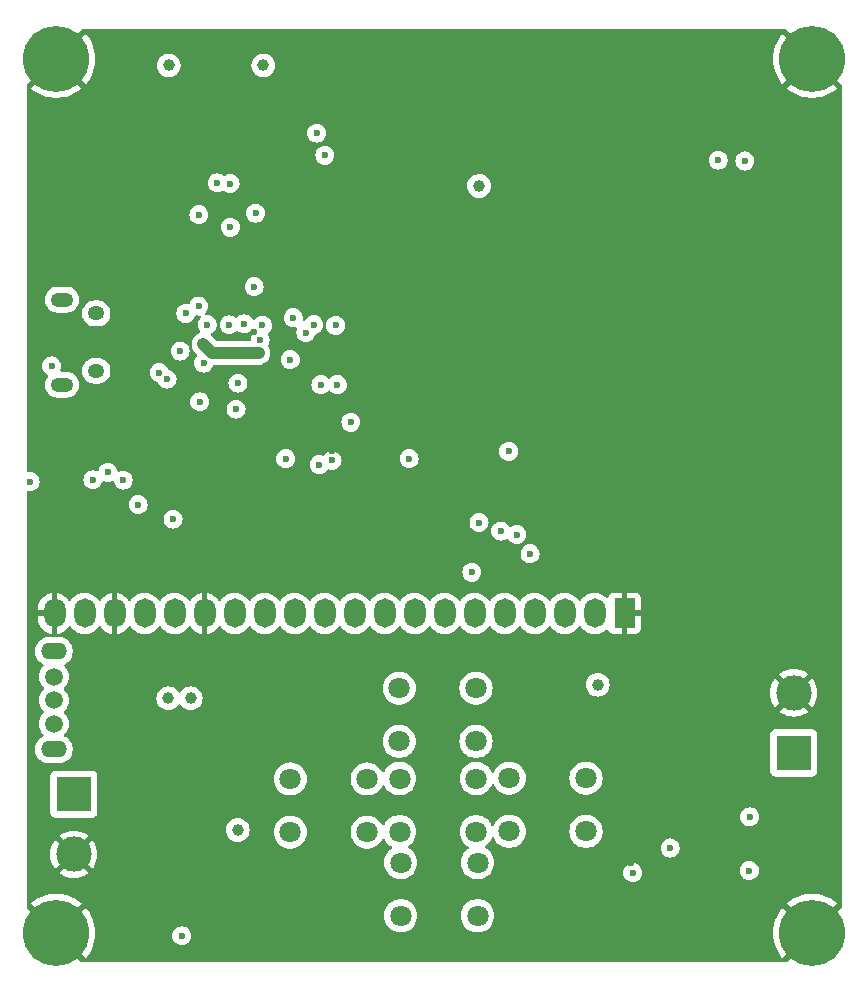
<source format=gbr>
%TF.GenerationSoftware,KiCad,Pcbnew,8.0.0*%
%TF.CreationDate,2024-03-26T22:18:36-07:00*%
%TF.ProjectId,recivier,72656369-7669-4657-922e-6b696361645f,rev?*%
%TF.SameCoordinates,Original*%
%TF.FileFunction,Copper,L2,Inr*%
%TF.FilePolarity,Positive*%
%FSLAX46Y46*%
G04 Gerber Fmt 4.6, Leading zero omitted, Abs format (unit mm)*
G04 Created by KiCad (PCBNEW 8.0.0) date 2024-03-26 22:18:36*
%MOMM*%
%LPD*%
G01*
G04 APERTURE LIST*
%TA.AperFunction,ComponentPad*%
%ADD10C,1.800000*%
%TD*%
%TA.AperFunction,ComponentPad*%
%ADD11C,5.600000*%
%TD*%
%TA.AperFunction,ComponentPad*%
%ADD12R,3.000000X3.000000*%
%TD*%
%TA.AperFunction,ComponentPad*%
%ADD13C,3.000000*%
%TD*%
%TA.AperFunction,ComponentPad*%
%ADD14C,1.000000*%
%TD*%
%TA.AperFunction,ComponentPad*%
%ADD15R,1.800000X2.500000*%
%TD*%
%TA.AperFunction,ComponentPad*%
%ADD16O,1.800000X2.500000*%
%TD*%
%TA.AperFunction,ComponentPad*%
%ADD17O,1.400000X1.200000*%
%TD*%
%TA.AperFunction,ComponentPad*%
%ADD18O,1.900000X1.200000*%
%TD*%
%TA.AperFunction,ComponentPad*%
%ADD19C,1.520000*%
%TD*%
%TA.AperFunction,ComponentPad*%
%ADD20O,2.200000X1.400000*%
%TD*%
%TA.AperFunction,ViaPad*%
%ADD21C,0.600000*%
%TD*%
%TA.AperFunction,ViaPad*%
%ADD22C,1.000000*%
%TD*%
%TA.AperFunction,Conductor*%
%ADD23C,1.000000*%
%TD*%
G04 APERTURE END LIST*
D10*
%TO.N,unconnected-(SW2-Pad1)*%
%TO.C,SW2*%
X22833000Y16037600D03*
%TO.N,+3.3VA*%
X29333000Y16037600D03*
%TO.N,/BUTTON2*%
X22833000Y11537600D03*
%TO.N,unconnected-(SW2-Pad4)*%
X29333000Y11537600D03*
%TD*%
%TO.N,+3.3VA*%
%TO.C,SW3*%
X32077400Y16073600D03*
%TO.N,unconnected-(SW3-Pad2)*%
X38577400Y16073600D03*
%TO.N,/BUTTON3*%
X32077400Y11573600D03*
%TO.N,unconnected-(SW3-Pad4)*%
X38577400Y11573600D03*
%TD*%
D11*
%TO.N,GND*%
%TO.C,H1*%
X3000000Y77000000D03*
%TD*%
D12*
%TO.N,Net-(D3-K)*%
%TO.C,J5*%
X4491800Y14738000D03*
D13*
%TO.N,GND*%
X4491800Y9658000D03*
%TD*%
D11*
%TO.N,GND*%
%TO.C,H4*%
X67000000Y3000000D03*
%TD*%
D12*
%TO.N,/AUDIOOUT*%
%TO.C,J4*%
X65451800Y18243200D03*
D13*
%TO.N,GND*%
X65451800Y23323200D03*
%TD*%
D14*
%TO.N,*%
%TO.C,Card1*%
X20538600Y76452400D03*
X12538600Y76452400D03*
%TD*%
D15*
%TO.N,GND*%
%TO.C,DS1*%
X51126200Y30054200D03*
D16*
%TO.N,+5V*%
X48586200Y30054200D03*
%TO.N,Net-(DS1-VO)*%
X46046200Y30054200D03*
%TO.N,/LCD CS 5V*%
X43506200Y30054200D03*
%TO.N,/MOSI 2 5V*%
X40966200Y30054200D03*
%TO.N,/SCLK 2 5V*%
X38426200Y30054200D03*
%TO.N,unconnected-(DS1-DB0-Pad7)*%
X35886200Y30054200D03*
%TO.N,unconnected-(DS1-DB1-Pad8)*%
X33346200Y30054200D03*
%TO.N,unconnected-(DS1-DB2-Pad9)*%
X30806200Y30054200D03*
%TO.N,unconnected-(DS1-DB3-Pad10)*%
X28266200Y30054200D03*
%TO.N,unconnected-(DS1-DB4-Pad11)*%
X25726200Y30054200D03*
%TO.N,unconnected-(DS1-DB5-Pad12)*%
X23186200Y30054200D03*
%TO.N,unconnected-(DS1-DB6-Pad13)*%
X20646200Y30054200D03*
%TO.N,unconnected-(DS1-DB7-Pad14)*%
X18106200Y30054200D03*
%TO.N,GND*%
X15566200Y30054200D03*
%TO.N,unconnected-(DS1-NC-Pad16)*%
X13026200Y30054200D03*
%TO.N,unconnected-(DS1-~{RST}-Pad17)*%
X10486200Y30054200D03*
%TO.N,GND*%
X7946200Y30054200D03*
%TO.N,+3.3VA*%
X5406200Y30054200D03*
%TO.N,GND*%
X2866200Y30054200D03*
%TD*%
D10*
%TO.N,+3.3VA*%
%TO.C,SW5*%
X32179000Y8961600D03*
%TO.N,unconnected-(SW5-Pad2)*%
X38679000Y8961600D03*
%TO.N,/BUTTON5*%
X32179000Y4461600D03*
%TO.N,unconnected-(SW5-Pad4)*%
X38679000Y4461600D03*
%TD*%
D11*
%TO.N,GND*%
%TO.C,H2*%
X67000000Y77000000D03*
%TD*%
%TO.N,GND*%
%TO.C,H3*%
X3000000Y3000000D03*
%TD*%
D10*
%TO.N,+3.3VA*%
%TO.C,SW1*%
X32052000Y23719000D03*
%TO.N,unconnected-(SW1-Pad2)*%
X38552000Y23719000D03*
%TO.N,/BUTTON1*%
X32052000Y19219000D03*
%TO.N,unconnected-(SW1-Pad4)*%
X38552000Y19219000D03*
%TD*%
D17*
%TO.N,unconnected-(J1-Shield-Pad6)*%
%TO.C,J1*%
X6404400Y50608200D03*
%TO.N,N/C*%
X6404400Y55448200D03*
D18*
X3504400Y56628200D03*
X3504400Y49428200D03*
%TD*%
D10*
%TO.N,+3.3VA*%
%TO.C,SW4*%
X41372600Y16103200D03*
%TO.N,unconnected-(SW4-Pad2)*%
X47872600Y16103200D03*
%TO.N,/BUTTON4*%
X41372600Y11603200D03*
%TO.N,unconnected-(SW4-Pad4)*%
X47872600Y11603200D03*
%TD*%
D19*
%TO.N,+BATT*%
%TO.C,SW6*%
X2815400Y24698000D03*
%TO.N,Net-(Q1-S)*%
X2815400Y22698000D03*
%TO.N,unconnected-(SW6-C-Pad3)*%
X2815400Y20698000D03*
D20*
%TO.N,N/C*%
X2815400Y18548000D03*
X2815400Y26848000D03*
%TD*%
D21*
%TO.N,GND*%
X61692600Y9525800D03*
X51659600Y8932400D03*
D22*
X10816400Y11842400D03*
D21*
X12421800Y54819200D03*
X33066800Y75444000D03*
X42896600Y9073800D03*
X7997000Y23374000D03*
D22*
X16208917Y5432200D03*
D21*
X36445000Y75215400D03*
D22*
X13205718Y5603400D03*
X6117400Y48672400D03*
D21*
X21155200Y9658000D03*
X29460000Y45776800D03*
X28508700Y42509388D03*
X19777388Y53898855D03*
X7565200Y20122800D03*
X36597400Y77755400D03*
X29506701Y43723845D03*
X18690400Y64014000D03*
X61692600Y14132400D03*
X14194600Y46869000D03*
X20144108Y50852200D03*
X9546400Y25202800D03*
X60651200Y56114600D03*
X11682600Y51923600D03*
D22*
X14651800Y15957200D03*
D21*
X40214300Y68596100D03*
X33792800Y1757400D03*
X38426200Y67440400D03*
D22*
X7235000Y2744800D03*
D21*
X39620000Y35069200D03*
X16858820Y50864420D03*
X54284753Y14216207D03*
X19274600Y50780600D03*
D22*
X4880912Y51662631D03*
D21*
X62983600Y10173800D03*
X52734392Y11247312D03*
X16800400Y53879561D03*
X11502200Y38741000D03*
X23587400Y52355400D03*
X43187700Y10166000D03*
X57425400Y56165400D03*
X36597400Y76409200D03*
X27033400Y51223400D03*
X32762000Y77577600D03*
X59152600Y70618000D03*
X26335800Y43846400D03*
X66772600Y68408200D03*
X18937514Y58520714D03*
X14169200Y57206800D03*
X18817400Y45903800D03*
D22*
X2713800Y43236800D03*
D21*
X67306000Y14763400D03*
X29561600Y62845600D03*
%TO.N,+3.3VA*%
X61692600Y8282400D03*
D22*
X14397800Y22866000D03*
D21*
X22444902Y43154214D03*
X13635800Y2749200D03*
X27961400Y46234000D03*
X26818400Y49423400D03*
X61311600Y68357400D03*
X15058200Y56075800D03*
X51822595Y8098172D03*
X43125200Y35108800D03*
X15159800Y47961200D03*
X54987000Y10191400D03*
X9952800Y39274400D03*
X59053000Y68433600D03*
X22824961Y51547741D03*
D22*
X12492800Y22866000D03*
D21*
X61718000Y12832400D03*
X13991400Y55454200D03*
X26361200Y43008200D03*
X38197600Y33534000D03*
X13508800Y52266200D03*
X19762587Y57713488D03*
X16658400Y66503200D03*
X23084600Y55088200D03*
X25421400Y49423400D03*
D22*
X38807200Y66253000D03*
D21*
X18233201Y47351601D03*
%TO.N,+1V1*%
X15476130Y52848855D03*
X20140945Y52102200D03*
D22*
%TO.N,+5V*%
X48865600Y24009000D03*
X18385600Y11715400D03*
D21*
%TO.N,/MOSI*%
X25065800Y70719600D03*
X17649000Y54489000D03*
X38807200Y37750400D03*
X25751600Y68840000D03*
%TO.N,/MISO*%
X15083600Y63810800D03*
X19884200Y63937800D03*
%TO.N,VBUS*%
X2612200Y51009200D03*
X800000Y41204800D03*
%TO.N,/SWD*%
X24818504Y54502857D03*
X20468400Y54438200D03*
X26666000Y54438200D03*
%TO.N,/SWCLK*%
X20265200Y53219000D03*
%TO.N,/RUN*%
X24151400Y53828600D03*
%TO.N,/SDA*%
X25294400Y42652600D03*
X32889000Y43160600D03*
%TO.N,/QSPI_SD3*%
X15490000Y51237800D03*
X8682800Y41331800D03*
%TO.N,/QSPI_SCLK*%
X11730800Y50450400D03*
X7387400Y42007200D03*
%TO.N,/QSPI_SDO*%
X12391200Y49891600D03*
X6117400Y41357200D03*
%TO.N,/LCD CS*%
X41321800Y43770200D03*
X42007600Y36734400D03*
%TO.N,/BATT SENSE*%
X12899200Y38029800D03*
X15794800Y54514400D03*
%TO.N,/SCLK*%
X17725200Y66452400D03*
X17750600Y62744000D03*
X40639892Y37029317D03*
X18944775Y54566200D03*
%TO.N,unconnected-(U3-GPIO7-Pad9)*%
X18396232Y49544807D03*
%TD*%
D23*
%TO.N,+1V1*%
X16222785Y52102200D02*
X15476130Y52848855D01*
X20140945Y52102200D02*
X16222785Y52102200D01*
%TD*%
%TA.AperFunction,Conductor*%
%TO.N,GND*%
G36*
X64869731Y79479815D02*
G01*
X64890373Y79463181D01*
X66059301Y78294252D01*
X65957670Y78220412D01*
X65779588Y78042330D01*
X65705748Y77940699D01*
X64496442Y79150005D01*
X64496441Y79150004D01*
X64369033Y79000008D01*
X64168218Y78703828D01*
X64000606Y78387678D01*
X64000597Y78387660D01*
X63868149Y78055240D01*
X63868147Y78055233D01*
X63772421Y77710458D01*
X63772415Y77710432D01*
X63714527Y77357332D01*
X63714526Y77357315D01*
X63695153Y77000003D01*
X63695153Y76999998D01*
X63714526Y76642686D01*
X63714527Y76642669D01*
X63772415Y76289569D01*
X63772421Y76289543D01*
X63868147Y75944768D01*
X63868149Y75944761D01*
X64000597Y75612341D01*
X64000606Y75612323D01*
X64168218Y75296173D01*
X64369024Y75000006D01*
X64369035Y74999992D01*
X64496441Y74849998D01*
X64496442Y74849998D01*
X65705747Y76059303D01*
X65779588Y75957670D01*
X65957670Y75779588D01*
X66059300Y75705749D01*
X64847257Y74493706D01*
X64860495Y74481164D01*
X65145367Y74264612D01*
X65145370Y74264610D01*
X65451990Y74080124D01*
X65776739Y73929878D01*
X65776744Y73929877D01*
X66115855Y73815617D01*
X66465339Y73738689D01*
X66821075Y73700001D01*
X66821085Y73700000D01*
X67178915Y73700000D01*
X67178924Y73700001D01*
X67534660Y73738689D01*
X67884144Y73815617D01*
X68223255Y73929877D01*
X68223260Y73929878D01*
X68548009Y74080124D01*
X68854629Y74264610D01*
X68854632Y74264612D01*
X69139509Y74481169D01*
X69152742Y74493705D01*
X69152742Y74493706D01*
X67940699Y75705749D01*
X68042330Y75779588D01*
X68220412Y75957670D01*
X68294251Y76059302D01*
X69463181Y74890373D01*
X69496666Y74829050D01*
X69499500Y74802692D01*
X69499500Y5197309D01*
X69479815Y5130270D01*
X69463181Y5109628D01*
X68294251Y3940699D01*
X68220412Y4042330D01*
X68042330Y4220412D01*
X67940698Y4294252D01*
X69152742Y5506296D01*
X69139504Y5518837D01*
X68854632Y5735389D01*
X68854629Y5735391D01*
X68548009Y5919877D01*
X68223260Y6070123D01*
X68223255Y6070124D01*
X67884144Y6184384D01*
X67534660Y6261312D01*
X67178924Y6300000D01*
X66821075Y6300000D01*
X66465339Y6261312D01*
X66115855Y6184384D01*
X65776744Y6070124D01*
X65776739Y6070123D01*
X65451990Y5919877D01*
X65145370Y5735391D01*
X65145367Y5735389D01*
X64860486Y5518830D01*
X64860485Y5518829D01*
X64847257Y5506298D01*
X64847256Y5506297D01*
X66059301Y4294252D01*
X65957670Y4220412D01*
X65779588Y4042330D01*
X65705748Y3940699D01*
X64496442Y5150005D01*
X64496441Y5150004D01*
X64369033Y5000008D01*
X64168218Y4703828D01*
X64000606Y4387678D01*
X64000597Y4387660D01*
X63868149Y4055240D01*
X63868147Y4055233D01*
X63772421Y3710458D01*
X63772415Y3710432D01*
X63714527Y3357332D01*
X63714526Y3357315D01*
X63695153Y3000003D01*
X63695153Y2999998D01*
X63714526Y2642686D01*
X63714527Y2642669D01*
X63772415Y2289569D01*
X63772421Y2289543D01*
X63868147Y1944768D01*
X63868149Y1944761D01*
X64000597Y1612341D01*
X64000606Y1612323D01*
X64168218Y1296173D01*
X64369024Y1000006D01*
X64369035Y999992D01*
X64496441Y849998D01*
X64496442Y849998D01*
X65705747Y2059303D01*
X65779588Y1957670D01*
X65957670Y1779588D01*
X66059301Y1705749D01*
X64890373Y536819D01*
X64829050Y503334D01*
X64802692Y500500D01*
X5197308Y500500D01*
X5130269Y520185D01*
X5109627Y536819D01*
X3940698Y1705749D01*
X4042330Y1779588D01*
X4220412Y1957670D01*
X4294251Y2059302D01*
X5503556Y849998D01*
X5630972Y1000002D01*
X5630975Y1000006D01*
X5831781Y1296173D01*
X5999393Y1612323D01*
X5999402Y1612341D01*
X6131850Y1944761D01*
X6131852Y1944768D01*
X6227578Y2289543D01*
X6227584Y2289569D01*
X6285472Y2642669D01*
X6285473Y2642686D01*
X6291248Y2749197D01*
X12830235Y2749197D01*
X12850430Y2569951D01*
X12850431Y2569946D01*
X12910011Y2399677D01*
X12979197Y2289569D01*
X13005984Y2246938D01*
X13133538Y2119384D01*
X13286278Y2023411D01*
X13456545Y1963832D01*
X13456550Y1963831D01*
X13635796Y1943635D01*
X13635800Y1943635D01*
X13635804Y1943635D01*
X13815049Y1963831D01*
X13815052Y1963832D01*
X13815055Y1963832D01*
X13985322Y2023411D01*
X14138062Y2119384D01*
X14265616Y2246938D01*
X14361589Y2399678D01*
X14421168Y2569945D01*
X14441365Y2749200D01*
X14421168Y2928455D01*
X14361589Y3098722D01*
X14344497Y3125923D01*
X14265615Y3251463D01*
X14138062Y3379016D01*
X13985323Y3474989D01*
X13815054Y3534569D01*
X13815049Y3534570D01*
X13635804Y3554765D01*
X13635796Y3554765D01*
X13456550Y3534570D01*
X13456545Y3534569D01*
X13286276Y3474989D01*
X13133537Y3379016D01*
X13005984Y3251463D01*
X12910011Y3098724D01*
X12850431Y2928455D01*
X12850430Y2928450D01*
X12830235Y2749204D01*
X12830235Y2749197D01*
X6291248Y2749197D01*
X6304847Y2999998D01*
X6304847Y3000003D01*
X6285473Y3357315D01*
X6285472Y3357332D01*
X6227584Y3710432D01*
X6227578Y3710458D01*
X6131852Y4055233D01*
X6131850Y4055240D01*
X5999402Y4387660D01*
X5999393Y4387678D01*
X5960205Y4461594D01*
X30773700Y4461594D01*
X30792864Y4230303D01*
X30792866Y4230292D01*
X30849842Y4005300D01*
X30943075Y3792752D01*
X31070016Y3598453D01*
X31070019Y3598449D01*
X31070021Y3598447D01*
X31227216Y3427687D01*
X31227219Y3427685D01*
X31227222Y3427682D01*
X31410365Y3285136D01*
X31410371Y3285132D01*
X31410374Y3285130D01*
X31614497Y3174664D01*
X31728487Y3135532D01*
X31834015Y3099303D01*
X31834017Y3099303D01*
X31834019Y3099302D01*
X32062951Y3061100D01*
X32062952Y3061100D01*
X32295048Y3061100D01*
X32295049Y3061100D01*
X32523981Y3099302D01*
X32743503Y3174664D01*
X32947626Y3285130D01*
X33130784Y3427687D01*
X33287979Y3598447D01*
X33414924Y3792751D01*
X33508157Y4005300D01*
X33565134Y4230295D01*
X33576581Y4368443D01*
X33584300Y4461594D01*
X37273700Y4461594D01*
X37292864Y4230303D01*
X37292866Y4230292D01*
X37349842Y4005300D01*
X37443075Y3792752D01*
X37570016Y3598453D01*
X37570019Y3598449D01*
X37570021Y3598447D01*
X37727216Y3427687D01*
X37727219Y3427685D01*
X37727222Y3427682D01*
X37910365Y3285136D01*
X37910371Y3285132D01*
X37910374Y3285130D01*
X38114497Y3174664D01*
X38228487Y3135532D01*
X38334015Y3099303D01*
X38334017Y3099303D01*
X38334019Y3099302D01*
X38562951Y3061100D01*
X38562952Y3061100D01*
X38795048Y3061100D01*
X38795049Y3061100D01*
X39023981Y3099302D01*
X39243503Y3174664D01*
X39447626Y3285130D01*
X39630784Y3427687D01*
X39787979Y3598447D01*
X39914924Y3792751D01*
X40008157Y4005300D01*
X40065134Y4230295D01*
X40076581Y4368443D01*
X40084300Y4461594D01*
X40084300Y4461607D01*
X40065135Y4692898D01*
X40065133Y4692909D01*
X40008157Y4917901D01*
X39914924Y5130449D01*
X39787983Y5324748D01*
X39787980Y5324751D01*
X39787979Y5324753D01*
X39630784Y5495513D01*
X39630779Y5495517D01*
X39630777Y5495519D01*
X39447634Y5638065D01*
X39447628Y5638069D01*
X39243504Y5748536D01*
X39243495Y5748539D01*
X39023984Y5823898D01*
X38852282Y5852550D01*
X38795049Y5862100D01*
X38562951Y5862100D01*
X38517164Y5854460D01*
X38334015Y5823898D01*
X38114504Y5748539D01*
X38114495Y5748536D01*
X37910371Y5638069D01*
X37910365Y5638065D01*
X37727222Y5495519D01*
X37727219Y5495516D01*
X37570016Y5324748D01*
X37443075Y5130449D01*
X37349842Y4917901D01*
X37292866Y4692909D01*
X37292864Y4692898D01*
X37273700Y4461607D01*
X37273700Y4461594D01*
X33584300Y4461594D01*
X33584300Y4461607D01*
X33565135Y4692898D01*
X33565133Y4692909D01*
X33508157Y4917901D01*
X33414924Y5130449D01*
X33287983Y5324748D01*
X33287980Y5324751D01*
X33287979Y5324753D01*
X33130784Y5495513D01*
X33130779Y5495517D01*
X33130777Y5495519D01*
X32947634Y5638065D01*
X32947628Y5638069D01*
X32743504Y5748536D01*
X32743495Y5748539D01*
X32523984Y5823898D01*
X32352282Y5852550D01*
X32295049Y5862100D01*
X32062951Y5862100D01*
X32017164Y5854460D01*
X31834015Y5823898D01*
X31614504Y5748539D01*
X31614495Y5748536D01*
X31410371Y5638069D01*
X31410365Y5638065D01*
X31227222Y5495519D01*
X31227219Y5495516D01*
X31070016Y5324748D01*
X30943075Y5130449D01*
X30849842Y4917901D01*
X30792866Y4692909D01*
X30792864Y4692898D01*
X30773700Y4461607D01*
X30773700Y4461594D01*
X5960205Y4461594D01*
X5831781Y4703828D01*
X5630975Y4999995D01*
X5630964Y5000009D01*
X5503556Y5150004D01*
X4294251Y3940699D01*
X4220412Y4042330D01*
X4042330Y4220412D01*
X3940698Y4294252D01*
X5152742Y5506296D01*
X5139504Y5518837D01*
X4854632Y5735389D01*
X4854629Y5735391D01*
X4548009Y5919877D01*
X4223260Y6070123D01*
X4223255Y6070124D01*
X3884144Y6184384D01*
X3534660Y6261312D01*
X3178924Y6300000D01*
X2821075Y6300000D01*
X2465339Y6261312D01*
X2115855Y6184384D01*
X1776744Y6070124D01*
X1776739Y6070123D01*
X1451990Y5919877D01*
X1145370Y5735391D01*
X1145367Y5735389D01*
X860486Y5518830D01*
X860485Y5518829D01*
X847257Y5506298D01*
X847256Y5506297D01*
X2059301Y4294252D01*
X1957670Y4220412D01*
X1779588Y4042330D01*
X1705748Y3940699D01*
X536819Y5109628D01*
X503334Y5170951D01*
X500500Y5197309D01*
X500500Y9657999D01*
X2486691Y9657999D01*
X2507100Y9372638D01*
X2567909Y9093105D01*
X2667891Y8825042D01*
X2804991Y8573962D01*
X2804996Y8573954D01*
X2911682Y8431439D01*
X2911683Y8431438D01*
X3806567Y9326323D01*
X3818297Y9298005D01*
X3901470Y9173528D01*
X4007328Y9067670D01*
X4131805Y8984497D01*
X4160120Y8972769D01*
X3265236Y8077885D01*
X3407760Y7971193D01*
X3407761Y7971192D01*
X3658842Y7834092D01*
X3658841Y7834092D01*
X3926904Y7734110D01*
X4206437Y7673301D01*
X4491799Y7652891D01*
X4491801Y7652891D01*
X4777162Y7673301D01*
X5056695Y7734110D01*
X5324758Y7834092D01*
X5575847Y7971197D01*
X5718361Y8077884D01*
X5718362Y8077885D01*
X4823479Y8972769D01*
X4851795Y8984497D01*
X4976272Y9067670D01*
X5082130Y9173528D01*
X5165303Y9298005D01*
X5177031Y9326322D01*
X6071915Y8431438D01*
X6071916Y8431439D01*
X6178603Y8573953D01*
X6315708Y8825042D01*
X6415690Y9093105D01*
X6476499Y9372638D01*
X6496909Y9657999D01*
X6496909Y9658002D01*
X6476499Y9943363D01*
X6415690Y10222896D01*
X6315708Y10490959D01*
X6178608Y10742039D01*
X6178607Y10742040D01*
X6071915Y10884564D01*
X5177031Y9989680D01*
X5165303Y10017995D01*
X5082130Y10142472D01*
X4976272Y10248330D01*
X4851795Y10331503D01*
X4823478Y10343233D01*
X5718362Y11238117D01*
X5718361Y11238118D01*
X5575846Y11344804D01*
X5575838Y11344809D01*
X5324757Y11481909D01*
X5324758Y11481909D01*
X5056695Y11581891D01*
X4777162Y11642700D01*
X4491801Y11663109D01*
X4491799Y11663109D01*
X4206437Y11642700D01*
X3926904Y11581891D01*
X3658841Y11481909D01*
X3407761Y11344809D01*
X3407753Y11344804D01*
X3265237Y11238118D01*
X3265236Y11238117D01*
X4160121Y10343233D01*
X4131805Y10331503D01*
X4007328Y10248330D01*
X3901470Y10142472D01*
X3818297Y10017995D01*
X3806568Y9989679D01*
X2911683Y10884564D01*
X2911682Y10884563D01*
X2804996Y10742047D01*
X2804991Y10742039D01*
X2667891Y10490959D01*
X2567909Y10222896D01*
X2507100Y9943363D01*
X2486691Y9658002D01*
X2486691Y9657999D01*
X500500Y9657999D01*
X500500Y11715400D01*
X17380259Y11715400D01*
X17399575Y11519271D01*
X17399576Y11519268D01*
X17453261Y11342292D01*
X17456788Y11330667D01*
X17549686Y11156868D01*
X17549690Y11156861D01*
X17674716Y11004517D01*
X17827060Y10879491D01*
X17827067Y10879487D01*
X18000866Y10786589D01*
X18000869Y10786589D01*
X18000873Y10786586D01*
X18189468Y10729376D01*
X18385600Y10710059D01*
X18581732Y10729376D01*
X18770327Y10786586D01*
X18944138Y10879490D01*
X19096483Y11004517D01*
X19221510Y11156862D01*
X19267962Y11243768D01*
X19314411Y11330667D01*
X19314411Y11330668D01*
X19314414Y11330673D01*
X19371624Y11519268D01*
X19373429Y11537594D01*
X21427700Y11537594D01*
X21446864Y11306303D01*
X21446866Y11306292D01*
X21503842Y11081300D01*
X21597075Y10868752D01*
X21724016Y10674453D01*
X21724019Y10674449D01*
X21724021Y10674447D01*
X21881216Y10503687D01*
X21881219Y10503685D01*
X21881222Y10503682D01*
X22064365Y10361136D01*
X22064371Y10361132D01*
X22064374Y10361130D01*
X22268497Y10250664D01*
X22382487Y10211532D01*
X22488015Y10175303D01*
X22488017Y10175303D01*
X22488019Y10175302D01*
X22716951Y10137100D01*
X22716952Y10137100D01*
X22949048Y10137100D01*
X22949049Y10137100D01*
X23177981Y10175302D01*
X23397503Y10250664D01*
X23601626Y10361130D01*
X23613858Y10370650D01*
X23685917Y10426736D01*
X23784784Y10503687D01*
X23941979Y10674447D01*
X24068924Y10868751D01*
X24162157Y11081300D01*
X24219134Y11306295D01*
X24219135Y11306303D01*
X24238300Y11537594D01*
X27927700Y11537594D01*
X27946864Y11306303D01*
X27946866Y11306292D01*
X28003842Y11081300D01*
X28097075Y10868752D01*
X28224016Y10674453D01*
X28224019Y10674449D01*
X28224021Y10674447D01*
X28381216Y10503687D01*
X28381219Y10503685D01*
X28381222Y10503682D01*
X28564365Y10361136D01*
X28564371Y10361132D01*
X28564374Y10361130D01*
X28768497Y10250664D01*
X28882487Y10211532D01*
X28988015Y10175303D01*
X28988017Y10175303D01*
X28988019Y10175302D01*
X29216951Y10137100D01*
X29216952Y10137100D01*
X29449048Y10137100D01*
X29449049Y10137100D01*
X29677981Y10175302D01*
X29897503Y10250664D01*
X30101626Y10361130D01*
X30113858Y10370650D01*
X30185917Y10426736D01*
X30284784Y10503687D01*
X30441979Y10674447D01*
X30568924Y10868751D01*
X30599539Y10938547D01*
X30644494Y10992032D01*
X30711230Y11012723D01*
X30778558Y10994049D01*
X30825102Y10941939D01*
X30826650Y10938548D01*
X30841473Y10904755D01*
X30968416Y10710453D01*
X30968419Y10710449D01*
X30968421Y10710447D01*
X31125616Y10539687D01*
X31125619Y10539685D01*
X31125622Y10539682D01*
X31308765Y10397136D01*
X31308771Y10397132D01*
X31308774Y10397130D01*
X31375296Y10361130D01*
X31398202Y10348734D01*
X31447792Y10299514D01*
X31462900Y10231297D01*
X31438729Y10165742D01*
X31413693Y10142157D01*
X31414421Y10141221D01*
X31227222Y9995519D01*
X31227219Y9995516D01*
X31070016Y9824748D01*
X30943075Y9630449D01*
X30849842Y9417901D01*
X30792866Y9192909D01*
X30792864Y9192898D01*
X30773700Y8961607D01*
X30773700Y8961594D01*
X30792864Y8730303D01*
X30792866Y8730292D01*
X30849842Y8505300D01*
X30943075Y8292752D01*
X31070016Y8098453D01*
X31070019Y8098449D01*
X31070021Y8098447D01*
X31227216Y7927687D01*
X31227219Y7927685D01*
X31227222Y7927682D01*
X31410365Y7785136D01*
X31410371Y7785132D01*
X31410374Y7785130D01*
X31614497Y7674664D01*
X31677920Y7652891D01*
X31834015Y7599303D01*
X31834017Y7599303D01*
X31834019Y7599302D01*
X32062951Y7561100D01*
X32062952Y7561100D01*
X32295048Y7561100D01*
X32295049Y7561100D01*
X32523981Y7599302D01*
X32743503Y7674664D01*
X32947626Y7785130D01*
X33130784Y7927687D01*
X33287979Y8098447D01*
X33414924Y8292751D01*
X33508157Y8505300D01*
X33565134Y8730295D01*
X33569639Y8784663D01*
X33584300Y8961594D01*
X33584300Y8961607D01*
X33565135Y9192898D01*
X33565133Y9192909D01*
X33508157Y9417901D01*
X33414924Y9630449D01*
X33287983Y9824748D01*
X33287980Y9824751D01*
X33287979Y9824753D01*
X33130784Y9995513D01*
X33130779Y9995517D01*
X33130777Y9995519D01*
X32947634Y10138065D01*
X32947619Y10138075D01*
X32858197Y10186468D01*
X32808607Y10235687D01*
X32793499Y10303904D01*
X32817670Y10369459D01*
X32842719Y10393029D01*
X32841979Y10393979D01*
X32982931Y10503687D01*
X33029184Y10539687D01*
X33186379Y10710447D01*
X33313324Y10904751D01*
X33406557Y11117300D01*
X33463534Y11342295D01*
X33463742Y11344804D01*
X33482700Y11573594D01*
X37172100Y11573594D01*
X37191264Y11342303D01*
X37191266Y11342292D01*
X37248242Y11117300D01*
X37341475Y10904752D01*
X37468416Y10710453D01*
X37468419Y10710449D01*
X37468421Y10710447D01*
X37625616Y10539687D01*
X37625619Y10539685D01*
X37625622Y10539682D01*
X37808765Y10397136D01*
X37808771Y10397132D01*
X37808774Y10397130D01*
X37875296Y10361130D01*
X37898202Y10348734D01*
X37947792Y10299514D01*
X37962900Y10231297D01*
X37938729Y10165742D01*
X37913693Y10142157D01*
X37914421Y10141221D01*
X37727222Y9995519D01*
X37727219Y9995516D01*
X37570016Y9824748D01*
X37443075Y9630449D01*
X37349842Y9417901D01*
X37292866Y9192909D01*
X37292864Y9192898D01*
X37273700Y8961607D01*
X37273700Y8961594D01*
X37292864Y8730303D01*
X37292866Y8730292D01*
X37349842Y8505300D01*
X37443075Y8292752D01*
X37570016Y8098453D01*
X37570019Y8098449D01*
X37570021Y8098447D01*
X37727216Y7927687D01*
X37727219Y7927685D01*
X37727222Y7927682D01*
X37910365Y7785136D01*
X37910371Y7785132D01*
X37910374Y7785130D01*
X38114497Y7674664D01*
X38177920Y7652891D01*
X38334015Y7599303D01*
X38334017Y7599303D01*
X38334019Y7599302D01*
X38562951Y7561100D01*
X38562952Y7561100D01*
X38795048Y7561100D01*
X38795049Y7561100D01*
X39023981Y7599302D01*
X39243503Y7674664D01*
X39447626Y7785130D01*
X39630784Y7927687D01*
X39787723Y8098169D01*
X51017030Y8098169D01*
X51037225Y7918923D01*
X51037226Y7918918D01*
X51096806Y7748649D01*
X51157168Y7652584D01*
X51192779Y7595910D01*
X51320333Y7468356D01*
X51473073Y7372383D01*
X51643340Y7312804D01*
X51643345Y7312803D01*
X51822591Y7292607D01*
X51822595Y7292607D01*
X51822599Y7292607D01*
X52001844Y7312803D01*
X52001847Y7312804D01*
X52001850Y7312804D01*
X52172117Y7372383D01*
X52324857Y7468356D01*
X52452411Y7595910D01*
X52548384Y7748650D01*
X52607963Y7918917D01*
X52613853Y7971193D01*
X52628160Y8098169D01*
X52628160Y8098176D01*
X52607964Y8277422D01*
X52607963Y8277427D01*
X52606224Y8282397D01*
X60887035Y8282397D01*
X60907230Y8103151D01*
X60907231Y8103146D01*
X60966811Y7932877D01*
X60975583Y7918917D01*
X61062784Y7780138D01*
X61190338Y7652584D01*
X61275134Y7599303D01*
X61335933Y7561100D01*
X61343078Y7556611D01*
X61513345Y7497032D01*
X61513350Y7497031D01*
X61692596Y7476835D01*
X61692600Y7476835D01*
X61692604Y7476835D01*
X61871849Y7497031D01*
X61871852Y7497032D01*
X61871855Y7497032D01*
X62042122Y7556611D01*
X62194862Y7652584D01*
X62322416Y7780138D01*
X62418389Y7932878D01*
X62477968Y8103145D01*
X62498165Y8282400D01*
X62481372Y8431439D01*
X62477969Y8461650D01*
X62477968Y8461655D01*
X62418388Y8631924D01*
X62322415Y8784663D01*
X62194862Y8912216D01*
X62042123Y9008189D01*
X61871854Y9067769D01*
X61871849Y9067770D01*
X61692604Y9087965D01*
X61692596Y9087965D01*
X61513350Y9067770D01*
X61513345Y9067769D01*
X61343076Y9008189D01*
X61190337Y8912216D01*
X61062784Y8784663D01*
X60966811Y8631924D01*
X60907231Y8461655D01*
X60907230Y8461650D01*
X60887035Y8282404D01*
X60887035Y8282397D01*
X52606224Y8282397D01*
X52548383Y8447696D01*
X52469050Y8573953D01*
X52452411Y8600434D01*
X52324857Y8727988D01*
X52321173Y8730303D01*
X52172118Y8823961D01*
X52001849Y8883541D01*
X52001844Y8883542D01*
X51822599Y8903737D01*
X51822591Y8903737D01*
X51643345Y8883542D01*
X51643340Y8883541D01*
X51473071Y8823961D01*
X51320332Y8727988D01*
X51192779Y8600435D01*
X51096806Y8447696D01*
X51037226Y8277427D01*
X51037225Y8277422D01*
X51017030Y8098176D01*
X51017030Y8098169D01*
X39787723Y8098169D01*
X39787979Y8098447D01*
X39914924Y8292751D01*
X40008157Y8505300D01*
X40065134Y8730295D01*
X40069639Y8784663D01*
X40084300Y8961594D01*
X40084300Y8961607D01*
X40065135Y9192898D01*
X40065133Y9192909D01*
X40008157Y9417901D01*
X39914924Y9630449D01*
X39787983Y9824748D01*
X39787980Y9824751D01*
X39787979Y9824753D01*
X39630784Y9995513D01*
X39630779Y9995517D01*
X39630777Y9995519D01*
X39447634Y10138065D01*
X39447619Y10138075D01*
X39358197Y10186468D01*
X39353231Y10191397D01*
X54181435Y10191397D01*
X54201630Y10012151D01*
X54201631Y10012146D01*
X54261211Y9841877D01*
X54329716Y9732853D01*
X54357184Y9689138D01*
X54484738Y9561584D01*
X54637478Y9465611D01*
X54773828Y9417900D01*
X54807745Y9406032D01*
X54807750Y9406031D01*
X54986996Y9385835D01*
X54987000Y9385835D01*
X54987004Y9385835D01*
X55166249Y9406031D01*
X55166252Y9406032D01*
X55166255Y9406032D01*
X55336522Y9465611D01*
X55489262Y9561584D01*
X55616816Y9689138D01*
X55712789Y9841878D01*
X55772368Y10012145D01*
X55786556Y10138065D01*
X55792565Y10191397D01*
X55792565Y10191404D01*
X55772369Y10370650D01*
X55772368Y10370655D01*
X55755801Y10418000D01*
X55712789Y10540922D01*
X55616816Y10693662D01*
X55489262Y10821216D01*
X55413606Y10868754D01*
X55336523Y10917189D01*
X55166254Y10976769D01*
X55166249Y10976770D01*
X54987004Y10996965D01*
X54986996Y10996965D01*
X54807750Y10976770D01*
X54807745Y10976769D01*
X54637476Y10917189D01*
X54484737Y10821216D01*
X54357184Y10693663D01*
X54261211Y10540924D01*
X54201631Y10370655D01*
X54201630Y10370650D01*
X54181435Y10191404D01*
X54181435Y10191397D01*
X39353231Y10191397D01*
X39308607Y10235687D01*
X39293499Y10303904D01*
X39317670Y10369459D01*
X39342719Y10393029D01*
X39341979Y10393979D01*
X39482931Y10503687D01*
X39529184Y10539687D01*
X39686379Y10710447D01*
X39813324Y10904751D01*
X39867936Y11029256D01*
X39912891Y11082739D01*
X39979626Y11103429D01*
X40046954Y11084755D01*
X40093498Y11032645D01*
X40095047Y11029254D01*
X40136676Y10934350D01*
X40263616Y10740053D01*
X40263619Y10740049D01*
X40263621Y10740047D01*
X40420816Y10569287D01*
X40420819Y10569285D01*
X40420822Y10569282D01*
X40603965Y10426736D01*
X40603971Y10426732D01*
X40603974Y10426730D01*
X40808097Y10316264D01*
X40922087Y10277132D01*
X41027615Y10240903D01*
X41027617Y10240903D01*
X41027619Y10240902D01*
X41256551Y10202700D01*
X41256552Y10202700D01*
X41488648Y10202700D01*
X41488649Y10202700D01*
X41717581Y10240902D01*
X41937103Y10316264D01*
X42141226Y10426730D01*
X42324384Y10569287D01*
X42481579Y10740047D01*
X42482881Y10742039D01*
X42565667Y10868754D01*
X42608524Y10934351D01*
X42701757Y11146900D01*
X42758734Y11371895D01*
X42768974Y11495473D01*
X42777900Y11603194D01*
X46467300Y11603194D01*
X46486464Y11371903D01*
X46486466Y11371892D01*
X46543442Y11146900D01*
X46636675Y10934352D01*
X46763616Y10740053D01*
X46763619Y10740049D01*
X46763621Y10740047D01*
X46920816Y10569287D01*
X46920819Y10569285D01*
X46920822Y10569282D01*
X47103965Y10426736D01*
X47103971Y10426732D01*
X47103974Y10426730D01*
X47308097Y10316264D01*
X47422087Y10277132D01*
X47527615Y10240903D01*
X47527617Y10240903D01*
X47527619Y10240902D01*
X47756551Y10202700D01*
X47756552Y10202700D01*
X47988648Y10202700D01*
X47988649Y10202700D01*
X48217581Y10240902D01*
X48437103Y10316264D01*
X48641226Y10426730D01*
X48824384Y10569287D01*
X48981579Y10740047D01*
X48982881Y10742039D01*
X49065667Y10868754D01*
X49108524Y10934351D01*
X49201757Y11146900D01*
X49258734Y11371895D01*
X49268974Y11495473D01*
X49277900Y11603194D01*
X49277900Y11603207D01*
X49258735Y11834498D01*
X49258733Y11834509D01*
X49201757Y12059501D01*
X49108524Y12272049D01*
X48981583Y12466348D01*
X48981580Y12466351D01*
X48981579Y12466353D01*
X48824384Y12637113D01*
X48824379Y12637117D01*
X48824377Y12637119D01*
X48641234Y12779665D01*
X48641228Y12779669D01*
X48543796Y12832397D01*
X60912435Y12832397D01*
X60932630Y12653151D01*
X60932631Y12653146D01*
X60992211Y12482877D01*
X61088184Y12330138D01*
X61215738Y12202584D01*
X61303327Y12147548D01*
X61351700Y12117153D01*
X61368478Y12106611D01*
X61410100Y12092047D01*
X61538745Y12047032D01*
X61538750Y12047031D01*
X61717996Y12026835D01*
X61718000Y12026835D01*
X61718004Y12026835D01*
X61897249Y12047031D01*
X61897252Y12047032D01*
X61897255Y12047032D01*
X62067522Y12106611D01*
X62220262Y12202584D01*
X62347816Y12330138D01*
X62443789Y12482878D01*
X62503368Y12653145D01*
X62510232Y12714065D01*
X62523565Y12832397D01*
X62523565Y12832404D01*
X62503369Y13011650D01*
X62503368Y13011655D01*
X62443788Y13181924D01*
X62347815Y13334663D01*
X62220262Y13462216D01*
X62067523Y13558189D01*
X61897254Y13617769D01*
X61897249Y13617770D01*
X61718004Y13637965D01*
X61717996Y13637965D01*
X61538750Y13617770D01*
X61538745Y13617769D01*
X61368476Y13558189D01*
X61215737Y13462216D01*
X61088184Y13334663D01*
X60992211Y13181924D01*
X60932631Y13011655D01*
X60932630Y13011650D01*
X60912435Y12832404D01*
X60912435Y12832397D01*
X48543796Y12832397D01*
X48437104Y12890136D01*
X48437095Y12890139D01*
X48217584Y12965498D01*
X48036758Y12995672D01*
X47988649Y13003700D01*
X47756551Y13003700D01*
X47710764Y12996060D01*
X47527615Y12965498D01*
X47308104Y12890139D01*
X47308095Y12890136D01*
X47103971Y12779669D01*
X47103965Y12779665D01*
X46920822Y12637119D01*
X46920819Y12637116D01*
X46920816Y12637114D01*
X46920816Y12637113D01*
X46861867Y12573078D01*
X46763616Y12466348D01*
X46636675Y12272049D01*
X46543442Y12059501D01*
X46486466Y11834509D01*
X46486464Y11834498D01*
X46467300Y11603207D01*
X46467300Y11603194D01*
X42777900Y11603194D01*
X42777900Y11603207D01*
X42758735Y11834498D01*
X42758733Y11834509D01*
X42701757Y12059501D01*
X42608524Y12272049D01*
X42481583Y12466348D01*
X42481580Y12466351D01*
X42481579Y12466353D01*
X42324384Y12637113D01*
X42324379Y12637117D01*
X42324377Y12637119D01*
X42141234Y12779665D01*
X42141228Y12779669D01*
X41937104Y12890136D01*
X41937095Y12890139D01*
X41717584Y12965498D01*
X41536758Y12995672D01*
X41488649Y13003700D01*
X41256551Y13003700D01*
X41210764Y12996060D01*
X41027615Y12965498D01*
X40808104Y12890139D01*
X40808095Y12890136D01*
X40603971Y12779669D01*
X40603965Y12779665D01*
X40420822Y12637119D01*
X40420819Y12637116D01*
X40420816Y12637114D01*
X40420816Y12637113D01*
X40361867Y12573078D01*
X40263616Y12466348D01*
X40136676Y12272051D01*
X40082064Y12147547D01*
X40037108Y12094062D01*
X39970371Y12073372D01*
X39903044Y12092047D01*
X39856500Y12144157D01*
X39854952Y12147548D01*
X39813324Y12242449D01*
X39686383Y12436748D01*
X39686380Y12436751D01*
X39686379Y12436753D01*
X39529184Y12607513D01*
X39529179Y12607517D01*
X39529177Y12607519D01*
X39346034Y12750065D01*
X39346028Y12750069D01*
X39141904Y12860536D01*
X39141895Y12860539D01*
X38922384Y12935898D01*
X38744998Y12965498D01*
X38693449Y12974100D01*
X38461351Y12974100D01*
X38415564Y12966460D01*
X38232415Y12935898D01*
X38012904Y12860539D01*
X38012895Y12860536D01*
X37808771Y12750069D01*
X37808765Y12750065D01*
X37625622Y12607519D01*
X37625619Y12607516D01*
X37468416Y12436748D01*
X37341475Y12242449D01*
X37248242Y12029901D01*
X37191266Y11804909D01*
X37191264Y11804898D01*
X37172100Y11573607D01*
X37172100Y11573594D01*
X33482700Y11573594D01*
X33482700Y11573607D01*
X33463535Y11804898D01*
X33463533Y11804909D01*
X33406557Y12029901D01*
X33313324Y12242449D01*
X33186383Y12436748D01*
X33186380Y12436751D01*
X33186379Y12436753D01*
X33029184Y12607513D01*
X33029179Y12607517D01*
X33029177Y12607519D01*
X32846034Y12750065D01*
X32846028Y12750069D01*
X32641904Y12860536D01*
X32641895Y12860539D01*
X32422384Y12935898D01*
X32244998Y12965498D01*
X32193449Y12974100D01*
X31961351Y12974100D01*
X31915564Y12966460D01*
X31732415Y12935898D01*
X31512904Y12860539D01*
X31512895Y12860536D01*
X31308771Y12750069D01*
X31308765Y12750065D01*
X31125622Y12607519D01*
X31125619Y12607516D01*
X30968416Y12436748D01*
X30841473Y12242446D01*
X30810859Y12172653D01*
X30765903Y12119167D01*
X30699167Y12098478D01*
X30631839Y12117153D01*
X30585296Y12169264D01*
X30583748Y12172654D01*
X30568924Y12206449D01*
X30441983Y12400748D01*
X30441980Y12400751D01*
X30441979Y12400753D01*
X30284784Y12571513D01*
X30284779Y12571517D01*
X30284777Y12571519D01*
X30101634Y12714065D01*
X30101628Y12714069D01*
X29897504Y12824536D01*
X29897495Y12824539D01*
X29677984Y12899898D01*
X29506282Y12928550D01*
X29449049Y12938100D01*
X29216951Y12938100D01*
X29171164Y12930460D01*
X28988015Y12899898D01*
X28768504Y12824539D01*
X28768495Y12824536D01*
X28564371Y12714069D01*
X28564365Y12714065D01*
X28381222Y12571519D01*
X28381219Y12571516D01*
X28224016Y12400748D01*
X28097075Y12206449D01*
X28003842Y11993901D01*
X27946866Y11768909D01*
X27946864Y11768898D01*
X27927700Y11537607D01*
X27927700Y11537594D01*
X24238300Y11537594D01*
X24238300Y11537607D01*
X24219135Y11768898D01*
X24219133Y11768909D01*
X24162157Y11993901D01*
X24068924Y12206449D01*
X23941983Y12400748D01*
X23941980Y12400751D01*
X23941979Y12400753D01*
X23784784Y12571513D01*
X23784779Y12571517D01*
X23784777Y12571519D01*
X23601634Y12714065D01*
X23601628Y12714069D01*
X23397504Y12824536D01*
X23397495Y12824539D01*
X23177984Y12899898D01*
X23006282Y12928550D01*
X22949049Y12938100D01*
X22716951Y12938100D01*
X22671164Y12930460D01*
X22488015Y12899898D01*
X22268504Y12824539D01*
X22268495Y12824536D01*
X22064371Y12714069D01*
X22064365Y12714065D01*
X21881222Y12571519D01*
X21881219Y12571516D01*
X21724016Y12400748D01*
X21597075Y12206449D01*
X21503842Y11993901D01*
X21446866Y11768909D01*
X21446864Y11768898D01*
X21427700Y11537607D01*
X21427700Y11537594D01*
X19373429Y11537594D01*
X19390941Y11715400D01*
X19371624Y11911532D01*
X19314414Y12100127D01*
X19314411Y12100131D01*
X19314411Y12100134D01*
X19221513Y12273933D01*
X19221509Y12273940D01*
X19096483Y12426284D01*
X18944139Y12551310D01*
X18944132Y12551314D01*
X18770333Y12644212D01*
X18770327Y12644214D01*
X18581732Y12701424D01*
X18581729Y12701425D01*
X18385600Y12720741D01*
X18189470Y12701425D01*
X18000866Y12644212D01*
X17827067Y12551314D01*
X17827060Y12551310D01*
X17674716Y12426284D01*
X17549690Y12273940D01*
X17549686Y12273933D01*
X17456788Y12100134D01*
X17399575Y11911530D01*
X17380259Y11715400D01*
X500500Y11715400D01*
X500500Y13190130D01*
X2491300Y13190130D01*
X2491301Y13190124D01*
X2497708Y13130517D01*
X2548002Y12995672D01*
X2548006Y12995665D01*
X2634252Y12880456D01*
X2634255Y12880453D01*
X2749464Y12794207D01*
X2749471Y12794203D01*
X2884317Y12743909D01*
X2884316Y12743909D01*
X2891244Y12743165D01*
X2943927Y12737500D01*
X6039672Y12737501D01*
X6099283Y12743909D01*
X6234131Y12794204D01*
X6349346Y12880454D01*
X6435596Y12995669D01*
X6485891Y13130517D01*
X6492300Y13190127D01*
X6492299Y16037594D01*
X21427700Y16037594D01*
X21446864Y15806303D01*
X21446866Y15806292D01*
X21503842Y15581300D01*
X21597075Y15368752D01*
X21724016Y15174453D01*
X21724019Y15174449D01*
X21724021Y15174447D01*
X21881216Y15003687D01*
X21881219Y15003685D01*
X21881222Y15003682D01*
X22064365Y14861136D01*
X22064371Y14861132D01*
X22064374Y14861130D01*
X22268497Y14750664D01*
X22382487Y14711532D01*
X22488015Y14675303D01*
X22488017Y14675303D01*
X22488019Y14675302D01*
X22716951Y14637100D01*
X22716952Y14637100D01*
X22949048Y14637100D01*
X22949049Y14637100D01*
X23177981Y14675302D01*
X23397503Y14750664D01*
X23601626Y14861130D01*
X23784784Y15003687D01*
X23941979Y15174447D01*
X24068924Y15368751D01*
X24162157Y15581300D01*
X24219134Y15806295D01*
X24222118Y15842303D01*
X24238300Y16037594D01*
X27927700Y16037594D01*
X27946864Y15806303D01*
X27946866Y15806292D01*
X28003842Y15581300D01*
X28097075Y15368752D01*
X28224016Y15174453D01*
X28224019Y15174449D01*
X28224021Y15174447D01*
X28381216Y15003687D01*
X28381219Y15003685D01*
X28381222Y15003682D01*
X28564365Y14861136D01*
X28564371Y14861132D01*
X28564374Y14861130D01*
X28768497Y14750664D01*
X28882487Y14711532D01*
X28988015Y14675303D01*
X28988017Y14675303D01*
X28988019Y14675302D01*
X29216951Y14637100D01*
X29216952Y14637100D01*
X29449048Y14637100D01*
X29449049Y14637100D01*
X29677981Y14675302D01*
X29897503Y14750664D01*
X30101626Y14861130D01*
X30284784Y15003687D01*
X30441979Y15174447D01*
X30568924Y15368751D01*
X30599539Y15438547D01*
X30644494Y15492032D01*
X30711230Y15512723D01*
X30778558Y15494049D01*
X30825102Y15441939D01*
X30826650Y15438548D01*
X30841473Y15404755D01*
X30968416Y15210453D01*
X30968419Y15210449D01*
X30968421Y15210447D01*
X31125616Y15039687D01*
X31125619Y15039685D01*
X31125622Y15039682D01*
X31308765Y14897136D01*
X31308771Y14897132D01*
X31308774Y14897130D01*
X31512897Y14786664D01*
X31617767Y14750662D01*
X31732415Y14711303D01*
X31732417Y14711303D01*
X31732419Y14711302D01*
X31961351Y14673100D01*
X31961352Y14673100D01*
X32193448Y14673100D01*
X32193449Y14673100D01*
X32422381Y14711302D01*
X32641903Y14786664D01*
X32846026Y14897130D01*
X33029184Y15039687D01*
X33186379Y15210447D01*
X33313324Y15404751D01*
X33406557Y15617300D01*
X33463534Y15842295D01*
X33463535Y15842303D01*
X33482700Y16073594D01*
X37172100Y16073594D01*
X37191264Y15842303D01*
X37191266Y15842292D01*
X37248242Y15617300D01*
X37341475Y15404752D01*
X37468416Y15210453D01*
X37468419Y15210449D01*
X37468421Y15210447D01*
X37625616Y15039687D01*
X37625619Y15039685D01*
X37625622Y15039682D01*
X37808765Y14897136D01*
X37808771Y14897132D01*
X37808774Y14897130D01*
X38012897Y14786664D01*
X38117767Y14750662D01*
X38232415Y14711303D01*
X38232417Y14711303D01*
X38232419Y14711302D01*
X38461351Y14673100D01*
X38461352Y14673100D01*
X38693448Y14673100D01*
X38693449Y14673100D01*
X38922381Y14711302D01*
X39141903Y14786664D01*
X39346026Y14897130D01*
X39529184Y15039687D01*
X39686379Y15210447D01*
X39813324Y15404751D01*
X39867936Y15529256D01*
X39912891Y15582739D01*
X39979626Y15603429D01*
X40046954Y15584755D01*
X40093498Y15532645D01*
X40095047Y15529254D01*
X40136676Y15434350D01*
X40263616Y15240053D01*
X40263619Y15240049D01*
X40263621Y15240047D01*
X40420816Y15069287D01*
X40420819Y15069285D01*
X40420822Y15069282D01*
X40603965Y14926736D01*
X40603971Y14926732D01*
X40603974Y14926730D01*
X40808097Y14816264D01*
X40894316Y14786665D01*
X41027615Y14740903D01*
X41027617Y14740903D01*
X41027619Y14740902D01*
X41256551Y14702700D01*
X41256552Y14702700D01*
X41488648Y14702700D01*
X41488649Y14702700D01*
X41717581Y14740902D01*
X41937103Y14816264D01*
X42141226Y14926730D01*
X42324384Y15069287D01*
X42481579Y15240047D01*
X42608524Y15434351D01*
X42701757Y15646900D01*
X42758734Y15871895D01*
X42772464Y16037594D01*
X42777900Y16103194D01*
X46467300Y16103194D01*
X46486464Y15871903D01*
X46486466Y15871892D01*
X46543442Y15646900D01*
X46636675Y15434352D01*
X46763616Y15240053D01*
X46763619Y15240049D01*
X46763621Y15240047D01*
X46920816Y15069287D01*
X46920819Y15069285D01*
X46920822Y15069282D01*
X47103965Y14926736D01*
X47103971Y14926732D01*
X47103974Y14926730D01*
X47308097Y14816264D01*
X47394316Y14786665D01*
X47527615Y14740903D01*
X47527617Y14740903D01*
X47527619Y14740902D01*
X47756551Y14702700D01*
X47756552Y14702700D01*
X47988648Y14702700D01*
X47988649Y14702700D01*
X48217581Y14740902D01*
X48437103Y14816264D01*
X48641226Y14926730D01*
X48824384Y15069287D01*
X48981579Y15240047D01*
X49108524Y15434351D01*
X49201757Y15646900D01*
X49258734Y15871895D01*
X49272464Y16037594D01*
X49277900Y16103194D01*
X49277900Y16103207D01*
X49258735Y16334498D01*
X49258733Y16334509D01*
X49201757Y16559501D01*
X49142176Y16695330D01*
X63451300Y16695330D01*
X63451301Y16695324D01*
X63457708Y16635717D01*
X63508002Y16500872D01*
X63508006Y16500865D01*
X63594252Y16385656D01*
X63594255Y16385653D01*
X63709464Y16299407D01*
X63709471Y16299403D01*
X63844317Y16249109D01*
X63844316Y16249109D01*
X63851244Y16248365D01*
X63903927Y16242700D01*
X66999672Y16242701D01*
X67059283Y16249109D01*
X67194131Y16299404D01*
X67309346Y16385654D01*
X67395596Y16500869D01*
X67445891Y16635717D01*
X67452300Y16695327D01*
X67452299Y19791072D01*
X67445891Y19850683D01*
X67433214Y19884671D01*
X67395597Y19985529D01*
X67395593Y19985536D01*
X67309347Y20100745D01*
X67309344Y20100748D01*
X67194135Y20186994D01*
X67194128Y20186998D01*
X67059282Y20237292D01*
X67059283Y20237292D01*
X66999683Y20243699D01*
X66999681Y20243700D01*
X66999673Y20243700D01*
X66999664Y20243700D01*
X63903929Y20243700D01*
X63903923Y20243699D01*
X63844316Y20237292D01*
X63709471Y20186998D01*
X63709464Y20186994D01*
X63594255Y20100748D01*
X63594252Y20100745D01*
X63508006Y19985536D01*
X63508002Y19985529D01*
X63457708Y19850683D01*
X63454439Y19820273D01*
X63451301Y19791077D01*
X63451300Y19791065D01*
X63451300Y16695330D01*
X49142176Y16695330D01*
X49108524Y16772049D01*
X48981583Y16966348D01*
X48981580Y16966351D01*
X48981579Y16966353D01*
X48824384Y17137113D01*
X48824379Y17137117D01*
X48824377Y17137119D01*
X48641234Y17279665D01*
X48641228Y17279669D01*
X48437104Y17390136D01*
X48437095Y17390139D01*
X48217584Y17465498D01*
X48045882Y17494150D01*
X47988649Y17503700D01*
X47756551Y17503700D01*
X47710764Y17496060D01*
X47527615Y17465498D01*
X47308104Y17390139D01*
X47308095Y17390136D01*
X47103971Y17279669D01*
X47103965Y17279665D01*
X46920822Y17137119D01*
X46920819Y17137116D01*
X46920816Y17137114D01*
X46920816Y17137113D01*
X46861867Y17073078D01*
X46763616Y16966348D01*
X46636675Y16772049D01*
X46543442Y16559501D01*
X46486466Y16334509D01*
X46486464Y16334498D01*
X46467300Y16103207D01*
X46467300Y16103194D01*
X42777900Y16103194D01*
X42777900Y16103207D01*
X42758735Y16334498D01*
X42758733Y16334509D01*
X42701757Y16559501D01*
X42608524Y16772049D01*
X42481583Y16966348D01*
X42481580Y16966351D01*
X42481579Y16966353D01*
X42324384Y17137113D01*
X42324379Y17137117D01*
X42324377Y17137119D01*
X42141234Y17279665D01*
X42141228Y17279669D01*
X41937104Y17390136D01*
X41937095Y17390139D01*
X41717584Y17465498D01*
X41545882Y17494150D01*
X41488649Y17503700D01*
X41256551Y17503700D01*
X41210764Y17496060D01*
X41027615Y17465498D01*
X40808104Y17390139D01*
X40808095Y17390136D01*
X40603971Y17279669D01*
X40603965Y17279665D01*
X40420822Y17137119D01*
X40420819Y17137116D01*
X40420816Y17137114D01*
X40420816Y17137113D01*
X40361867Y17073078D01*
X40263616Y16966348D01*
X40136676Y16772051D01*
X40082064Y16647547D01*
X40037108Y16594062D01*
X39970371Y16573372D01*
X39903044Y16592047D01*
X39856500Y16644157D01*
X39854952Y16647548D01*
X39813324Y16742449D01*
X39686383Y16936748D01*
X39686380Y16936751D01*
X39686379Y16936753D01*
X39529184Y17107513D01*
X39529179Y17107517D01*
X39529177Y17107519D01*
X39346034Y17250065D01*
X39346028Y17250069D01*
X39141904Y17360536D01*
X39141895Y17360539D01*
X38922384Y17435898D01*
X38744998Y17465498D01*
X38693449Y17474100D01*
X38461351Y17474100D01*
X38415564Y17466460D01*
X38232415Y17435898D01*
X38012904Y17360539D01*
X38012895Y17360536D01*
X37808771Y17250069D01*
X37808765Y17250065D01*
X37625622Y17107519D01*
X37625619Y17107516D01*
X37468416Y16936748D01*
X37341475Y16742449D01*
X37248242Y16529901D01*
X37191266Y16304909D01*
X37191264Y16304898D01*
X37172100Y16073607D01*
X37172100Y16073594D01*
X33482700Y16073594D01*
X33482700Y16073607D01*
X33463535Y16304898D01*
X33463533Y16304909D01*
X33406557Y16529901D01*
X33313324Y16742449D01*
X33186383Y16936748D01*
X33186380Y16936751D01*
X33186379Y16936753D01*
X33029184Y17107513D01*
X33029179Y17107517D01*
X33029177Y17107519D01*
X32846034Y17250065D01*
X32846028Y17250069D01*
X32641904Y17360536D01*
X32641895Y17360539D01*
X32422384Y17435898D01*
X32244998Y17465498D01*
X32193449Y17474100D01*
X31961351Y17474100D01*
X31915564Y17466460D01*
X31732415Y17435898D01*
X31512904Y17360539D01*
X31512895Y17360536D01*
X31308771Y17250069D01*
X31308765Y17250065D01*
X31125622Y17107519D01*
X31125619Y17107516D01*
X30968416Y16936748D01*
X30841473Y16742446D01*
X30810859Y16672653D01*
X30765903Y16619167D01*
X30699167Y16598478D01*
X30631839Y16617153D01*
X30585296Y16669264D01*
X30583748Y16672654D01*
X30568924Y16706449D01*
X30441983Y16900748D01*
X30441980Y16900751D01*
X30441979Y16900753D01*
X30284784Y17071513D01*
X30284779Y17071517D01*
X30284777Y17071519D01*
X30101634Y17214065D01*
X30101628Y17214069D01*
X29897504Y17324536D01*
X29897495Y17324539D01*
X29677984Y17399898D01*
X29506282Y17428550D01*
X29449049Y17438100D01*
X29216951Y17438100D01*
X29171164Y17430460D01*
X28988015Y17399898D01*
X28768504Y17324539D01*
X28768495Y17324536D01*
X28564371Y17214069D01*
X28564365Y17214065D01*
X28381222Y17071519D01*
X28381219Y17071516D01*
X28224016Y16900748D01*
X28097075Y16706449D01*
X28003842Y16493901D01*
X27946866Y16268909D01*
X27946864Y16268898D01*
X27927700Y16037607D01*
X27927700Y16037594D01*
X24238300Y16037594D01*
X24238300Y16037607D01*
X24219135Y16268898D01*
X24219133Y16268909D01*
X24162157Y16493901D01*
X24068924Y16706449D01*
X23941983Y16900748D01*
X23941980Y16900751D01*
X23941979Y16900753D01*
X23784784Y17071513D01*
X23784779Y17071517D01*
X23784777Y17071519D01*
X23601634Y17214065D01*
X23601628Y17214069D01*
X23397504Y17324536D01*
X23397495Y17324539D01*
X23177984Y17399898D01*
X23006282Y17428550D01*
X22949049Y17438100D01*
X22716951Y17438100D01*
X22671164Y17430460D01*
X22488015Y17399898D01*
X22268504Y17324539D01*
X22268495Y17324536D01*
X22064371Y17214069D01*
X22064365Y17214065D01*
X21881222Y17071519D01*
X21881219Y17071516D01*
X21724016Y16900748D01*
X21597075Y16706449D01*
X21503842Y16493901D01*
X21446866Y16268909D01*
X21446864Y16268898D01*
X21427700Y16037607D01*
X21427700Y16037594D01*
X6492299Y16037594D01*
X6492299Y16285872D01*
X6485891Y16345483D01*
X6470908Y16385654D01*
X6435597Y16480329D01*
X6435593Y16480336D01*
X6349347Y16595545D01*
X6349344Y16595548D01*
X6234135Y16681794D01*
X6234128Y16681798D01*
X6099282Y16732092D01*
X6099283Y16732092D01*
X6039683Y16738499D01*
X6039681Y16738500D01*
X6039673Y16738500D01*
X6039664Y16738500D01*
X2943929Y16738500D01*
X2943923Y16738499D01*
X2884316Y16732092D01*
X2749471Y16681798D01*
X2749464Y16681794D01*
X2634255Y16595548D01*
X2634252Y16595545D01*
X2548006Y16480336D01*
X2548002Y16480329D01*
X2497708Y16345483D01*
X2491301Y16285884D01*
X2491301Y16285877D01*
X2491300Y16285865D01*
X2491300Y13190130D01*
X500500Y13190130D01*
X500500Y18453514D01*
X1214900Y18453514D01*
X1244459Y18266882D01*
X1302854Y18087164D01*
X1381882Y17932065D01*
X1388640Y17918801D01*
X1499710Y17765927D01*
X1633327Y17632310D01*
X1786201Y17521240D01*
X1865747Y17480710D01*
X1954563Y17435455D01*
X1954565Y17435455D01*
X1954568Y17435453D01*
X2050897Y17404154D01*
X2134281Y17377060D01*
X2320914Y17347500D01*
X2320919Y17347500D01*
X3309886Y17347500D01*
X3496518Y17377060D01*
X3676232Y17435453D01*
X3844599Y17521240D01*
X3997473Y17632310D01*
X4131090Y17765927D01*
X4242160Y17918801D01*
X4327947Y18087168D01*
X4386340Y18266882D01*
X4415900Y18453514D01*
X4415900Y18642487D01*
X4386340Y18829119D01*
X4327945Y19008837D01*
X4242159Y19177200D01*
X4211794Y19218994D01*
X30646700Y19218994D01*
X30665864Y18987703D01*
X30665866Y18987692D01*
X30722842Y18762700D01*
X30816075Y18550152D01*
X30943016Y18355853D01*
X30943019Y18355849D01*
X30943021Y18355847D01*
X31100216Y18185087D01*
X31100219Y18185085D01*
X31100222Y18185082D01*
X31283365Y18042536D01*
X31283371Y18042532D01*
X31283374Y18042530D01*
X31487497Y17932064D01*
X31601487Y17892932D01*
X31707015Y17856703D01*
X31707017Y17856703D01*
X31707019Y17856702D01*
X31935951Y17818500D01*
X31935952Y17818500D01*
X32168048Y17818500D01*
X32168049Y17818500D01*
X32396981Y17856702D01*
X32616503Y17932064D01*
X32820626Y18042530D01*
X33003784Y18185087D01*
X33160979Y18355847D01*
X33287924Y18550151D01*
X33381157Y18762700D01*
X33438134Y18987695D01*
X33438135Y18987703D01*
X33457300Y19218994D01*
X37146700Y19218994D01*
X37165864Y18987703D01*
X37165866Y18987692D01*
X37222842Y18762700D01*
X37316075Y18550152D01*
X37443016Y18355853D01*
X37443019Y18355849D01*
X37443021Y18355847D01*
X37600216Y18185087D01*
X37600219Y18185085D01*
X37600222Y18185082D01*
X37783365Y18042536D01*
X37783371Y18042532D01*
X37783374Y18042530D01*
X37987497Y17932064D01*
X38101487Y17892932D01*
X38207015Y17856703D01*
X38207017Y17856703D01*
X38207019Y17856702D01*
X38435951Y17818500D01*
X38435952Y17818500D01*
X38668048Y17818500D01*
X38668049Y17818500D01*
X38896981Y17856702D01*
X39116503Y17932064D01*
X39320626Y18042530D01*
X39503784Y18185087D01*
X39660979Y18355847D01*
X39787924Y18550151D01*
X39881157Y18762700D01*
X39938134Y18987695D01*
X39938135Y18987703D01*
X39957300Y19218994D01*
X39957300Y19219007D01*
X39938135Y19450298D01*
X39938133Y19450309D01*
X39881157Y19675301D01*
X39787924Y19887849D01*
X39660983Y20082148D01*
X39660980Y20082151D01*
X39660979Y20082153D01*
X39503784Y20252913D01*
X39503779Y20252917D01*
X39503777Y20252919D01*
X39320634Y20395465D01*
X39320628Y20395469D01*
X39116504Y20505936D01*
X39116495Y20505939D01*
X38896984Y20581298D01*
X38725282Y20609950D01*
X38668049Y20619500D01*
X38435951Y20619500D01*
X38390164Y20611860D01*
X38207015Y20581298D01*
X37987504Y20505939D01*
X37987495Y20505936D01*
X37783371Y20395469D01*
X37783365Y20395465D01*
X37600222Y20252919D01*
X37600219Y20252916D01*
X37443016Y20082148D01*
X37316075Y19887849D01*
X37222842Y19675301D01*
X37165866Y19450309D01*
X37165864Y19450298D01*
X37146700Y19219007D01*
X37146700Y19218994D01*
X33457300Y19218994D01*
X33457300Y19219007D01*
X33438135Y19450298D01*
X33438133Y19450309D01*
X33381157Y19675301D01*
X33287924Y19887849D01*
X33160983Y20082148D01*
X33160980Y20082151D01*
X33160979Y20082153D01*
X33003784Y20252913D01*
X33003779Y20252917D01*
X33003777Y20252919D01*
X32820634Y20395465D01*
X32820628Y20395469D01*
X32616504Y20505936D01*
X32616495Y20505939D01*
X32396984Y20581298D01*
X32225282Y20609950D01*
X32168049Y20619500D01*
X31935951Y20619500D01*
X31890164Y20611860D01*
X31707015Y20581298D01*
X31487504Y20505939D01*
X31487495Y20505936D01*
X31283371Y20395469D01*
X31283365Y20395465D01*
X31100222Y20252919D01*
X31100219Y20252916D01*
X30943016Y20082148D01*
X30816075Y19887849D01*
X30722842Y19675301D01*
X30665866Y19450309D01*
X30665864Y19450298D01*
X30646700Y19219007D01*
X30646700Y19218994D01*
X4211794Y19218994D01*
X4131090Y19330073D01*
X3997473Y19463690D01*
X3844599Y19574760D01*
X3844595Y19574762D01*
X3751676Y19622107D01*
X3700880Y19670082D01*
X3684085Y19737903D01*
X3706623Y19804038D01*
X3720284Y19820268D01*
X3784688Y19884671D01*
X3911195Y20065342D01*
X4004407Y20265237D01*
X4061492Y20478280D01*
X4080715Y20698000D01*
X4061492Y20917720D01*
X4004407Y21130763D01*
X3911195Y21330657D01*
X3784688Y21511329D01*
X3784686Y21511332D01*
X3685699Y21610319D01*
X3652214Y21671642D01*
X3657198Y21741334D01*
X3685699Y21785681D01*
X3784687Y21884670D01*
X3911192Y22065338D01*
X3911191Y22065338D01*
X3911195Y22065342D01*
X4004407Y22265237D01*
X4061492Y22478280D01*
X4080715Y22698000D01*
X4066017Y22866000D01*
X11487459Y22866000D01*
X11506775Y22669871D01*
X11563988Y22481267D01*
X11656886Y22307468D01*
X11656890Y22307461D01*
X11781916Y22155117D01*
X11934260Y22030091D01*
X11934267Y22030087D01*
X12108066Y21937189D01*
X12108069Y21937189D01*
X12108073Y21937186D01*
X12296668Y21879976D01*
X12492800Y21860659D01*
X12688932Y21879976D01*
X12877527Y21937186D01*
X13051338Y22030090D01*
X13203683Y22155117D01*
X13328710Y22307462D01*
X13335941Y22320990D01*
X13384903Y22370835D01*
X13453040Y22386296D01*
X13518720Y22362465D01*
X13554659Y22320990D01*
X13561888Y22307464D01*
X13561890Y22307461D01*
X13686916Y22155117D01*
X13839260Y22030091D01*
X13839267Y22030087D01*
X14013066Y21937189D01*
X14013069Y21937189D01*
X14013073Y21937186D01*
X14201668Y21879976D01*
X14397800Y21860659D01*
X14593932Y21879976D01*
X14782527Y21937186D01*
X14956338Y22030090D01*
X15108683Y22155117D01*
X15233710Y22307462D01*
X15325014Y22478280D01*
X15326611Y22481267D01*
X15326611Y22481268D01*
X15326614Y22481273D01*
X15383824Y22669868D01*
X15403141Y22866000D01*
X15383824Y23062132D01*
X15326614Y23250727D01*
X15326611Y23250731D01*
X15326611Y23250734D01*
X15233713Y23424533D01*
X15233709Y23424540D01*
X15108683Y23576884D01*
X14956339Y23701910D01*
X14956332Y23701914D01*
X14924378Y23718994D01*
X30646700Y23718994D01*
X30665864Y23487703D01*
X30665866Y23487692D01*
X30722842Y23262700D01*
X30816075Y23050152D01*
X30943016Y22855853D01*
X30943019Y22855849D01*
X30943021Y22855847D01*
X31100216Y22685087D01*
X31100219Y22685085D01*
X31100222Y22685082D01*
X31283365Y22542536D01*
X31283371Y22542532D01*
X31283374Y22542530D01*
X31487497Y22432064D01*
X31601487Y22392932D01*
X31707015Y22356703D01*
X31707017Y22356703D01*
X31707019Y22356702D01*
X31935951Y22318500D01*
X31935952Y22318500D01*
X32168048Y22318500D01*
X32168049Y22318500D01*
X32396981Y22356702D01*
X32616503Y22432064D01*
X32820626Y22542530D01*
X33003784Y22685087D01*
X33160979Y22855847D01*
X33287924Y23050151D01*
X33381157Y23262700D01*
X33438134Y23487695D01*
X33438135Y23487703D01*
X33457300Y23718994D01*
X37146700Y23718994D01*
X37165864Y23487703D01*
X37165866Y23487692D01*
X37222842Y23262700D01*
X37316075Y23050152D01*
X37443016Y22855853D01*
X37443019Y22855849D01*
X37443021Y22855847D01*
X37600216Y22685087D01*
X37600219Y22685085D01*
X37600222Y22685082D01*
X37783365Y22542536D01*
X37783371Y22542532D01*
X37783374Y22542530D01*
X37987497Y22432064D01*
X38101487Y22392932D01*
X38207015Y22356703D01*
X38207017Y22356703D01*
X38207019Y22356702D01*
X38435951Y22318500D01*
X38435952Y22318500D01*
X38668048Y22318500D01*
X38668049Y22318500D01*
X38896981Y22356702D01*
X39116503Y22432064D01*
X39320626Y22542530D01*
X39503784Y22685087D01*
X39660979Y22855847D01*
X39787924Y23050151D01*
X39881157Y23262700D01*
X39938134Y23487695D01*
X39938135Y23487703D01*
X39957300Y23718994D01*
X39957300Y23719007D01*
X39938135Y23950298D01*
X39938133Y23950309D01*
X39923270Y24009000D01*
X47860259Y24009000D01*
X47879575Y23812871D01*
X47879576Y23812868D01*
X47923737Y23667288D01*
X47936788Y23624267D01*
X48029686Y23450468D01*
X48029690Y23450461D01*
X48154716Y23298117D01*
X48307060Y23173091D01*
X48307067Y23173087D01*
X48480866Y23080189D01*
X48480869Y23080189D01*
X48480873Y23080186D01*
X48669468Y23022976D01*
X48865600Y23003659D01*
X49061732Y23022976D01*
X49250327Y23080186D01*
X49424138Y23173090D01*
X49576483Y23298117D01*
X49597067Y23323199D01*
X63446691Y23323199D01*
X63467100Y23037838D01*
X63527909Y22758305D01*
X63627891Y22490242D01*
X63764991Y22239162D01*
X63764996Y22239154D01*
X63871682Y22096639D01*
X63871683Y22096638D01*
X64766567Y22991523D01*
X64778297Y22963205D01*
X64861470Y22838728D01*
X64967328Y22732870D01*
X65091805Y22649697D01*
X65120120Y22637969D01*
X64225236Y21743085D01*
X64367760Y21636393D01*
X64367761Y21636392D01*
X64618842Y21499292D01*
X64618841Y21499292D01*
X64886904Y21399310D01*
X65166437Y21338501D01*
X65451799Y21318091D01*
X65451801Y21318091D01*
X65737162Y21338501D01*
X66016695Y21399310D01*
X66284758Y21499292D01*
X66535847Y21636397D01*
X66678361Y21743084D01*
X66678362Y21743085D01*
X65783479Y22637969D01*
X65811795Y22649697D01*
X65936272Y22732870D01*
X66042130Y22838728D01*
X66125303Y22963205D01*
X66137031Y22991522D01*
X67031915Y22096638D01*
X67031916Y22096639D01*
X67138603Y22239153D01*
X67275708Y22490242D01*
X67375690Y22758305D01*
X67436499Y23037838D01*
X67456909Y23323199D01*
X67456909Y23323202D01*
X67436499Y23608563D01*
X67375690Y23888096D01*
X67275708Y24156159D01*
X67138608Y24407239D01*
X67138607Y24407240D01*
X67031915Y24549764D01*
X66137031Y23654880D01*
X66125303Y23683195D01*
X66042130Y23807672D01*
X65936272Y23913530D01*
X65811795Y23996703D01*
X65783478Y24008433D01*
X66678362Y24903317D01*
X66678361Y24903318D01*
X66535846Y25010004D01*
X66535838Y25010009D01*
X66284757Y25147109D01*
X66284758Y25147109D01*
X66016695Y25247091D01*
X65737162Y25307900D01*
X65451801Y25328309D01*
X65451799Y25328309D01*
X65166437Y25307900D01*
X64886904Y25247091D01*
X64618841Y25147109D01*
X64367761Y25010009D01*
X64367753Y25010004D01*
X64225237Y24903318D01*
X64225236Y24903317D01*
X65120121Y24008433D01*
X65091805Y23996703D01*
X64967328Y23913530D01*
X64861470Y23807672D01*
X64778297Y23683195D01*
X64766568Y23654879D01*
X63871683Y24549764D01*
X63871682Y24549763D01*
X63764996Y24407247D01*
X63764991Y24407239D01*
X63627891Y24156159D01*
X63527909Y23888096D01*
X63467100Y23608563D01*
X63446691Y23323202D01*
X63446691Y23323199D01*
X49597067Y23323199D01*
X49701510Y23450462D01*
X49751980Y23544884D01*
X49794411Y23624267D01*
X49794411Y23624268D01*
X49794414Y23624273D01*
X49851624Y23812868D01*
X49870941Y24009000D01*
X49851624Y24205132D01*
X49794414Y24393727D01*
X49794411Y24393731D01*
X49794411Y24393734D01*
X49701513Y24567533D01*
X49701509Y24567540D01*
X49576483Y24719884D01*
X49424139Y24844910D01*
X49424132Y24844914D01*
X49250333Y24937812D01*
X49250327Y24937814D01*
X49061732Y24995024D01*
X49061729Y24995025D01*
X48865600Y25014341D01*
X48669470Y24995025D01*
X48480866Y24937812D01*
X48307067Y24844914D01*
X48307060Y24844910D01*
X48154716Y24719884D01*
X48029690Y24567540D01*
X48029686Y24567533D01*
X47936788Y24393734D01*
X47879575Y24205130D01*
X47860259Y24009000D01*
X39923270Y24009000D01*
X39881157Y24175301D01*
X39787924Y24387849D01*
X39660983Y24582148D01*
X39660980Y24582151D01*
X39660979Y24582153D01*
X39503784Y24752913D01*
X39503779Y24752917D01*
X39503777Y24752919D01*
X39320634Y24895465D01*
X39320628Y24895469D01*
X39116504Y25005936D01*
X39116495Y25005939D01*
X38896984Y25081298D01*
X38725282Y25109950D01*
X38668049Y25119500D01*
X38435951Y25119500D01*
X38390164Y25111860D01*
X38207015Y25081298D01*
X37987504Y25005939D01*
X37987495Y25005936D01*
X37783371Y24895469D01*
X37783365Y24895465D01*
X37600222Y24752919D01*
X37600219Y24752916D01*
X37443016Y24582148D01*
X37316075Y24387849D01*
X37222842Y24175301D01*
X37165866Y23950309D01*
X37165864Y23950298D01*
X37146700Y23719007D01*
X37146700Y23718994D01*
X33457300Y23718994D01*
X33457300Y23719007D01*
X33438135Y23950298D01*
X33438133Y23950309D01*
X33381157Y24175301D01*
X33287924Y24387849D01*
X33160983Y24582148D01*
X33160980Y24582151D01*
X33160979Y24582153D01*
X33003784Y24752913D01*
X33003779Y24752917D01*
X33003777Y24752919D01*
X32820634Y24895465D01*
X32820628Y24895469D01*
X32616504Y25005936D01*
X32616495Y25005939D01*
X32396984Y25081298D01*
X32225282Y25109950D01*
X32168049Y25119500D01*
X31935951Y25119500D01*
X31890164Y25111860D01*
X31707015Y25081298D01*
X31487504Y25005939D01*
X31487495Y25005936D01*
X31283371Y24895469D01*
X31283365Y24895465D01*
X31100222Y24752919D01*
X31100219Y24752916D01*
X30943016Y24582148D01*
X30816075Y24387849D01*
X30722842Y24175301D01*
X30665866Y23950309D01*
X30665864Y23950298D01*
X30646700Y23719007D01*
X30646700Y23718994D01*
X14924378Y23718994D01*
X14782533Y23794812D01*
X14782527Y23794814D01*
X14593932Y23852024D01*
X14593929Y23852025D01*
X14397800Y23871341D01*
X14201670Y23852025D01*
X14013066Y23794812D01*
X13839267Y23701914D01*
X13839260Y23701910D01*
X13686916Y23576884D01*
X13561890Y23424540D01*
X13561888Y23424536D01*
X13554658Y23411009D01*
X13505695Y23361165D01*
X13437557Y23345705D01*
X13371878Y23369537D01*
X13335942Y23411009D01*
X13328711Y23424536D01*
X13328709Y23424540D01*
X13203683Y23576884D01*
X13051339Y23701910D01*
X13051332Y23701914D01*
X12877533Y23794812D01*
X12877527Y23794814D01*
X12688932Y23852024D01*
X12688929Y23852025D01*
X12492800Y23871341D01*
X12296670Y23852025D01*
X12108066Y23794812D01*
X11934267Y23701914D01*
X11934260Y23701910D01*
X11781916Y23576884D01*
X11656890Y23424540D01*
X11656886Y23424533D01*
X11563988Y23250734D01*
X11506775Y23062130D01*
X11487459Y22866000D01*
X4066017Y22866000D01*
X4061492Y22917720D01*
X4004407Y23130763D01*
X3911195Y23330657D01*
X3784688Y23511329D01*
X3784686Y23511332D01*
X3685699Y23610319D01*
X3652214Y23671642D01*
X3657198Y23741334D01*
X3685699Y23785681D01*
X3784687Y23884670D01*
X3863134Y23996703D01*
X3911195Y24065342D01*
X4004407Y24265237D01*
X4061492Y24478280D01*
X4080715Y24698000D01*
X4078800Y24719883D01*
X4067862Y24844910D01*
X4061492Y24917720D01*
X4004407Y25130763D01*
X3911195Y25330657D01*
X3784688Y25511329D01*
X3784686Y25511332D01*
X3720290Y25575728D01*
X3686805Y25637051D01*
X3691789Y25706743D01*
X3733661Y25762676D01*
X3751677Y25773894D01*
X3844597Y25821239D01*
X3844596Y25821239D01*
X3844599Y25821240D01*
X3997473Y25932310D01*
X4131090Y26065927D01*
X4242160Y26218801D01*
X4327947Y26387168D01*
X4386340Y26566882D01*
X4415900Y26753514D01*
X4415900Y26942487D01*
X4386340Y27129119D01*
X4327945Y27308837D01*
X4242159Y27477200D01*
X4131090Y27630073D01*
X3997473Y27763690D01*
X3844599Y27874760D01*
X3676236Y27960546D01*
X3496518Y28018941D01*
X3309886Y28048500D01*
X3309881Y28048500D01*
X2320919Y28048500D01*
X2320914Y28048500D01*
X2134281Y28018941D01*
X1954563Y27960546D01*
X1786200Y27874760D01*
X1698979Y27811390D01*
X1633327Y27763690D01*
X1633325Y27763688D01*
X1633324Y27763688D01*
X1499712Y27630076D01*
X1499712Y27630075D01*
X1499710Y27630073D01*
X1452010Y27564421D01*
X1388640Y27477200D01*
X1302854Y27308837D01*
X1244459Y27129119D01*
X1214900Y26942487D01*
X1214900Y26753514D01*
X1244459Y26566882D01*
X1302854Y26387164D01*
X1388640Y26218801D01*
X1499710Y26065927D01*
X1633327Y25932310D01*
X1786201Y25821240D01*
X1874454Y25776273D01*
X1879123Y25773894D01*
X1929919Y25725919D01*
X1946714Y25658098D01*
X1924177Y25591964D01*
X1910510Y25575728D01*
X1846110Y25511328D01*
X1719605Y25330658D01*
X1719604Y25330656D01*
X1626394Y25130765D01*
X1626390Y25130756D01*
X1569309Y24917725D01*
X1569307Y24917715D01*
X1550085Y24698002D01*
X1550085Y24697999D01*
X1569307Y24478286D01*
X1569309Y24478276D01*
X1626390Y24265245D01*
X1626395Y24265231D01*
X1719603Y24065346D01*
X1719607Y24065338D01*
X1846112Y23884670D01*
X1945101Y23785681D01*
X1978586Y23724358D01*
X1973602Y23654666D01*
X1945101Y23610319D01*
X1846113Y23511332D01*
X1719605Y23330658D01*
X1719604Y23330656D01*
X1626394Y23130765D01*
X1626390Y23130756D01*
X1569309Y22917725D01*
X1569307Y22917715D01*
X1550085Y22698002D01*
X1550085Y22697999D01*
X1569307Y22478286D01*
X1569309Y22478276D01*
X1626390Y22265245D01*
X1626395Y22265231D01*
X1719603Y22065346D01*
X1719607Y22065338D01*
X1846112Y21884670D01*
X1945101Y21785681D01*
X1978586Y21724358D01*
X1973602Y21654666D01*
X1945101Y21610319D01*
X1846113Y21511332D01*
X1719605Y21330658D01*
X1719604Y21330656D01*
X1626394Y21130765D01*
X1626390Y21130756D01*
X1569309Y20917725D01*
X1569307Y20917715D01*
X1550085Y20698002D01*
X1550085Y20697999D01*
X1569307Y20478286D01*
X1569309Y20478276D01*
X1626390Y20265245D01*
X1626395Y20265231D01*
X1719603Y20065346D01*
X1719607Y20065338D01*
X1846112Y19884670D01*
X1910509Y19820273D01*
X1943994Y19758950D01*
X1939010Y19689258D01*
X1897138Y19633325D01*
X1879124Y19622108D01*
X1786203Y19574762D01*
X1709764Y19519225D01*
X1633327Y19463690D01*
X1633325Y19463688D01*
X1633324Y19463688D01*
X1499712Y19330076D01*
X1499712Y19330075D01*
X1499710Y19330073D01*
X1452010Y19264421D01*
X1388640Y19177200D01*
X1302854Y19008837D01*
X1244459Y18829119D01*
X1214900Y18642487D01*
X1214900Y18453514D01*
X500500Y18453514D01*
X500500Y29594019D01*
X1466200Y29594019D01*
X1500673Y29376365D01*
X1568767Y29166790D01*
X1668813Y28970440D01*
X1798342Y28792159D01*
X1954158Y28636343D01*
X2132439Y28506814D01*
X2328789Y28406768D01*
X2538363Y28338674D01*
X2616199Y28326346D01*
X2616200Y28326346D01*
X2616200Y29505718D01*
X2634609Y29495089D01*
X2787209Y29454200D01*
X2945191Y29454200D01*
X3097791Y29495089D01*
X3116200Y29505718D01*
X3116200Y28326346D01*
X3194034Y28338674D01*
X3194037Y28338674D01*
X3403610Y28406768D01*
X3599960Y28506814D01*
X3778241Y28636343D01*
X3934057Y28792159D01*
X3934062Y28792165D01*
X4035572Y28931881D01*
X4090902Y28974547D01*
X4160515Y28980526D01*
X4222310Y28947921D01*
X4236208Y28931881D01*
X4337952Y28791842D01*
X4337956Y28791837D01*
X4493836Y28635957D01*
X4493841Y28635953D01*
X4649392Y28522940D01*
X4672178Y28506385D01*
X4788701Y28447013D01*
X4868593Y28406305D01*
X4868596Y28406304D01*
X4973421Y28372245D01*
X5078249Y28338185D01*
X5295978Y28303700D01*
X5295979Y28303700D01*
X5516421Y28303700D01*
X5516422Y28303700D01*
X5734151Y28338185D01*
X5943806Y28406305D01*
X6140222Y28506385D01*
X6318565Y28635958D01*
X6474442Y28791835D01*
X6576191Y28931883D01*
X6631520Y28974547D01*
X6701133Y28980526D01*
X6762929Y28947921D01*
X6776827Y28931882D01*
X6878342Y28792159D01*
X7034158Y28636343D01*
X7212439Y28506814D01*
X7408789Y28406768D01*
X7618363Y28338674D01*
X7696199Y28326346D01*
X7696200Y28326346D01*
X7696200Y29505718D01*
X7714609Y29495089D01*
X7867209Y29454200D01*
X8025191Y29454200D01*
X8177791Y29495089D01*
X8196200Y29505718D01*
X8196200Y28326346D01*
X8274034Y28338674D01*
X8274037Y28338674D01*
X8483610Y28406768D01*
X8679960Y28506814D01*
X8858241Y28636343D01*
X9014057Y28792159D01*
X9014062Y28792165D01*
X9115572Y28931881D01*
X9170902Y28974547D01*
X9240515Y28980526D01*
X9302310Y28947921D01*
X9316208Y28931881D01*
X9417952Y28791842D01*
X9417956Y28791837D01*
X9573836Y28635957D01*
X9573841Y28635953D01*
X9729392Y28522940D01*
X9752178Y28506385D01*
X9868701Y28447013D01*
X9948593Y28406305D01*
X9948596Y28406304D01*
X10053421Y28372245D01*
X10158249Y28338185D01*
X10375978Y28303700D01*
X10375979Y28303700D01*
X10596421Y28303700D01*
X10596422Y28303700D01*
X10814151Y28338185D01*
X11023806Y28406305D01*
X11220222Y28506385D01*
X11398565Y28635958D01*
X11554442Y28791835D01*
X11565004Y28806374D01*
X11655882Y28931455D01*
X11711211Y28974121D01*
X11780825Y28980100D01*
X11842620Y28947495D01*
X11856518Y28931455D01*
X11957952Y28791842D01*
X11957956Y28791837D01*
X12113836Y28635957D01*
X12113841Y28635953D01*
X12269392Y28522940D01*
X12292178Y28506385D01*
X12408701Y28447013D01*
X12488593Y28406305D01*
X12488596Y28406304D01*
X12593421Y28372245D01*
X12698249Y28338185D01*
X12915978Y28303700D01*
X12915979Y28303700D01*
X13136421Y28303700D01*
X13136422Y28303700D01*
X13354151Y28338185D01*
X13563806Y28406305D01*
X13760222Y28506385D01*
X13938565Y28635958D01*
X14094442Y28791835D01*
X14196191Y28931883D01*
X14251520Y28974547D01*
X14321133Y28980526D01*
X14382929Y28947921D01*
X14396827Y28931882D01*
X14498342Y28792159D01*
X14654158Y28636343D01*
X14832439Y28506814D01*
X15028789Y28406768D01*
X15238363Y28338674D01*
X15316199Y28326346D01*
X15316200Y28326346D01*
X15316200Y29505718D01*
X15334609Y29495089D01*
X15487209Y29454200D01*
X15645191Y29454200D01*
X15797791Y29495089D01*
X15816200Y29505718D01*
X15816200Y28326346D01*
X15894034Y28338674D01*
X15894037Y28338674D01*
X16103610Y28406768D01*
X16299960Y28506814D01*
X16478241Y28636343D01*
X16634057Y28792159D01*
X16634062Y28792165D01*
X16735572Y28931881D01*
X16790902Y28974547D01*
X16860515Y28980526D01*
X16922310Y28947921D01*
X16936208Y28931881D01*
X17037952Y28791842D01*
X17037956Y28791837D01*
X17193836Y28635957D01*
X17193841Y28635953D01*
X17349392Y28522940D01*
X17372178Y28506385D01*
X17488701Y28447013D01*
X17568593Y28406305D01*
X17568596Y28406304D01*
X17673421Y28372245D01*
X17778249Y28338185D01*
X17995978Y28303700D01*
X17995979Y28303700D01*
X18216421Y28303700D01*
X18216422Y28303700D01*
X18434151Y28338185D01*
X18643806Y28406305D01*
X18840222Y28506385D01*
X19018565Y28635958D01*
X19174442Y28791835D01*
X19185004Y28806374D01*
X19275882Y28931455D01*
X19331211Y28974121D01*
X19400825Y28980100D01*
X19462620Y28947495D01*
X19476518Y28931455D01*
X19577952Y28791842D01*
X19577956Y28791837D01*
X19733836Y28635957D01*
X19733841Y28635953D01*
X19889392Y28522940D01*
X19912178Y28506385D01*
X20028701Y28447013D01*
X20108593Y28406305D01*
X20108596Y28406304D01*
X20213421Y28372245D01*
X20318249Y28338185D01*
X20535978Y28303700D01*
X20535979Y28303700D01*
X20756421Y28303700D01*
X20756422Y28303700D01*
X20974151Y28338185D01*
X21183806Y28406305D01*
X21380222Y28506385D01*
X21558565Y28635958D01*
X21714442Y28791835D01*
X21725004Y28806374D01*
X21815882Y28931455D01*
X21871211Y28974121D01*
X21940825Y28980100D01*
X22002620Y28947495D01*
X22016518Y28931455D01*
X22117952Y28791842D01*
X22117956Y28791837D01*
X22273836Y28635957D01*
X22273841Y28635953D01*
X22429392Y28522940D01*
X22452178Y28506385D01*
X22568701Y28447013D01*
X22648593Y28406305D01*
X22648596Y28406304D01*
X22753421Y28372245D01*
X22858249Y28338185D01*
X23075978Y28303700D01*
X23075979Y28303700D01*
X23296421Y28303700D01*
X23296422Y28303700D01*
X23514151Y28338185D01*
X23723806Y28406305D01*
X23920222Y28506385D01*
X24098565Y28635958D01*
X24254442Y28791835D01*
X24265004Y28806374D01*
X24355882Y28931455D01*
X24411211Y28974121D01*
X24480825Y28980100D01*
X24542620Y28947495D01*
X24556518Y28931455D01*
X24657952Y28791842D01*
X24657956Y28791837D01*
X24813836Y28635957D01*
X24813841Y28635953D01*
X24969392Y28522940D01*
X24992178Y28506385D01*
X25108701Y28447013D01*
X25188593Y28406305D01*
X25188596Y28406304D01*
X25293421Y28372245D01*
X25398249Y28338185D01*
X25615978Y28303700D01*
X25615979Y28303700D01*
X25836421Y28303700D01*
X25836422Y28303700D01*
X26054151Y28338185D01*
X26263806Y28406305D01*
X26460222Y28506385D01*
X26638565Y28635958D01*
X26794442Y28791835D01*
X26805004Y28806374D01*
X26895882Y28931455D01*
X26951211Y28974121D01*
X27020825Y28980100D01*
X27082620Y28947495D01*
X27096518Y28931455D01*
X27197952Y28791842D01*
X27197956Y28791837D01*
X27353836Y28635957D01*
X27353841Y28635953D01*
X27509392Y28522940D01*
X27532178Y28506385D01*
X27648701Y28447013D01*
X27728593Y28406305D01*
X27728596Y28406304D01*
X27833421Y28372245D01*
X27938249Y28338185D01*
X28155978Y28303700D01*
X28155979Y28303700D01*
X28376421Y28303700D01*
X28376422Y28303700D01*
X28594151Y28338185D01*
X28803806Y28406305D01*
X29000222Y28506385D01*
X29178565Y28635958D01*
X29334442Y28791835D01*
X29345004Y28806374D01*
X29435882Y28931455D01*
X29491211Y28974121D01*
X29560825Y28980100D01*
X29622620Y28947495D01*
X29636518Y28931455D01*
X29737952Y28791842D01*
X29737956Y28791837D01*
X29893836Y28635957D01*
X29893841Y28635953D01*
X30049392Y28522940D01*
X30072178Y28506385D01*
X30188701Y28447013D01*
X30268593Y28406305D01*
X30268596Y28406304D01*
X30373421Y28372245D01*
X30478249Y28338185D01*
X30695978Y28303700D01*
X30695979Y28303700D01*
X30916421Y28303700D01*
X30916422Y28303700D01*
X31134151Y28338185D01*
X31343806Y28406305D01*
X31540222Y28506385D01*
X31718565Y28635958D01*
X31874442Y28791835D01*
X31885004Y28806374D01*
X31975882Y28931455D01*
X32031211Y28974121D01*
X32100825Y28980100D01*
X32162620Y28947495D01*
X32176518Y28931455D01*
X32277952Y28791842D01*
X32277956Y28791837D01*
X32433836Y28635957D01*
X32433841Y28635953D01*
X32589392Y28522940D01*
X32612178Y28506385D01*
X32728701Y28447013D01*
X32808593Y28406305D01*
X32808596Y28406304D01*
X32913421Y28372245D01*
X33018249Y28338185D01*
X33235978Y28303700D01*
X33235979Y28303700D01*
X33456421Y28303700D01*
X33456422Y28303700D01*
X33674151Y28338185D01*
X33883806Y28406305D01*
X34080222Y28506385D01*
X34258565Y28635958D01*
X34414442Y28791835D01*
X34425004Y28806374D01*
X34515882Y28931455D01*
X34571211Y28974121D01*
X34640825Y28980100D01*
X34702620Y28947495D01*
X34716518Y28931455D01*
X34817952Y28791842D01*
X34817956Y28791837D01*
X34973836Y28635957D01*
X34973841Y28635953D01*
X35129392Y28522940D01*
X35152178Y28506385D01*
X35268701Y28447013D01*
X35348593Y28406305D01*
X35348596Y28406304D01*
X35453421Y28372245D01*
X35558249Y28338185D01*
X35775978Y28303700D01*
X35775979Y28303700D01*
X35996421Y28303700D01*
X35996422Y28303700D01*
X36214151Y28338185D01*
X36423806Y28406305D01*
X36620222Y28506385D01*
X36798565Y28635958D01*
X36954442Y28791835D01*
X36965004Y28806374D01*
X37055882Y28931455D01*
X37111211Y28974121D01*
X37180825Y28980100D01*
X37242620Y28947495D01*
X37256518Y28931455D01*
X37357952Y28791842D01*
X37357956Y28791837D01*
X37513836Y28635957D01*
X37513841Y28635953D01*
X37669392Y28522940D01*
X37692178Y28506385D01*
X37808701Y28447013D01*
X37888593Y28406305D01*
X37888596Y28406304D01*
X37993421Y28372245D01*
X38098249Y28338185D01*
X38315978Y28303700D01*
X38315979Y28303700D01*
X38536421Y28303700D01*
X38536422Y28303700D01*
X38754151Y28338185D01*
X38963806Y28406305D01*
X39160222Y28506385D01*
X39338565Y28635958D01*
X39494442Y28791835D01*
X39505004Y28806374D01*
X39595882Y28931455D01*
X39651211Y28974121D01*
X39720825Y28980100D01*
X39782620Y28947495D01*
X39796518Y28931455D01*
X39897952Y28791842D01*
X39897956Y28791837D01*
X40053836Y28635957D01*
X40053841Y28635953D01*
X40209392Y28522940D01*
X40232178Y28506385D01*
X40348701Y28447013D01*
X40428593Y28406305D01*
X40428596Y28406304D01*
X40533421Y28372245D01*
X40638249Y28338185D01*
X40855978Y28303700D01*
X40855979Y28303700D01*
X41076421Y28303700D01*
X41076422Y28303700D01*
X41294151Y28338185D01*
X41503806Y28406305D01*
X41700222Y28506385D01*
X41878565Y28635958D01*
X42034442Y28791835D01*
X42045004Y28806374D01*
X42135882Y28931455D01*
X42191211Y28974121D01*
X42260825Y28980100D01*
X42322620Y28947495D01*
X42336518Y28931455D01*
X42437952Y28791842D01*
X42437956Y28791837D01*
X42593836Y28635957D01*
X42593841Y28635953D01*
X42749392Y28522940D01*
X42772178Y28506385D01*
X42888701Y28447013D01*
X42968593Y28406305D01*
X42968596Y28406304D01*
X43073421Y28372245D01*
X43178249Y28338185D01*
X43395978Y28303700D01*
X43395979Y28303700D01*
X43616421Y28303700D01*
X43616422Y28303700D01*
X43834151Y28338185D01*
X44043806Y28406305D01*
X44240222Y28506385D01*
X44418565Y28635958D01*
X44574442Y28791835D01*
X44585004Y28806374D01*
X44675882Y28931455D01*
X44731211Y28974121D01*
X44800825Y28980100D01*
X44862620Y28947495D01*
X44876518Y28931455D01*
X44977952Y28791842D01*
X44977956Y28791837D01*
X45133836Y28635957D01*
X45133841Y28635953D01*
X45289392Y28522940D01*
X45312178Y28506385D01*
X45428701Y28447013D01*
X45508593Y28406305D01*
X45508596Y28406304D01*
X45613421Y28372245D01*
X45718249Y28338185D01*
X45935978Y28303700D01*
X45935979Y28303700D01*
X46156421Y28303700D01*
X46156422Y28303700D01*
X46374151Y28338185D01*
X46583806Y28406305D01*
X46780222Y28506385D01*
X46958565Y28635958D01*
X47114442Y28791835D01*
X47125004Y28806374D01*
X47215882Y28931455D01*
X47271211Y28974121D01*
X47340825Y28980100D01*
X47402620Y28947495D01*
X47416518Y28931455D01*
X47517952Y28791842D01*
X47517956Y28791837D01*
X47673836Y28635957D01*
X47673841Y28635953D01*
X47829392Y28522940D01*
X47852178Y28506385D01*
X47968701Y28447013D01*
X48048593Y28406305D01*
X48048596Y28406304D01*
X48153421Y28372245D01*
X48258249Y28338185D01*
X48475978Y28303700D01*
X48475979Y28303700D01*
X48696421Y28303700D01*
X48696422Y28303700D01*
X48914151Y28338185D01*
X49123806Y28406305D01*
X49320222Y28506385D01*
X49498565Y28635958D01*
X49549124Y28686518D01*
X49610445Y28720002D01*
X49680136Y28715018D01*
X49736070Y28673147D01*
X49752986Y28642170D01*
X49782846Y28562113D01*
X49782849Y28562107D01*
X49869009Y28447013D01*
X49869012Y28447010D01*
X49984106Y28360850D01*
X49984113Y28360846D01*
X50118820Y28310604D01*
X50118827Y28310602D01*
X50178355Y28304201D01*
X50178372Y28304200D01*
X50876200Y28304200D01*
X50876200Y29505718D01*
X50894609Y29495089D01*
X51047209Y29454200D01*
X51205191Y29454200D01*
X51357791Y29495089D01*
X51376200Y29505718D01*
X51376200Y28304200D01*
X52074028Y28304200D01*
X52074044Y28304201D01*
X52133572Y28310602D01*
X52133579Y28310604D01*
X52268286Y28360846D01*
X52268293Y28360850D01*
X52383387Y28447010D01*
X52383390Y28447013D01*
X52469550Y28562107D01*
X52469554Y28562114D01*
X52519796Y28696821D01*
X52519798Y28696828D01*
X52526199Y28756356D01*
X52526200Y28756373D01*
X52526200Y29804200D01*
X51674682Y29804200D01*
X51685311Y29822609D01*
X51726200Y29975209D01*
X51726200Y30133191D01*
X51685311Y30285791D01*
X51674682Y30304200D01*
X52526200Y30304200D01*
X52526200Y31352028D01*
X52526199Y31352045D01*
X52519798Y31411573D01*
X52519796Y31411580D01*
X52469554Y31546287D01*
X52469550Y31546294D01*
X52383390Y31661388D01*
X52383387Y31661391D01*
X52268293Y31747551D01*
X52268286Y31747555D01*
X52133579Y31797797D01*
X52133572Y31797799D01*
X52074044Y31804200D01*
X51376200Y31804200D01*
X51376200Y30602683D01*
X51357791Y30613311D01*
X51205191Y30654200D01*
X51047209Y30654200D01*
X50894609Y30613311D01*
X50876200Y30602683D01*
X50876200Y31804200D01*
X50178355Y31804200D01*
X50118827Y31797799D01*
X50118820Y31797797D01*
X49984113Y31747555D01*
X49984106Y31747551D01*
X49869012Y31661391D01*
X49869009Y31661388D01*
X49782849Y31546294D01*
X49782843Y31546282D01*
X49752985Y31466231D01*
X49711114Y31410297D01*
X49645649Y31385881D01*
X49577376Y31400733D01*
X49549123Y31421884D01*
X49498563Y31472444D01*
X49498558Y31472448D01*
X49320225Y31602013D01*
X49320224Y31602014D01*
X49320222Y31602015D01*
X49257296Y31634078D01*
X49123806Y31702096D01*
X49123803Y31702097D01*
X48914152Y31770215D01*
X48805286Y31787458D01*
X48696422Y31804700D01*
X48475978Y31804700D01*
X48403401Y31793205D01*
X48258247Y31770215D01*
X48048596Y31702097D01*
X48048593Y31702096D01*
X47852174Y31602013D01*
X47673841Y31472448D01*
X47673836Y31472444D01*
X47517956Y31316564D01*
X47517952Y31316559D01*
X47416518Y31176946D01*
X47361188Y31134280D01*
X47291575Y31128301D01*
X47229780Y31160907D01*
X47215882Y31176946D01*
X47114447Y31316559D01*
X47114443Y31316564D01*
X46958563Y31472444D01*
X46958558Y31472448D01*
X46780225Y31602013D01*
X46780224Y31602014D01*
X46780222Y31602015D01*
X46717296Y31634078D01*
X46583806Y31702096D01*
X46583803Y31702097D01*
X46374152Y31770215D01*
X46265286Y31787458D01*
X46156422Y31804700D01*
X45935978Y31804700D01*
X45863401Y31793205D01*
X45718247Y31770215D01*
X45508596Y31702097D01*
X45508593Y31702096D01*
X45312174Y31602013D01*
X45133841Y31472448D01*
X45133836Y31472444D01*
X44977956Y31316564D01*
X44977952Y31316559D01*
X44876518Y31176946D01*
X44821188Y31134280D01*
X44751575Y31128301D01*
X44689780Y31160907D01*
X44675882Y31176946D01*
X44574447Y31316559D01*
X44574443Y31316564D01*
X44418563Y31472444D01*
X44418558Y31472448D01*
X44240225Y31602013D01*
X44240224Y31602014D01*
X44240222Y31602015D01*
X44177296Y31634078D01*
X44043806Y31702096D01*
X44043803Y31702097D01*
X43834152Y31770215D01*
X43725286Y31787458D01*
X43616422Y31804700D01*
X43395978Y31804700D01*
X43323401Y31793205D01*
X43178247Y31770215D01*
X42968596Y31702097D01*
X42968593Y31702096D01*
X42772174Y31602013D01*
X42593841Y31472448D01*
X42593836Y31472444D01*
X42437956Y31316564D01*
X42437952Y31316559D01*
X42336518Y31176946D01*
X42281188Y31134280D01*
X42211575Y31128301D01*
X42149780Y31160907D01*
X42135882Y31176946D01*
X42034447Y31316559D01*
X42034443Y31316564D01*
X41878563Y31472444D01*
X41878558Y31472448D01*
X41700225Y31602013D01*
X41700224Y31602014D01*
X41700222Y31602015D01*
X41637296Y31634078D01*
X41503806Y31702096D01*
X41503803Y31702097D01*
X41294152Y31770215D01*
X41185286Y31787458D01*
X41076422Y31804700D01*
X40855978Y31804700D01*
X40783401Y31793205D01*
X40638247Y31770215D01*
X40428596Y31702097D01*
X40428593Y31702096D01*
X40232174Y31602013D01*
X40053841Y31472448D01*
X40053836Y31472444D01*
X39897956Y31316564D01*
X39897952Y31316559D01*
X39796518Y31176946D01*
X39741188Y31134280D01*
X39671575Y31128301D01*
X39609780Y31160907D01*
X39595882Y31176946D01*
X39494447Y31316559D01*
X39494443Y31316564D01*
X39338563Y31472444D01*
X39338558Y31472448D01*
X39160225Y31602013D01*
X39160224Y31602014D01*
X39160222Y31602015D01*
X39097296Y31634078D01*
X38963806Y31702096D01*
X38963803Y31702097D01*
X38754152Y31770215D01*
X38645286Y31787458D01*
X38536422Y31804700D01*
X38315978Y31804700D01*
X38243401Y31793205D01*
X38098247Y31770215D01*
X37888596Y31702097D01*
X37888593Y31702096D01*
X37692174Y31602013D01*
X37513841Y31472448D01*
X37513836Y31472444D01*
X37357956Y31316564D01*
X37357952Y31316559D01*
X37256518Y31176946D01*
X37201188Y31134280D01*
X37131575Y31128301D01*
X37069780Y31160907D01*
X37055882Y31176946D01*
X36954447Y31316559D01*
X36954443Y31316564D01*
X36798563Y31472444D01*
X36798558Y31472448D01*
X36620225Y31602013D01*
X36620224Y31602014D01*
X36620222Y31602015D01*
X36557296Y31634078D01*
X36423806Y31702096D01*
X36423803Y31702097D01*
X36214152Y31770215D01*
X36105286Y31787458D01*
X35996422Y31804700D01*
X35775978Y31804700D01*
X35703401Y31793205D01*
X35558247Y31770215D01*
X35348596Y31702097D01*
X35348593Y31702096D01*
X35152174Y31602013D01*
X34973841Y31472448D01*
X34973836Y31472444D01*
X34817956Y31316564D01*
X34817952Y31316559D01*
X34716518Y31176946D01*
X34661188Y31134280D01*
X34591575Y31128301D01*
X34529780Y31160907D01*
X34515882Y31176946D01*
X34414447Y31316559D01*
X34414443Y31316564D01*
X34258563Y31472444D01*
X34258558Y31472448D01*
X34080225Y31602013D01*
X34080224Y31602014D01*
X34080222Y31602015D01*
X34017296Y31634078D01*
X33883806Y31702096D01*
X33883803Y31702097D01*
X33674152Y31770215D01*
X33565286Y31787458D01*
X33456422Y31804700D01*
X33235978Y31804700D01*
X33163401Y31793205D01*
X33018247Y31770215D01*
X32808596Y31702097D01*
X32808593Y31702096D01*
X32612174Y31602013D01*
X32433841Y31472448D01*
X32433836Y31472444D01*
X32277956Y31316564D01*
X32277952Y31316559D01*
X32176518Y31176946D01*
X32121188Y31134280D01*
X32051575Y31128301D01*
X31989780Y31160907D01*
X31975882Y31176946D01*
X31874447Y31316559D01*
X31874443Y31316564D01*
X31718563Y31472444D01*
X31718558Y31472448D01*
X31540225Y31602013D01*
X31540224Y31602014D01*
X31540222Y31602015D01*
X31477296Y31634078D01*
X31343806Y31702096D01*
X31343803Y31702097D01*
X31134152Y31770215D01*
X31025286Y31787458D01*
X30916422Y31804700D01*
X30695978Y31804700D01*
X30623401Y31793205D01*
X30478247Y31770215D01*
X30268596Y31702097D01*
X30268593Y31702096D01*
X30072174Y31602013D01*
X29893841Y31472448D01*
X29893836Y31472444D01*
X29737956Y31316564D01*
X29737952Y31316559D01*
X29636518Y31176946D01*
X29581188Y31134280D01*
X29511575Y31128301D01*
X29449780Y31160907D01*
X29435882Y31176946D01*
X29334447Y31316559D01*
X29334443Y31316564D01*
X29178563Y31472444D01*
X29178558Y31472448D01*
X29000225Y31602013D01*
X29000224Y31602014D01*
X29000222Y31602015D01*
X28937296Y31634078D01*
X28803806Y31702096D01*
X28803803Y31702097D01*
X28594152Y31770215D01*
X28485286Y31787458D01*
X28376422Y31804700D01*
X28155978Y31804700D01*
X28083401Y31793205D01*
X27938247Y31770215D01*
X27728596Y31702097D01*
X27728593Y31702096D01*
X27532174Y31602013D01*
X27353841Y31472448D01*
X27353836Y31472444D01*
X27197956Y31316564D01*
X27197952Y31316559D01*
X27096518Y31176946D01*
X27041188Y31134280D01*
X26971575Y31128301D01*
X26909780Y31160907D01*
X26895882Y31176946D01*
X26794447Y31316559D01*
X26794443Y31316564D01*
X26638563Y31472444D01*
X26638558Y31472448D01*
X26460225Y31602013D01*
X26460224Y31602014D01*
X26460222Y31602015D01*
X26397296Y31634078D01*
X26263806Y31702096D01*
X26263803Y31702097D01*
X26054152Y31770215D01*
X25945286Y31787458D01*
X25836422Y31804700D01*
X25615978Y31804700D01*
X25543401Y31793205D01*
X25398247Y31770215D01*
X25188596Y31702097D01*
X25188593Y31702096D01*
X24992174Y31602013D01*
X24813841Y31472448D01*
X24813836Y31472444D01*
X24657956Y31316564D01*
X24657952Y31316559D01*
X24556518Y31176946D01*
X24501188Y31134280D01*
X24431575Y31128301D01*
X24369780Y31160907D01*
X24355882Y31176946D01*
X24254447Y31316559D01*
X24254443Y31316564D01*
X24098563Y31472444D01*
X24098558Y31472448D01*
X23920225Y31602013D01*
X23920224Y31602014D01*
X23920222Y31602015D01*
X23857296Y31634078D01*
X23723806Y31702096D01*
X23723803Y31702097D01*
X23514152Y31770215D01*
X23405286Y31787458D01*
X23296422Y31804700D01*
X23075978Y31804700D01*
X23003401Y31793205D01*
X22858247Y31770215D01*
X22648596Y31702097D01*
X22648593Y31702096D01*
X22452174Y31602013D01*
X22273841Y31472448D01*
X22273836Y31472444D01*
X22117956Y31316564D01*
X22117952Y31316559D01*
X22016518Y31176946D01*
X21961188Y31134280D01*
X21891575Y31128301D01*
X21829780Y31160907D01*
X21815882Y31176946D01*
X21714447Y31316559D01*
X21714443Y31316564D01*
X21558563Y31472444D01*
X21558558Y31472448D01*
X21380225Y31602013D01*
X21380224Y31602014D01*
X21380222Y31602015D01*
X21317296Y31634078D01*
X21183806Y31702096D01*
X21183803Y31702097D01*
X20974152Y31770215D01*
X20865286Y31787458D01*
X20756422Y31804700D01*
X20535978Y31804700D01*
X20463401Y31793205D01*
X20318247Y31770215D01*
X20108596Y31702097D01*
X20108593Y31702096D01*
X19912174Y31602013D01*
X19733841Y31472448D01*
X19733836Y31472444D01*
X19577956Y31316564D01*
X19577952Y31316559D01*
X19476518Y31176946D01*
X19421188Y31134280D01*
X19351575Y31128301D01*
X19289780Y31160907D01*
X19275882Y31176946D01*
X19174447Y31316559D01*
X19174443Y31316564D01*
X19018563Y31472444D01*
X19018558Y31472448D01*
X18840225Y31602013D01*
X18840224Y31602014D01*
X18840222Y31602015D01*
X18777296Y31634078D01*
X18643806Y31702096D01*
X18643803Y31702097D01*
X18434152Y31770215D01*
X18325286Y31787458D01*
X18216422Y31804700D01*
X17995978Y31804700D01*
X17923401Y31793205D01*
X17778247Y31770215D01*
X17568596Y31702097D01*
X17568593Y31702096D01*
X17372174Y31602013D01*
X17193841Y31472448D01*
X17193836Y31472444D01*
X17037956Y31316564D01*
X16936208Y31176519D01*
X16880878Y31133854D01*
X16811265Y31127875D01*
X16749470Y31160481D01*
X16735572Y31176520D01*
X16634062Y31316236D01*
X16634057Y31316242D01*
X16478241Y31472058D01*
X16299960Y31601587D01*
X16103610Y31701633D01*
X15894036Y31769727D01*
X15816200Y31782056D01*
X15816200Y30602683D01*
X15797791Y30613311D01*
X15645191Y30654200D01*
X15487209Y30654200D01*
X15334609Y30613311D01*
X15316200Y30602683D01*
X15316200Y31782056D01*
X15238364Y31769727D01*
X15238361Y31769727D01*
X15028789Y31701633D01*
X14832439Y31601587D01*
X14654158Y31472058D01*
X14498342Y31316242D01*
X14498342Y31316241D01*
X14396827Y31176519D01*
X14341497Y31133854D01*
X14271883Y31127875D01*
X14210088Y31160481D01*
X14196191Y31176520D01*
X14094447Y31316559D01*
X14094443Y31316564D01*
X13938563Y31472444D01*
X13938558Y31472448D01*
X13760225Y31602013D01*
X13760224Y31602014D01*
X13760222Y31602015D01*
X13697296Y31634078D01*
X13563806Y31702096D01*
X13563803Y31702097D01*
X13354152Y31770215D01*
X13245286Y31787458D01*
X13136422Y31804700D01*
X12915978Y31804700D01*
X12843401Y31793205D01*
X12698247Y31770215D01*
X12488596Y31702097D01*
X12488593Y31702096D01*
X12292174Y31602013D01*
X12113841Y31472448D01*
X12113836Y31472444D01*
X11957956Y31316564D01*
X11957952Y31316559D01*
X11856518Y31176946D01*
X11801188Y31134280D01*
X11731575Y31128301D01*
X11669780Y31160907D01*
X11655882Y31176946D01*
X11554447Y31316559D01*
X11554443Y31316564D01*
X11398563Y31472444D01*
X11398558Y31472448D01*
X11220225Y31602013D01*
X11220224Y31602014D01*
X11220222Y31602015D01*
X11157296Y31634078D01*
X11023806Y31702096D01*
X11023803Y31702097D01*
X10814152Y31770215D01*
X10705286Y31787458D01*
X10596422Y31804700D01*
X10375978Y31804700D01*
X10303401Y31793205D01*
X10158247Y31770215D01*
X9948596Y31702097D01*
X9948593Y31702096D01*
X9752174Y31602013D01*
X9573841Y31472448D01*
X9573836Y31472444D01*
X9417956Y31316564D01*
X9316208Y31176519D01*
X9260878Y31133854D01*
X9191265Y31127875D01*
X9129470Y31160481D01*
X9115572Y31176520D01*
X9014062Y31316236D01*
X9014057Y31316242D01*
X8858241Y31472058D01*
X8679960Y31601587D01*
X8483610Y31701633D01*
X8274036Y31769727D01*
X8196200Y31782056D01*
X8196200Y30602683D01*
X8177791Y30613311D01*
X8025191Y30654200D01*
X7867209Y30654200D01*
X7714609Y30613311D01*
X7696200Y30602683D01*
X7696200Y31782056D01*
X7618364Y31769727D01*
X7618361Y31769727D01*
X7408789Y31701633D01*
X7212439Y31601587D01*
X7034158Y31472058D01*
X6878342Y31316242D01*
X6878342Y31316241D01*
X6776827Y31176519D01*
X6721497Y31133854D01*
X6651883Y31127875D01*
X6590088Y31160481D01*
X6576191Y31176520D01*
X6474447Y31316559D01*
X6474443Y31316564D01*
X6318563Y31472444D01*
X6318558Y31472448D01*
X6140225Y31602013D01*
X6140224Y31602014D01*
X6140222Y31602015D01*
X6077296Y31634078D01*
X5943806Y31702096D01*
X5943803Y31702097D01*
X5734152Y31770215D01*
X5625286Y31787458D01*
X5516422Y31804700D01*
X5295978Y31804700D01*
X5223401Y31793205D01*
X5078247Y31770215D01*
X4868596Y31702097D01*
X4868593Y31702096D01*
X4672174Y31602013D01*
X4493841Y31472448D01*
X4493836Y31472444D01*
X4337956Y31316564D01*
X4236208Y31176519D01*
X4180878Y31133854D01*
X4111265Y31127875D01*
X4049470Y31160481D01*
X4035572Y31176520D01*
X3934062Y31316236D01*
X3934057Y31316242D01*
X3778241Y31472058D01*
X3599960Y31601587D01*
X3403610Y31701633D01*
X3194036Y31769727D01*
X3116200Y31782056D01*
X3116200Y30602683D01*
X3097791Y30613311D01*
X2945191Y30654200D01*
X2787209Y30654200D01*
X2634609Y30613311D01*
X2616200Y30602683D01*
X2616200Y31782056D01*
X2538364Y31769727D01*
X2538361Y31769727D01*
X2328789Y31701633D01*
X2132439Y31601587D01*
X1954158Y31472058D01*
X1798342Y31316242D01*
X1668813Y31137961D01*
X1568767Y30941611D01*
X1500673Y30732036D01*
X1466200Y30514382D01*
X1466200Y30304200D01*
X2317718Y30304200D01*
X2307089Y30285791D01*
X2266200Y30133191D01*
X2266200Y29975209D01*
X2307089Y29822609D01*
X2317718Y29804200D01*
X1466200Y29804200D01*
X1466200Y29594019D01*
X500500Y29594019D01*
X500500Y33533997D01*
X37392035Y33533997D01*
X37412230Y33354751D01*
X37412231Y33354746D01*
X37471811Y33184477D01*
X37567784Y33031738D01*
X37695338Y32904184D01*
X37848078Y32808211D01*
X38018345Y32748632D01*
X38018350Y32748631D01*
X38197596Y32728435D01*
X38197600Y32728435D01*
X38197604Y32728435D01*
X38376849Y32748631D01*
X38376852Y32748632D01*
X38376855Y32748632D01*
X38547122Y32808211D01*
X38699862Y32904184D01*
X38827416Y33031738D01*
X38923389Y33184478D01*
X38982968Y33354745D01*
X39003165Y33534000D01*
X38982968Y33713255D01*
X38923389Y33883522D01*
X38827416Y34036262D01*
X38699862Y34163816D01*
X38547123Y34259789D01*
X38376854Y34319369D01*
X38376849Y34319370D01*
X38197604Y34339565D01*
X38197596Y34339565D01*
X38018350Y34319370D01*
X38018345Y34319369D01*
X37848076Y34259789D01*
X37695337Y34163816D01*
X37567784Y34036263D01*
X37471811Y33883524D01*
X37412231Y33713255D01*
X37412230Y33713250D01*
X37392035Y33534004D01*
X37392035Y33533997D01*
X500500Y33533997D01*
X500500Y35108797D01*
X42319635Y35108797D01*
X42339830Y34929551D01*
X42339831Y34929546D01*
X42399411Y34759277D01*
X42495384Y34606538D01*
X42622938Y34478984D01*
X42775678Y34383011D01*
X42899840Y34339565D01*
X42945945Y34323432D01*
X42945950Y34323431D01*
X43125196Y34303235D01*
X43125200Y34303235D01*
X43125204Y34303235D01*
X43304449Y34323431D01*
X43304452Y34323432D01*
X43304455Y34323432D01*
X43474722Y34383011D01*
X43627462Y34478984D01*
X43755016Y34606538D01*
X43850989Y34759278D01*
X43910568Y34929545D01*
X43930765Y35108800D01*
X43910568Y35288055D01*
X43850989Y35458322D01*
X43755016Y35611062D01*
X43627462Y35738616D01*
X43474723Y35834589D01*
X43304454Y35894169D01*
X43304449Y35894170D01*
X43125204Y35914365D01*
X43125196Y35914365D01*
X42945950Y35894170D01*
X42945945Y35894169D01*
X42775676Y35834589D01*
X42622937Y35738616D01*
X42495384Y35611063D01*
X42399411Y35458324D01*
X42339831Y35288055D01*
X42339830Y35288050D01*
X42319635Y35108804D01*
X42319635Y35108797D01*
X500500Y35108797D01*
X500500Y38029797D01*
X12093635Y38029797D01*
X12113830Y37850551D01*
X12113831Y37850546D01*
X12173411Y37680277D01*
X12186697Y37659133D01*
X12269384Y37527538D01*
X12396938Y37399984D01*
X12549678Y37304011D01*
X12662448Y37264551D01*
X12719945Y37244432D01*
X12719950Y37244431D01*
X12899196Y37224235D01*
X12899200Y37224235D01*
X12899204Y37224235D01*
X13078449Y37244431D01*
X13078452Y37244432D01*
X13078455Y37244432D01*
X13248722Y37304011D01*
X13401462Y37399984D01*
X13529016Y37527538D01*
X13624989Y37680278D01*
X13649525Y37750397D01*
X38001635Y37750397D01*
X38021830Y37571151D01*
X38021831Y37571146D01*
X38081411Y37400877D01*
X38167071Y37264551D01*
X38177384Y37248138D01*
X38304938Y37120584D01*
X38457678Y37024611D01*
X38627945Y36965032D01*
X38627950Y36965031D01*
X38807196Y36944835D01*
X38807200Y36944835D01*
X38807204Y36944835D01*
X38986449Y36965031D01*
X38986452Y36965032D01*
X38986455Y36965032D01*
X39156722Y37024611D01*
X39164207Y37029314D01*
X39834327Y37029314D01*
X39854522Y36850068D01*
X39854523Y36850063D01*
X39914103Y36679794D01*
X39992422Y36555151D01*
X40010076Y36527055D01*
X40137630Y36399501D01*
X40290370Y36303528D01*
X40460637Y36243949D01*
X40460642Y36243948D01*
X40639888Y36223752D01*
X40639892Y36223752D01*
X40639896Y36223752D01*
X40819141Y36243948D01*
X40819144Y36243949D01*
X40819147Y36243949D01*
X40989414Y36303528D01*
X41130699Y36392304D01*
X41197934Y36411304D01*
X41264769Y36390937D01*
X41301664Y36353282D01*
X41377784Y36232138D01*
X41505338Y36104584D01*
X41658078Y36008611D01*
X41828345Y35949032D01*
X41828350Y35949031D01*
X42007596Y35928835D01*
X42007600Y35928835D01*
X42007604Y35928835D01*
X42186849Y35949031D01*
X42186852Y35949032D01*
X42186855Y35949032D01*
X42357122Y36008611D01*
X42509862Y36104584D01*
X42637416Y36232138D01*
X42733389Y36384878D01*
X42792968Y36555145D01*
X42792969Y36555151D01*
X42813165Y36734397D01*
X42813165Y36734404D01*
X42792969Y36913650D01*
X42792968Y36913655D01*
X42733388Y37083924D01*
X42637415Y37236663D01*
X42509862Y37364216D01*
X42357123Y37460189D01*
X42186854Y37519769D01*
X42186849Y37519770D01*
X42007604Y37539965D01*
X42007596Y37539965D01*
X41828350Y37519770D01*
X41828345Y37519769D01*
X41658076Y37460189D01*
X41516793Y37371414D01*
X41449556Y37352414D01*
X41382721Y37372782D01*
X41345827Y37410436D01*
X41277129Y37519768D01*
X41269708Y37531579D01*
X41142154Y37659133D01*
X41108502Y37680278D01*
X40989415Y37755106D01*
X40819146Y37814686D01*
X40819141Y37814687D01*
X40639896Y37834882D01*
X40639888Y37834882D01*
X40460642Y37814687D01*
X40460637Y37814686D01*
X40290368Y37755106D01*
X40137629Y37659133D01*
X40010076Y37531580D01*
X39914103Y37378841D01*
X39854523Y37208572D01*
X39854522Y37208567D01*
X39834327Y37029321D01*
X39834327Y37029314D01*
X39164207Y37029314D01*
X39309462Y37120584D01*
X39437016Y37248138D01*
X39532989Y37400878D01*
X39592568Y37571145D01*
X39604864Y37680277D01*
X39612765Y37750397D01*
X39612765Y37750404D01*
X39592569Y37929650D01*
X39592568Y37929655D01*
X39532988Y38099924D01*
X39437015Y38252663D01*
X39309462Y38380216D01*
X39156723Y38476189D01*
X38986454Y38535769D01*
X38986449Y38535770D01*
X38807204Y38555965D01*
X38807196Y38555965D01*
X38627950Y38535770D01*
X38627945Y38535769D01*
X38457676Y38476189D01*
X38304937Y38380216D01*
X38177384Y38252663D01*
X38081411Y38099924D01*
X38021831Y37929655D01*
X38021830Y37929650D01*
X38001635Y37750404D01*
X38001635Y37750397D01*
X13649525Y37750397D01*
X13684568Y37850545D01*
X13693481Y37929650D01*
X13704765Y38029797D01*
X13704765Y38029804D01*
X13684569Y38209050D01*
X13684568Y38209055D01*
X13624988Y38379324D01*
X13556054Y38489031D01*
X13529016Y38532062D01*
X13401462Y38659616D01*
X13248723Y38755589D01*
X13078454Y38815169D01*
X13078449Y38815170D01*
X12899204Y38835365D01*
X12899196Y38835365D01*
X12719950Y38815170D01*
X12719945Y38815169D01*
X12549676Y38755589D01*
X12396937Y38659616D01*
X12269384Y38532063D01*
X12173411Y38379324D01*
X12113831Y38209055D01*
X12113830Y38209050D01*
X12093635Y38029804D01*
X12093635Y38029797D01*
X500500Y38029797D01*
X500500Y39274397D01*
X9147235Y39274397D01*
X9167430Y39095151D01*
X9167431Y39095146D01*
X9227011Y38924877D01*
X9283256Y38835365D01*
X9322984Y38772138D01*
X9450538Y38644584D01*
X9603278Y38548611D01*
X9773545Y38489032D01*
X9773550Y38489031D01*
X9952796Y38468835D01*
X9952800Y38468835D01*
X9952804Y38468835D01*
X10132049Y38489031D01*
X10132052Y38489032D01*
X10132055Y38489032D01*
X10302322Y38548611D01*
X10455062Y38644584D01*
X10582616Y38772138D01*
X10678589Y38924878D01*
X10738168Y39095145D01*
X10758365Y39274400D01*
X10738168Y39453655D01*
X10678589Y39623922D01*
X10582616Y39776662D01*
X10455062Y39904216D01*
X10302323Y40000189D01*
X10132054Y40059769D01*
X10132049Y40059770D01*
X9952804Y40079965D01*
X9952796Y40079965D01*
X9773550Y40059770D01*
X9773545Y40059769D01*
X9603276Y40000189D01*
X9450537Y39904216D01*
X9322984Y39776663D01*
X9227011Y39623924D01*
X9167431Y39453655D01*
X9167430Y39453650D01*
X9147235Y39274404D01*
X9147235Y39274397D01*
X500500Y39274397D01*
X500500Y40294224D01*
X520185Y40361263D01*
X572989Y40407018D01*
X638383Y40417444D01*
X799996Y40399235D01*
X800000Y40399235D01*
X800004Y40399235D01*
X979249Y40419431D01*
X979252Y40419432D01*
X979255Y40419432D01*
X1149522Y40479011D01*
X1302262Y40574984D01*
X1429816Y40702538D01*
X1525789Y40855278D01*
X1585368Y41025545D01*
X1585369Y41025551D01*
X1605565Y41204797D01*
X1605565Y41204804D01*
X1588395Y41357197D01*
X5311835Y41357197D01*
X5332030Y41177951D01*
X5332031Y41177946D01*
X5391611Y41007677D01*
X5487370Y40855278D01*
X5487584Y40854938D01*
X5615138Y40727384D01*
X5767878Y40631411D01*
X5929134Y40574985D01*
X5938145Y40571832D01*
X5938150Y40571831D01*
X6117396Y40551635D01*
X6117400Y40551635D01*
X6117404Y40551635D01*
X6296649Y40571831D01*
X6296652Y40571832D01*
X6296655Y40571832D01*
X6466922Y40631411D01*
X6619662Y40727384D01*
X6747216Y40854938D01*
X6843189Y41007678D01*
X6902768Y41177945D01*
X6902769Y41177957D01*
X6903750Y41182251D01*
X6937853Y41243233D01*
X6999512Y41276096D01*
X7065599Y41271711D01*
X7208137Y41221834D01*
X7208143Y41221833D01*
X7208145Y41221832D01*
X7208146Y41221832D01*
X7208150Y41221831D01*
X7387396Y41201635D01*
X7387400Y41201635D01*
X7387404Y41201635D01*
X7566649Y41221831D01*
X7566651Y41221832D01*
X7566655Y41221832D01*
X7566658Y41221834D01*
X7566662Y41221834D01*
X7730608Y41279201D01*
X7800387Y41282763D01*
X7861014Y41248035D01*
X7893242Y41186041D01*
X7894783Y41176046D01*
X7897431Y41152549D01*
X7897431Y41152546D01*
X7957011Y40982277D01*
X8036810Y40855278D01*
X8052984Y40829538D01*
X8180538Y40701984D01*
X8270880Y40645218D01*
X8292852Y40631412D01*
X8333278Y40606011D01*
X8421948Y40574984D01*
X8503545Y40546432D01*
X8503550Y40546431D01*
X8682796Y40526235D01*
X8682800Y40526235D01*
X8682804Y40526235D01*
X8862049Y40546431D01*
X8862052Y40546432D01*
X8862055Y40546432D01*
X9032322Y40606011D01*
X9185062Y40701984D01*
X9312616Y40829538D01*
X9408589Y40982278D01*
X9468168Y41152545D01*
X9468168Y41152548D01*
X9468169Y41152551D01*
X9488365Y41331797D01*
X9488365Y41331804D01*
X9468169Y41511050D01*
X9468168Y41511055D01*
X9453028Y41554322D01*
X9408589Y41681322D01*
X9392415Y41707062D01*
X9312615Y41834063D01*
X9185062Y41961616D01*
X9032323Y42057589D01*
X8862054Y42117169D01*
X8862049Y42117170D01*
X8682804Y42137365D01*
X8682796Y42137365D01*
X8503550Y42117170D01*
X8503545Y42117169D01*
X8339591Y42059798D01*
X8269812Y42056237D01*
X8209184Y42090966D01*
X8176957Y42152959D01*
X8175416Y42162958D01*
X8172769Y42186450D01*
X8172768Y42186455D01*
X8148116Y42256905D01*
X8113189Y42356722D01*
X8101558Y42375232D01*
X8017215Y42509463D01*
X7889662Y42637016D01*
X7736923Y42732989D01*
X7566654Y42792569D01*
X7566649Y42792570D01*
X7387404Y42812765D01*
X7387396Y42812765D01*
X7208150Y42792570D01*
X7208145Y42792569D01*
X7037876Y42732989D01*
X6885137Y42637016D01*
X6757584Y42509463D01*
X6661610Y42356722D01*
X6602028Y42186445D01*
X6601043Y42182127D01*
X6566929Y42121152D01*
X6505264Y42088300D01*
X6439200Y42092690D01*
X6296662Y42142567D01*
X6296649Y42142570D01*
X6117404Y42162765D01*
X6117396Y42162765D01*
X5938150Y42142570D01*
X5938145Y42142569D01*
X5767876Y42082989D01*
X5615137Y41987016D01*
X5487584Y41859463D01*
X5391611Y41706724D01*
X5332031Y41536455D01*
X5332030Y41536450D01*
X5311835Y41357204D01*
X5311835Y41357197D01*
X1588395Y41357197D01*
X1585369Y41384050D01*
X1585368Y41384055D01*
X1525789Y41554322D01*
X1429816Y41707062D01*
X1302262Y41834616D01*
X1262720Y41859462D01*
X1149523Y41930589D01*
X979254Y41990169D01*
X979249Y41990170D01*
X800004Y42010365D01*
X799996Y42010365D01*
X638383Y41992156D01*
X569561Y42004211D01*
X518182Y42051560D01*
X500500Y42115376D01*
X500500Y43154211D01*
X21639337Y43154211D01*
X21659532Y42974965D01*
X21659533Y42974960D01*
X21719113Y42804691D01*
X21764167Y42732989D01*
X21815086Y42651952D01*
X21942640Y42524398D01*
X21972019Y42505938D01*
X22085216Y42434811D01*
X22095380Y42428425D01*
X22238386Y42378385D01*
X22265647Y42368846D01*
X22265652Y42368845D01*
X22444898Y42348649D01*
X22444902Y42348649D01*
X22444906Y42348649D01*
X22624151Y42368845D01*
X22624154Y42368846D01*
X22624157Y42368846D01*
X22794424Y42428425D01*
X22947164Y42524398D01*
X23074718Y42651952D01*
X23075123Y42652597D01*
X24488835Y42652597D01*
X24509030Y42473351D01*
X24509031Y42473346D01*
X24568611Y42303077D01*
X24656654Y42162958D01*
X24664584Y42150338D01*
X24792138Y42022784D01*
X24944878Y41926811D01*
X25115145Y41867232D01*
X25115150Y41867231D01*
X25294396Y41847035D01*
X25294400Y41847035D01*
X25294404Y41847035D01*
X25473649Y41867231D01*
X25473652Y41867232D01*
X25473655Y41867232D01*
X25643922Y41926811D01*
X25796662Y42022784D01*
X25924216Y42150338D01*
X25944190Y42182127D01*
X25955398Y42199964D01*
X26007732Y42246256D01*
X26076786Y42256905D01*
X26101347Y42251034D01*
X26181937Y42222834D01*
X26181943Y42222833D01*
X26181945Y42222832D01*
X26181946Y42222832D01*
X26181950Y42222831D01*
X26361196Y42202635D01*
X26361200Y42202635D01*
X26361204Y42202635D01*
X26540449Y42222831D01*
X26540452Y42222832D01*
X26540455Y42222832D01*
X26710722Y42282411D01*
X26863462Y42378384D01*
X26991016Y42505938D01*
X27086989Y42658678D01*
X27146568Y42828945D01*
X27146569Y42828951D01*
X27166765Y43008197D01*
X27166765Y43008204D01*
X27149595Y43160597D01*
X32083435Y43160597D01*
X32103630Y42981351D01*
X32103631Y42981346D01*
X32163211Y42811077D01*
X32258970Y42658678D01*
X32259184Y42658338D01*
X32386738Y42530784D01*
X32539478Y42434811D01*
X32700734Y42378385D01*
X32709745Y42375232D01*
X32709750Y42375231D01*
X32888996Y42355035D01*
X32889000Y42355035D01*
X32889004Y42355035D01*
X33068249Y42375231D01*
X33068252Y42375232D01*
X33068255Y42375232D01*
X33238522Y42434811D01*
X33391262Y42530784D01*
X33518816Y42658338D01*
X33614789Y42811078D01*
X33674368Y42981345D01*
X33676709Y43002122D01*
X33694565Y43160597D01*
X33694565Y43160604D01*
X33674369Y43339850D01*
X33674368Y43339855D01*
X33640036Y43437970D01*
X33614789Y43510122D01*
X33614577Y43510459D01*
X33534428Y43638016D01*
X33518816Y43662862D01*
X33411481Y43770197D01*
X40516235Y43770197D01*
X40536430Y43590951D01*
X40536431Y43590946D01*
X40596011Y43420677D01*
X40650808Y43333469D01*
X40691984Y43267938D01*
X40819538Y43140384D01*
X40972278Y43044411D01*
X41093133Y43002122D01*
X41142545Y42984832D01*
X41142550Y42984831D01*
X41321796Y42964635D01*
X41321800Y42964635D01*
X41321804Y42964635D01*
X41501049Y42984831D01*
X41501052Y42984832D01*
X41501055Y42984832D01*
X41671322Y43044411D01*
X41824062Y43140384D01*
X41951616Y43267938D01*
X42047589Y43420678D01*
X42107168Y43590945D01*
X42127365Y43770200D01*
X42125087Y43790416D01*
X42107169Y43949450D01*
X42107168Y43949455D01*
X42047588Y44119724D01*
X41951615Y44272463D01*
X41824062Y44400016D01*
X41671323Y44495989D01*
X41501054Y44555569D01*
X41501049Y44555570D01*
X41321804Y44575765D01*
X41321796Y44575765D01*
X41142550Y44555570D01*
X41142545Y44555569D01*
X40972276Y44495989D01*
X40819537Y44400016D01*
X40691984Y44272463D01*
X40596011Y44119724D01*
X40536431Y43949455D01*
X40536430Y43949450D01*
X40516235Y43770204D01*
X40516235Y43770197D01*
X33411481Y43770197D01*
X33391262Y43790416D01*
X33386242Y43793570D01*
X33238523Y43886389D01*
X33068254Y43945969D01*
X33068249Y43945970D01*
X32889004Y43966165D01*
X32888996Y43966165D01*
X32709750Y43945970D01*
X32709745Y43945969D01*
X32539476Y43886389D01*
X32386737Y43790416D01*
X32259184Y43662863D01*
X32163211Y43510124D01*
X32103631Y43339855D01*
X32103630Y43339850D01*
X32083435Y43160604D01*
X32083435Y43160597D01*
X27149595Y43160597D01*
X27146569Y43187450D01*
X27146568Y43187455D01*
X27095475Y43333469D01*
X27086989Y43357722D01*
X26991016Y43510462D01*
X26863462Y43638016D01*
X26823920Y43662862D01*
X26710723Y43733989D01*
X26540454Y43793569D01*
X26540449Y43793570D01*
X26361204Y43813765D01*
X26361196Y43813765D01*
X26181950Y43793570D01*
X26181945Y43793569D01*
X26011676Y43733989D01*
X25858937Y43638016D01*
X25731382Y43510461D01*
X25731381Y43510459D01*
X25700200Y43460835D01*
X25647865Y43414545D01*
X25578812Y43403897D01*
X25554253Y43409766D01*
X25473657Y43437968D01*
X25473649Y43437970D01*
X25294404Y43458165D01*
X25294396Y43458165D01*
X25115150Y43437970D01*
X25115145Y43437969D01*
X24944876Y43378389D01*
X24792137Y43282416D01*
X24664584Y43154863D01*
X24568611Y43002124D01*
X24509031Y42831855D01*
X24509030Y42831850D01*
X24488835Y42652604D01*
X24488835Y42652597D01*
X23075123Y42652597D01*
X23170691Y42804692D01*
X23230270Y42974959D01*
X23230990Y42981346D01*
X23250467Y43154211D01*
X23250467Y43154218D01*
X23230271Y43333464D01*
X23230270Y43333469D01*
X23228035Y43339855D01*
X23170691Y43503736D01*
X23166678Y43510122D01*
X23074717Y43656477D01*
X22947164Y43784030D01*
X22794425Y43880003D01*
X22624156Y43939583D01*
X22624151Y43939584D01*
X22444906Y43959779D01*
X22444898Y43959779D01*
X22265652Y43939584D01*
X22265647Y43939583D01*
X22095378Y43880003D01*
X21942639Y43784030D01*
X21815086Y43656477D01*
X21719113Y43503738D01*
X21659533Y43333469D01*
X21659532Y43333464D01*
X21639337Y43154218D01*
X21639337Y43154211D01*
X500500Y43154211D01*
X500500Y46233997D01*
X27155835Y46233997D01*
X27176030Y46054751D01*
X27176031Y46054746D01*
X27235611Y45884477D01*
X27331584Y45731738D01*
X27459138Y45604184D01*
X27611878Y45508211D01*
X27782145Y45448632D01*
X27782150Y45448631D01*
X27961396Y45428435D01*
X27961400Y45428435D01*
X27961404Y45428435D01*
X28140649Y45448631D01*
X28140652Y45448632D01*
X28140655Y45448632D01*
X28310922Y45508211D01*
X28463662Y45604184D01*
X28591216Y45731738D01*
X28687189Y45884478D01*
X28746768Y46054745D01*
X28766965Y46234000D01*
X28746768Y46413255D01*
X28687189Y46583522D01*
X28591216Y46736262D01*
X28463662Y46863816D01*
X28310923Y46959789D01*
X28140654Y47019369D01*
X28140649Y47019370D01*
X27961404Y47039565D01*
X27961396Y47039565D01*
X27782150Y47019370D01*
X27782145Y47019369D01*
X27611876Y46959789D01*
X27459137Y46863816D01*
X27331584Y46736263D01*
X27235611Y46583524D01*
X27176031Y46413255D01*
X27176030Y46413250D01*
X27155835Y46234004D01*
X27155835Y46233997D01*
X500500Y46233997D01*
X500500Y47961197D01*
X14354235Y47961197D01*
X14374430Y47781951D01*
X14374431Y47781946D01*
X14434011Y47611677D01*
X14484795Y47530856D01*
X14529984Y47458938D01*
X14657538Y47331384D01*
X14810278Y47235411D01*
X14980545Y47175832D01*
X14980550Y47175831D01*
X15159796Y47155635D01*
X15159800Y47155635D01*
X15159804Y47155635D01*
X15339049Y47175831D01*
X15339052Y47175832D01*
X15339055Y47175832D01*
X15509322Y47235411D01*
X15662062Y47331384D01*
X15682276Y47351598D01*
X17427636Y47351598D01*
X17447831Y47172352D01*
X17447832Y47172347D01*
X17507412Y47002078D01*
X17594288Y46863816D01*
X17603385Y46849339D01*
X17730939Y46721785D01*
X17883679Y46625812D01*
X18004531Y46583524D01*
X18053946Y46566233D01*
X18053951Y46566232D01*
X18233197Y46546036D01*
X18233201Y46546036D01*
X18233205Y46546036D01*
X18412450Y46566232D01*
X18412453Y46566233D01*
X18412456Y46566233D01*
X18582723Y46625812D01*
X18735463Y46721785D01*
X18863017Y46849339D01*
X18958990Y47002079D01*
X19018569Y47172346D01*
X19036488Y47331384D01*
X19038766Y47351598D01*
X19038766Y47351605D01*
X19018570Y47530851D01*
X19018569Y47530856D01*
X18958990Y47701123D01*
X18863017Y47853863D01*
X18735463Y47981417D01*
X18582724Y48077390D01*
X18412455Y48136970D01*
X18412450Y48136971D01*
X18233205Y48157166D01*
X18233197Y48157166D01*
X18053951Y48136971D01*
X18053946Y48136970D01*
X17883677Y48077390D01*
X17730938Y47981417D01*
X17603385Y47853864D01*
X17507412Y47701125D01*
X17447832Y47530856D01*
X17447831Y47530851D01*
X17427636Y47351605D01*
X17427636Y47351598D01*
X15682276Y47351598D01*
X15789616Y47458938D01*
X15885589Y47611678D01*
X15945168Y47781945D01*
X15953271Y47853863D01*
X15965365Y47961197D01*
X15965365Y47961204D01*
X15945169Y48140450D01*
X15945168Y48140455D01*
X15885588Y48310724D01*
X15789615Y48463463D01*
X15662062Y48591016D01*
X15509323Y48686989D01*
X15339054Y48746569D01*
X15339049Y48746570D01*
X15159804Y48766765D01*
X15159796Y48766765D01*
X14980550Y48746570D01*
X14980545Y48746569D01*
X14810276Y48686989D01*
X14657537Y48591016D01*
X14529984Y48463463D01*
X14434011Y48310724D01*
X14374431Y48140455D01*
X14374430Y48140450D01*
X14354235Y47961204D01*
X14354235Y47961197D01*
X500500Y47961197D01*
X500500Y51009197D01*
X1806635Y51009197D01*
X1826830Y50829951D01*
X1826831Y50829946D01*
X1886411Y50659677D01*
X1973178Y50521589D01*
X1982384Y50506938D01*
X2109938Y50379384D01*
X2188250Y50330177D01*
X2255258Y50288073D01*
X2301549Y50235738D01*
X2312197Y50166684D01*
X2289604Y50110194D01*
X2213170Y50004992D01*
X2134528Y49850648D01*
X2080997Y49685898D01*
X2053900Y49514811D01*
X2053900Y49341590D01*
X2069333Y49244145D01*
X2080998Y49170499D01*
X2134527Y49005755D01*
X2213168Y48851412D01*
X2314986Y48711272D01*
X2437472Y48588786D01*
X2577612Y48486968D01*
X2731955Y48408327D01*
X2896699Y48354798D01*
X3067789Y48327700D01*
X3067790Y48327700D01*
X3941010Y48327700D01*
X3941011Y48327700D01*
X4112101Y48354798D01*
X4276845Y48408327D01*
X4431188Y48486968D01*
X4571328Y48588786D01*
X4693814Y48711272D01*
X4795632Y48851412D01*
X4874273Y49005755D01*
X4927802Y49170499D01*
X4954900Y49341589D01*
X4954900Y49514811D01*
X4927802Y49685901D01*
X4874273Y49850645D01*
X4795632Y50004988D01*
X4693814Y50145128D01*
X4571328Y50267614D01*
X4431188Y50369432D01*
X4276845Y50448073D01*
X4112101Y50501602D01*
X4112099Y50501603D01*
X4112098Y50501603D01*
X3985911Y50521589D01*
X5203900Y50521589D01*
X5207066Y50501602D01*
X5214853Y50452431D01*
X5230998Y50350499D01*
X5284527Y50185755D01*
X5363168Y50031412D01*
X5464986Y49891272D01*
X5587472Y49768786D01*
X5727612Y49666968D01*
X5881955Y49588327D01*
X6046699Y49534798D01*
X6217789Y49507700D01*
X6217790Y49507700D01*
X6591010Y49507700D01*
X6591011Y49507700D01*
X6762101Y49534798D01*
X6926845Y49588327D01*
X7081188Y49666968D01*
X7221328Y49768786D01*
X7343814Y49891272D01*
X7445632Y50031412D01*
X7524273Y50185755D01*
X7577802Y50350499D01*
X7593624Y50450397D01*
X10925235Y50450397D01*
X10945430Y50271151D01*
X10945431Y50271146D01*
X11005011Y50100877D01*
X11038821Y50047069D01*
X11100984Y49948138D01*
X11228538Y49820584D01*
X11381278Y49724611D01*
X11546009Y49666969D01*
X11551548Y49665031D01*
X11558334Y49663482D01*
X11557826Y49661258D01*
X11612269Y49638392D01*
X11651027Y49583182D01*
X11665409Y49542080D01*
X11687012Y49507700D01*
X11761384Y49389338D01*
X11888938Y49261784D01*
X11979280Y49205018D01*
X12034210Y49170503D01*
X12041678Y49165811D01*
X12211945Y49106232D01*
X12211950Y49106231D01*
X12391196Y49086035D01*
X12391200Y49086035D01*
X12391204Y49086035D01*
X12570449Y49106231D01*
X12570452Y49106232D01*
X12570455Y49106232D01*
X12740722Y49165811D01*
X12893462Y49261784D01*
X13021016Y49389338D01*
X13116989Y49542078D01*
X13117943Y49544804D01*
X17590667Y49544804D01*
X17610862Y49365558D01*
X17610863Y49365553D01*
X17670443Y49195284D01*
X17726399Y49106232D01*
X17766416Y49042545D01*
X17893970Y48914991D01*
X18046710Y48819018D01*
X18216977Y48759439D01*
X18216982Y48759438D01*
X18396228Y48739242D01*
X18396232Y48739242D01*
X18396236Y48739242D01*
X18575481Y48759438D01*
X18575484Y48759439D01*
X18575487Y48759439D01*
X18745754Y48819018D01*
X18898494Y48914991D01*
X19026048Y49042545D01*
X19122021Y49195285D01*
X19181600Y49365552D01*
X19188118Y49423397D01*
X24615835Y49423397D01*
X24636030Y49244151D01*
X24636031Y49244146D01*
X24695611Y49073877D01*
X24782481Y48935626D01*
X24791584Y48921138D01*
X24919138Y48793584D01*
X25005623Y48739242D01*
X25050136Y48711272D01*
X25071878Y48697611D01*
X25242145Y48638032D01*
X25242150Y48638031D01*
X25421396Y48617835D01*
X25421400Y48617835D01*
X25421404Y48617835D01*
X25600649Y48638031D01*
X25600652Y48638032D01*
X25600655Y48638032D01*
X25770922Y48697611D01*
X25923662Y48793584D01*
X26032219Y48902141D01*
X26093542Y48935626D01*
X26163234Y48930642D01*
X26207581Y48902141D01*
X26316138Y48793584D01*
X26402623Y48739242D01*
X26447136Y48711272D01*
X26468878Y48697611D01*
X26639145Y48638032D01*
X26639150Y48638031D01*
X26818396Y48617835D01*
X26818400Y48617835D01*
X26818404Y48617835D01*
X26997649Y48638031D01*
X26997652Y48638032D01*
X26997655Y48638032D01*
X27167922Y48697611D01*
X27320662Y48793584D01*
X27448216Y48921138D01*
X27544189Y49073878D01*
X27603768Y49244145D01*
X27603769Y49244151D01*
X27623965Y49423397D01*
X27623965Y49423404D01*
X27603769Y49602650D01*
X27603768Y49602655D01*
X27581264Y49666968D01*
X27544189Y49772922D01*
X27516899Y49816353D01*
X27469825Y49891271D01*
X27448216Y49925662D01*
X27320662Y50053216D01*
X27292590Y50070855D01*
X27167923Y50149189D01*
X26997654Y50208769D01*
X26997649Y50208770D01*
X26818404Y50228965D01*
X26818396Y50228965D01*
X26639150Y50208770D01*
X26639145Y50208769D01*
X26468876Y50149189D01*
X26316137Y50053216D01*
X26207581Y49944659D01*
X26146258Y49911174D01*
X26076566Y49916158D01*
X26032219Y49944659D01*
X25923662Y50053216D01*
X25770923Y50149189D01*
X25600654Y50208769D01*
X25600649Y50208770D01*
X25421404Y50228965D01*
X25421396Y50228965D01*
X25242150Y50208770D01*
X25242145Y50208769D01*
X25071876Y50149189D01*
X24919137Y50053216D01*
X24791584Y49925663D01*
X24695611Y49772924D01*
X24636031Y49602655D01*
X24636030Y49602650D01*
X24615835Y49423404D01*
X24615835Y49423397D01*
X19188118Y49423397D01*
X19188118Y49423400D01*
X19201797Y49544804D01*
X19201797Y49544811D01*
X19181601Y49724057D01*
X19181600Y49724062D01*
X19147825Y49820585D01*
X19122021Y49894329D01*
X19026048Y50047069D01*
X18898494Y50174623D01*
X18844151Y50208769D01*
X18745755Y50270596D01*
X18575486Y50330176D01*
X18575481Y50330177D01*
X18396236Y50350372D01*
X18396228Y50350372D01*
X18216982Y50330177D01*
X18216977Y50330176D01*
X18046708Y50270596D01*
X17893969Y50174623D01*
X17766416Y50047070D01*
X17670443Y49894331D01*
X17610863Y49724062D01*
X17610862Y49724057D01*
X17590667Y49544811D01*
X17590667Y49544804D01*
X13117943Y49544804D01*
X13176568Y49712345D01*
X13177888Y49724057D01*
X13196765Y49891597D01*
X13196765Y49891604D01*
X13176569Y50070850D01*
X13176568Y50070855D01*
X13116988Y50241124D01*
X13061033Y50330175D01*
X13021016Y50393862D01*
X12893462Y50521416D01*
X12850541Y50548385D01*
X12740721Y50617390D01*
X12570446Y50676971D01*
X12563659Y50678520D01*
X12564165Y50680740D01*
X12509710Y50703625D01*
X12470970Y50758822D01*
X12469727Y50762373D01*
X12456589Y50799922D01*
X12456589Y50799923D01*
X12360615Y50952663D01*
X12233062Y51080216D01*
X12080323Y51176189D01*
X11910054Y51235769D01*
X11910049Y51235770D01*
X11730804Y51255965D01*
X11730796Y51255965D01*
X11551550Y51235770D01*
X11551545Y51235769D01*
X11381276Y51176189D01*
X11228537Y51080216D01*
X11100984Y50952663D01*
X11005011Y50799924D01*
X10945431Y50629655D01*
X10945430Y50629650D01*
X10925235Y50450404D01*
X10925235Y50450397D01*
X7593624Y50450397D01*
X7604900Y50521589D01*
X7604900Y50694811D01*
X7577802Y50865901D01*
X7524273Y51030645D01*
X7445632Y51184988D01*
X7343814Y51325128D01*
X7221328Y51447614D01*
X7081188Y51549432D01*
X6926845Y51628073D01*
X6762101Y51681602D01*
X6762099Y51681603D01*
X6762098Y51681603D01*
X6630671Y51702419D01*
X6591011Y51708700D01*
X6217789Y51708700D01*
X6178128Y51702419D01*
X6046702Y51681603D01*
X5881952Y51628072D01*
X5727611Y51549432D01*
X5675352Y51511463D01*
X5587472Y51447614D01*
X5587470Y51447612D01*
X5587469Y51447612D01*
X5464988Y51325131D01*
X5464988Y51325130D01*
X5464986Y51325128D01*
X5421259Y51264944D01*
X5363168Y51184989D01*
X5284528Y51030648D01*
X5230997Y50865898D01*
X5205296Y50703625D01*
X5203900Y50694811D01*
X5203900Y50521589D01*
X3985911Y50521589D01*
X3980671Y50522419D01*
X3941011Y50528700D01*
X3941010Y50528700D01*
X3466920Y50528700D01*
X3399881Y50548385D01*
X3354126Y50601189D01*
X3344182Y50670347D01*
X3349878Y50693655D01*
X3397568Y50829945D01*
X3401619Y50865898D01*
X3417765Y51009197D01*
X3417765Y51009204D01*
X3397569Y51188450D01*
X3397568Y51188455D01*
X3337988Y51358724D01*
X3273953Y51460635D01*
X3242016Y51511462D01*
X3114462Y51639016D01*
X3046687Y51681602D01*
X2961723Y51734989D01*
X2791454Y51794569D01*
X2791449Y51794570D01*
X2612204Y51814765D01*
X2612196Y51814765D01*
X2432950Y51794570D01*
X2432945Y51794569D01*
X2262676Y51734989D01*
X2109937Y51639016D01*
X1982384Y51511463D01*
X1886411Y51358724D01*
X1826831Y51188455D01*
X1826830Y51188450D01*
X1806635Y51009204D01*
X1806635Y51009197D01*
X500500Y51009197D01*
X500500Y52266197D01*
X12703235Y52266197D01*
X12723430Y52086951D01*
X12723431Y52086946D01*
X12783011Y51916677D01*
X12859737Y51794569D01*
X12878984Y51763938D01*
X13006538Y51636384D01*
X13159278Y51540411D01*
X13329545Y51480832D01*
X13329550Y51480831D01*
X13508796Y51460635D01*
X13508800Y51460635D01*
X13508804Y51460635D01*
X13688049Y51480831D01*
X13688052Y51480832D01*
X13688055Y51480832D01*
X13858322Y51540411D01*
X14011062Y51636384D01*
X14138616Y51763938D01*
X14234589Y51916678D01*
X14294168Y52086945D01*
X14294169Y52086951D01*
X14314365Y52266197D01*
X14314365Y52266204D01*
X14293389Y52452375D01*
X14295251Y52452585D01*
X14296565Y52474041D01*
X14279284Y52491950D01*
X14272118Y52508470D01*
X14234589Y52615722D01*
X14138616Y52768462D01*
X14011062Y52896016D01*
X13929285Y52947400D01*
X13858323Y52991989D01*
X13688054Y53051569D01*
X13688049Y53051570D01*
X13508804Y53071765D01*
X13508796Y53071765D01*
X13329550Y53051570D01*
X13329545Y53051569D01*
X13159276Y52991989D01*
X13006537Y52896016D01*
X12878984Y52768463D01*
X12783011Y52615724D01*
X12723431Y52445455D01*
X12723430Y52445450D01*
X12703235Y52266204D01*
X12703235Y52266197D01*
X500500Y52266197D01*
X500500Y55361590D01*
X5203900Y55361590D01*
X5215519Y55288226D01*
X5230998Y55190499D01*
X5284527Y55025755D01*
X5363168Y54871412D01*
X5464986Y54731272D01*
X5587472Y54608786D01*
X5727612Y54506968D01*
X5881955Y54428327D01*
X6046699Y54374798D01*
X6217789Y54347700D01*
X6217790Y54347700D01*
X6591010Y54347700D01*
X6591011Y54347700D01*
X6762101Y54374798D01*
X6926845Y54428327D01*
X7081188Y54506968D01*
X7221328Y54608786D01*
X7343814Y54731272D01*
X7445632Y54871412D01*
X7524273Y55025755D01*
X7577802Y55190499D01*
X7604900Y55361589D01*
X7604900Y55454197D01*
X13185835Y55454197D01*
X13206030Y55274951D01*
X13206031Y55274946D01*
X13265611Y55104677D01*
X13328168Y55005119D01*
X13361584Y54951938D01*
X13489138Y54824384D01*
X13547482Y54787724D01*
X13637324Y54731272D01*
X13641878Y54728411D01*
X13774193Y54682112D01*
X13812145Y54668832D01*
X13812150Y54668831D01*
X13991396Y54648635D01*
X13991400Y54648635D01*
X13991404Y54648635D01*
X14170649Y54668831D01*
X14170652Y54668832D01*
X14170655Y54668832D01*
X14340922Y54728411D01*
X14493662Y54824384D01*
X14621216Y54951938D01*
X14717189Y55104678D01*
X14753197Y55207584D01*
X14793917Y55264359D01*
X14858869Y55290107D01*
X14884119Y55289850D01*
X14966316Y55280588D01*
X15058197Y55270235D01*
X15058200Y55270235D01*
X15058202Y55270235D01*
X15112171Y55276316D01*
X15180993Y55264262D01*
X15232372Y55216913D01*
X15249997Y55149303D01*
X15228271Y55082897D01*
X15213737Y55065416D01*
X15164984Y55016663D01*
X15069011Y54863924D01*
X15009431Y54693655D01*
X15009430Y54693650D01*
X14989235Y54514404D01*
X14989235Y54514397D01*
X15009430Y54335151D01*
X15009431Y54335146D01*
X15069011Y54164877D01*
X15164984Y54012138D01*
X15181708Y53995414D01*
X15215193Y53934091D01*
X15210209Y53864399D01*
X15168337Y53808466D01*
X15141480Y53793172D01*
X15002219Y53735488D01*
X15002209Y53735483D01*
X14838349Y53625995D01*
X14838345Y53625992D01*
X14698993Y53486640D01*
X14698990Y53486636D01*
X14589502Y53322776D01*
X14589497Y53322766D01*
X14514079Y53140692D01*
X14514077Y53140684D01*
X14475630Y52947400D01*
X14475630Y52750311D01*
X14510777Y52573616D01*
X14508348Y52546481D01*
X14523786Y52531357D01*
X14530129Y52518271D01*
X14589497Y52374945D01*
X14589502Y52374935D01*
X14698990Y52211075D01*
X14698993Y52211071D01*
X14927411Y51982653D01*
X14960896Y51921330D01*
X14955912Y51851638D01*
X14927412Y51807292D01*
X14860185Y51740064D01*
X14860184Y51740063D01*
X14764211Y51587324D01*
X14704631Y51417055D01*
X14704630Y51417050D01*
X14684435Y51237804D01*
X14684435Y51237797D01*
X14704630Y51058551D01*
X14704631Y51058546D01*
X14764211Y50888277D01*
X14819728Y50799923D01*
X14860184Y50735538D01*
X14987738Y50607984D01*
X15078080Y50551218D01*
X15125234Y50521589D01*
X15140478Y50512011D01*
X15310745Y50452432D01*
X15310750Y50452431D01*
X15489996Y50432235D01*
X15490000Y50432235D01*
X15490004Y50432235D01*
X15669249Y50452431D01*
X15669252Y50452432D01*
X15669255Y50452432D01*
X15839522Y50512011D01*
X15992262Y50607984D01*
X16119816Y50735538D01*
X16215789Y50888278D01*
X16261410Y51018655D01*
X16302132Y51075431D01*
X16367085Y51101178D01*
X16378452Y51101700D01*
X20239488Y51101700D01*
X20369527Y51127568D01*
X20432780Y51140149D01*
X20614859Y51215568D01*
X20778727Y51325061D01*
X20918084Y51464418D01*
X20973757Y51547738D01*
X22019396Y51547738D01*
X22039591Y51368492D01*
X22039592Y51368487D01*
X22099172Y51198218D01*
X22135660Y51140148D01*
X22195145Y51045479D01*
X22322699Y50917925D01*
X22405495Y50865901D01*
X22462716Y50829946D01*
X22475439Y50821952D01*
X22645706Y50762373D01*
X22645711Y50762372D01*
X22824957Y50742176D01*
X22824961Y50742176D01*
X22824965Y50742176D01*
X23004210Y50762372D01*
X23004213Y50762373D01*
X23004216Y50762373D01*
X23174483Y50821952D01*
X23327223Y50917925D01*
X23454777Y51045479D01*
X23550750Y51198219D01*
X23610329Y51368486D01*
X23615801Y51417050D01*
X23630526Y51547738D01*
X23630526Y51547745D01*
X23610330Y51726991D01*
X23610329Y51726996D01*
X23597402Y51763938D01*
X23550750Y51897263D01*
X23538551Y51916677D01*
X23454776Y52050004D01*
X23327223Y52177557D01*
X23174484Y52273530D01*
X23004215Y52333110D01*
X23004210Y52333111D01*
X22824965Y52353306D01*
X22824957Y52353306D01*
X22645711Y52333111D01*
X22645706Y52333110D01*
X22475437Y52273530D01*
X22322698Y52177557D01*
X22195145Y52050004D01*
X22099172Y51897265D01*
X22039592Y51726996D01*
X22039591Y51726991D01*
X22019396Y51547745D01*
X22019396Y51547738D01*
X20973757Y51547738D01*
X21027577Y51628286D01*
X21032022Y51639016D01*
X21060885Y51708700D01*
X21102996Y51810365D01*
X21141445Y52003659D01*
X21141445Y52200741D01*
X21141445Y52200744D01*
X21102997Y52394030D01*
X21102996Y52394031D01*
X21102996Y52394035D01*
X21102994Y52394040D01*
X21027580Y52576108D01*
X21027573Y52576121D01*
X20958369Y52679692D01*
X20937491Y52746370D01*
X20955976Y52813750D01*
X20956409Y52814447D01*
X20990989Y52869478D01*
X21027268Y52973160D01*
X21050566Y53039738D01*
X21050569Y53039751D01*
X21070765Y53218997D01*
X21070765Y53219004D01*
X21050569Y53398250D01*
X21050568Y53398255D01*
X20990988Y53568524D01*
X20942755Y53645286D01*
X20923755Y53712522D01*
X20944123Y53779358D01*
X20965932Y53803266D01*
X20965738Y53803460D01*
X20969965Y53807688D01*
X20970443Y53808211D01*
X20970648Y53808376D01*
X20970662Y53808384D01*
X21098216Y53935938D01*
X21194189Y54088678D01*
X21253768Y54258945D01*
X21253769Y54258951D01*
X21273965Y54438197D01*
X21273965Y54438204D01*
X21253769Y54617450D01*
X21253768Y54617455D01*
X21231145Y54682107D01*
X21194189Y54787722D01*
X21098216Y54940462D01*
X20970662Y55068016D01*
X20938545Y55088197D01*
X22279035Y55088197D01*
X22299230Y54908951D01*
X22299231Y54908946D01*
X22358811Y54738677D01*
X22440426Y54608789D01*
X22454784Y54585938D01*
X22582338Y54458384D01*
X22735078Y54362411D01*
X22845985Y54323603D01*
X22905345Y54302832D01*
X22905350Y54302831D01*
X23084596Y54282635D01*
X23084600Y54282635D01*
X23084604Y54282635D01*
X23263848Y54302831D01*
X23263849Y54302832D01*
X23263855Y54302832D01*
X23263859Y54302834D01*
X23268331Y54303854D01*
X23338071Y54299585D01*
X23394431Y54258291D01*
X23419519Y54193080D01*
X23412974Y54142011D01*
X23366032Y54007858D01*
X23366030Y54007850D01*
X23345835Y53828604D01*
X23345835Y53828597D01*
X23366030Y53649351D01*
X23366031Y53649346D01*
X23425611Y53479077D01*
X23521584Y53326338D01*
X23649138Y53198784D01*
X23801878Y53102811D01*
X23948316Y53051570D01*
X23972145Y53043232D01*
X23972150Y53043231D01*
X24151396Y53023035D01*
X24151400Y53023035D01*
X24151404Y53023035D01*
X24330649Y53043231D01*
X24330652Y53043232D01*
X24330655Y53043232D01*
X24500922Y53102811D01*
X24653662Y53198784D01*
X24781216Y53326338D01*
X24877189Y53479078D01*
X24935707Y53646314D01*
X24976428Y53703088D01*
X25011794Y53722400D01*
X25121063Y53760635D01*
X25168026Y53777068D01*
X25320766Y53873041D01*
X25448320Y54000595D01*
X25544293Y54153335D01*
X25603872Y54323602D01*
X25605174Y54335151D01*
X25615389Y54425820D01*
X25630517Y54461823D01*
X25846668Y54461823D01*
X25860749Y54433332D01*
X25861829Y54425821D01*
X25880630Y54258950D01*
X25880631Y54258946D01*
X25940211Y54088677D01*
X26002708Y53989214D01*
X26036184Y53935938D01*
X26163738Y53808384D01*
X26209933Y53779358D01*
X26302391Y53721262D01*
X26316478Y53712411D01*
X26343122Y53703088D01*
X26486745Y53652832D01*
X26486750Y53652831D01*
X26665996Y53632635D01*
X26666000Y53632635D01*
X26666004Y53632635D01*
X26845249Y53652831D01*
X26845252Y53652832D01*
X26845255Y53652832D01*
X27015522Y53712411D01*
X27168262Y53808384D01*
X27295816Y53935938D01*
X27391789Y54088678D01*
X27451368Y54258945D01*
X27451369Y54258951D01*
X27471565Y54438197D01*
X27471565Y54438204D01*
X27451369Y54617450D01*
X27451368Y54617455D01*
X27428745Y54682107D01*
X27391789Y54787722D01*
X27295816Y54940462D01*
X27168262Y55068016D01*
X27136143Y55088198D01*
X27015523Y55163989D01*
X26845254Y55223569D01*
X26845249Y55223570D01*
X26666004Y55243765D01*
X26665996Y55243765D01*
X26486750Y55223570D01*
X26486745Y55223569D01*
X26316476Y55163989D01*
X26163737Y55068016D01*
X26036184Y54940463D01*
X25940211Y54787724D01*
X25880631Y54617455D01*
X25880630Y54617451D01*
X25869114Y54515237D01*
X25846668Y54461823D01*
X25630517Y54461823D01*
X25637833Y54479236D01*
X25623753Y54507727D01*
X25622674Y54515238D01*
X25603873Y54682107D01*
X25603872Y54682112D01*
X25586671Y54731270D01*
X25544293Y54852379D01*
X25448320Y55005119D01*
X25320766Y55132673D01*
X25168027Y55228646D01*
X24997758Y55288226D01*
X24997753Y55288227D01*
X24818508Y55308422D01*
X24818500Y55308422D01*
X24639254Y55288227D01*
X24639249Y55288226D01*
X24468980Y55228646D01*
X24316241Y55132673D01*
X24188686Y55005118D01*
X24102573Y54868070D01*
X24050239Y54821780D01*
X23981185Y54811132D01*
X23917337Y54839507D01*
X23878965Y54897897D01*
X23874360Y54947927D01*
X23875652Y54959389D01*
X23890165Y55088200D01*
X23888895Y55099471D01*
X23869969Y55267450D01*
X23869968Y55267455D01*
X23841080Y55350011D01*
X23810389Y55437722D01*
X23808391Y55440901D01*
X23714415Y55590463D01*
X23586862Y55718016D01*
X23434123Y55813989D01*
X23263854Y55873569D01*
X23263849Y55873570D01*
X23084604Y55893765D01*
X23084596Y55893765D01*
X22905350Y55873570D01*
X22905345Y55873569D01*
X22735076Y55813989D01*
X22582337Y55718016D01*
X22454784Y55590463D01*
X22358811Y55437724D01*
X22299231Y55267455D01*
X22299230Y55267450D01*
X22279035Y55088204D01*
X22279035Y55088197D01*
X20938545Y55088197D01*
X20938543Y55088198D01*
X20817923Y55163989D01*
X20647654Y55223569D01*
X20647649Y55223570D01*
X20468404Y55243765D01*
X20468396Y55243765D01*
X20289150Y55223570D01*
X20289145Y55223569D01*
X20118876Y55163989D01*
X19966139Y55068017D01*
X19835801Y54937679D01*
X19774478Y54904195D01*
X19704786Y54909179D01*
X19648853Y54951051D01*
X19643126Y54959389D01*
X19618327Y54998856D01*
X19574591Y55068462D01*
X19447037Y55196016D01*
X19413780Y55216913D01*
X19294298Y55291989D01*
X19124029Y55351569D01*
X19124024Y55351570D01*
X18944779Y55371765D01*
X18944771Y55371765D01*
X18765525Y55351570D01*
X18765520Y55351569D01*
X18595251Y55291989D01*
X18442514Y55196017D01*
X18345968Y55099471D01*
X18284644Y55065987D01*
X18214953Y55070971D01*
X18170606Y55099472D01*
X18151262Y55118816D01*
X17998523Y55214789D01*
X17828254Y55274369D01*
X17828249Y55274370D01*
X17649004Y55294565D01*
X17648996Y55294565D01*
X17469750Y55274370D01*
X17469745Y55274369D01*
X17299476Y55214789D01*
X17146737Y55118816D01*
X17019184Y54991263D01*
X16923211Y54838524D01*
X16863631Y54668255D01*
X16863630Y54668251D01*
X16846550Y54516658D01*
X16839650Y54500240D01*
X16842609Y54494253D01*
X16843689Y54486742D01*
X16863630Y54309751D01*
X16863631Y54309746D01*
X16923211Y54139477D01*
X17017628Y53989214D01*
X17019184Y53986738D01*
X17146738Y53859184D01*
X17176615Y53840411D01*
X17277424Y53777068D01*
X17299478Y53763211D01*
X17430144Y53717489D01*
X17469745Y53703632D01*
X17469750Y53703631D01*
X17648996Y53683435D01*
X17649000Y53683435D01*
X17649004Y53683435D01*
X17828249Y53703631D01*
X17828252Y53703632D01*
X17828255Y53703632D01*
X17998522Y53763211D01*
X18151262Y53859184D01*
X18247809Y53955732D01*
X18309128Y53989214D01*
X18378820Y53984230D01*
X18423168Y53955729D01*
X18442513Y53936384D01*
X18481917Y53911625D01*
X18587987Y53844976D01*
X18595253Y53840411D01*
X18743289Y53788611D01*
X18765520Y53780832D01*
X18765525Y53780831D01*
X18944771Y53760635D01*
X18944775Y53760635D01*
X18944779Y53760635D01*
X19124024Y53780831D01*
X19124027Y53780832D01*
X19124030Y53780832D01*
X19294297Y53840411D01*
X19447037Y53936384D01*
X19574591Y54063938D01*
X19574594Y54063944D01*
X19577372Y54066721D01*
X19638695Y54100206D01*
X19708387Y54095222D01*
X19764321Y54053351D01*
X19770048Y54045011D01*
X19790844Y54011914D01*
X19809844Y53944678D01*
X19789476Y53877843D01*
X19767668Y53853934D01*
X19767862Y53853740D01*
X19763661Y53849540D01*
X19763174Y53849005D01*
X19762941Y53848820D01*
X19635384Y53721263D01*
X19539411Y53568524D01*
X19479831Y53398255D01*
X19479830Y53398250D01*
X19458938Y53212817D01*
X19431872Y53148403D01*
X19374277Y53108848D01*
X19335718Y53102700D01*
X16688568Y53102700D01*
X16621529Y53122385D01*
X16600887Y53139019D01*
X16135728Y53604178D01*
X16102243Y53665501D01*
X16107227Y53735193D01*
X16149099Y53791126D01*
X16157414Y53796838D01*
X16297062Y53884584D01*
X16424616Y54012138D01*
X16520589Y54164878D01*
X16580168Y54335145D01*
X16583241Y54362412D01*
X16597249Y54486742D01*
X16604147Y54503161D01*
X16601189Y54509148D01*
X16600112Y54516644D01*
X16589730Y54608789D01*
X16580169Y54693651D01*
X16580168Y54693655D01*
X16560881Y54748773D01*
X16520589Y54863922D01*
X16424616Y55016662D01*
X16297062Y55144216D01*
X16288966Y55149303D01*
X16144323Y55240189D01*
X15974054Y55299769D01*
X15974049Y55299770D01*
X15794804Y55319965D01*
X15794803Y55319965D01*
X15794801Y55319965D01*
X15794800Y55319965D01*
X15768388Y55316990D01*
X15740826Y55313884D01*
X15672004Y55325940D01*
X15620625Y55373290D01*
X15603002Y55440901D01*
X15624729Y55507306D01*
X15639259Y55524782D01*
X15688016Y55573538D01*
X15783989Y55726278D01*
X15843568Y55896545D01*
X15845227Y55911270D01*
X15863765Y56075797D01*
X15863765Y56075804D01*
X15843569Y56255050D01*
X15843568Y56255055D01*
X15783988Y56425324D01*
X15723492Y56521602D01*
X15688016Y56578062D01*
X15560462Y56705616D01*
X15545828Y56714811D01*
X15407723Y56801589D01*
X15237454Y56861169D01*
X15237449Y56861170D01*
X15058204Y56881365D01*
X15058196Y56881365D01*
X14878950Y56861170D01*
X14878945Y56861169D01*
X14708676Y56801589D01*
X14555937Y56705616D01*
X14428384Y56578063D01*
X14332411Y56425324D01*
X14296403Y56322417D01*
X14255681Y56265641D01*
X14190728Y56239894D01*
X14165478Y56240152D01*
X13991404Y56259765D01*
X13991396Y56259765D01*
X13812150Y56239570D01*
X13812145Y56239569D01*
X13641876Y56179989D01*
X13489137Y56084016D01*
X13361584Y55956463D01*
X13265611Y55803724D01*
X13206031Y55633455D01*
X13206030Y55633450D01*
X13185835Y55454204D01*
X13185835Y55454197D01*
X7604900Y55454197D01*
X7604900Y55534811D01*
X7577802Y55705901D01*
X7524273Y55870645D01*
X7445632Y56024988D01*
X7343814Y56165128D01*
X7221328Y56287614D01*
X7081188Y56389432D01*
X6926845Y56468073D01*
X6762101Y56521602D01*
X6762099Y56521603D01*
X6762098Y56521603D01*
X6630671Y56542419D01*
X6591011Y56548700D01*
X6217789Y56548700D01*
X6178128Y56542419D01*
X6046702Y56521603D01*
X5881952Y56468072D01*
X5727611Y56389432D01*
X5647656Y56331341D01*
X5587472Y56287614D01*
X5587470Y56287612D01*
X5587469Y56287612D01*
X5464988Y56165131D01*
X5464988Y56165130D01*
X5464986Y56165128D01*
X5421259Y56104944D01*
X5363168Y56024989D01*
X5284528Y55870648D01*
X5230997Y55705898D01*
X5203900Y55534811D01*
X5203900Y55361590D01*
X500500Y55361590D01*
X500500Y56541589D01*
X2053900Y56541589D01*
X2057066Y56521602D01*
X2072314Y56425324D01*
X2080998Y56370499D01*
X2134527Y56205755D01*
X2213168Y56051412D01*
X2314986Y55911272D01*
X2437472Y55788786D01*
X2577612Y55686968D01*
X2731955Y55608327D01*
X2896699Y55554798D01*
X3067789Y55527700D01*
X3067790Y55527700D01*
X3941010Y55527700D01*
X3941011Y55527700D01*
X4112101Y55554798D01*
X4276845Y55608327D01*
X4431188Y55686968D01*
X4571328Y55788786D01*
X4693814Y55911272D01*
X4795632Y56051412D01*
X4874273Y56205755D01*
X4927802Y56370499D01*
X4954900Y56541589D01*
X4954900Y56714811D01*
X4927802Y56885901D01*
X4874273Y57050645D01*
X4795632Y57204988D01*
X4693814Y57345128D01*
X4571328Y57467614D01*
X4431188Y57569432D01*
X4276845Y57648073D01*
X4112101Y57701602D01*
X4112099Y57701603D01*
X4112098Y57701603D01*
X4037078Y57713485D01*
X18957022Y57713485D01*
X18977217Y57534239D01*
X18977218Y57534234D01*
X19036798Y57363965D01*
X19132771Y57211226D01*
X19260325Y57083672D01*
X19413065Y56987699D01*
X19583332Y56928120D01*
X19583337Y56928119D01*
X19762583Y56907923D01*
X19762587Y56907923D01*
X19762591Y56907923D01*
X19941836Y56928119D01*
X19941839Y56928120D01*
X19941842Y56928120D01*
X20112109Y56987699D01*
X20264849Y57083672D01*
X20392403Y57211226D01*
X20488376Y57363966D01*
X20547955Y57534233D01*
X20551921Y57569432D01*
X20568152Y57713485D01*
X20568152Y57713492D01*
X20547956Y57892738D01*
X20547955Y57892743D01*
X20488375Y58063012D01*
X20392402Y58215751D01*
X20264849Y58343304D01*
X20112110Y58439277D01*
X19941841Y58498857D01*
X19941836Y58498858D01*
X19762591Y58519053D01*
X19762583Y58519053D01*
X19583337Y58498858D01*
X19583332Y58498857D01*
X19413063Y58439277D01*
X19260324Y58343304D01*
X19132771Y58215751D01*
X19036798Y58063012D01*
X18977218Y57892743D01*
X18977217Y57892738D01*
X18957022Y57713492D01*
X18957022Y57713485D01*
X4037078Y57713485D01*
X3980671Y57722419D01*
X3941011Y57728700D01*
X3067789Y57728700D01*
X3028128Y57722419D01*
X2896702Y57701603D01*
X2731952Y57648072D01*
X2577611Y57569432D01*
X2497656Y57511341D01*
X2437472Y57467614D01*
X2437470Y57467612D01*
X2437469Y57467612D01*
X2314988Y57345131D01*
X2314988Y57345130D01*
X2314986Y57345128D01*
X2271259Y57284944D01*
X2213168Y57204989D01*
X2134528Y57050648D01*
X2080997Y56885898D01*
X2067644Y56801589D01*
X2053900Y56714811D01*
X2053900Y56541589D01*
X500500Y56541589D01*
X500500Y62743997D01*
X16945035Y62743997D01*
X16965230Y62564751D01*
X16965231Y62564746D01*
X17024811Y62394477D01*
X17120784Y62241738D01*
X17248338Y62114184D01*
X17401078Y62018211D01*
X17571345Y61958632D01*
X17571350Y61958631D01*
X17750596Y61938435D01*
X17750600Y61938435D01*
X17750604Y61938435D01*
X17929849Y61958631D01*
X17929852Y61958632D01*
X17929855Y61958632D01*
X18100122Y62018211D01*
X18252862Y62114184D01*
X18380416Y62241738D01*
X18476389Y62394478D01*
X18535968Y62564745D01*
X18556165Y62744000D01*
X18535968Y62923255D01*
X18476389Y63093522D01*
X18380416Y63246262D01*
X18252862Y63373816D01*
X18100123Y63469789D01*
X17929854Y63529369D01*
X17929849Y63529370D01*
X17750604Y63549565D01*
X17750596Y63549565D01*
X17571350Y63529370D01*
X17571345Y63529369D01*
X17401076Y63469789D01*
X17248337Y63373816D01*
X17120784Y63246263D01*
X17024811Y63093524D01*
X16965231Y62923255D01*
X16965230Y62923250D01*
X16945035Y62744004D01*
X16945035Y62743997D01*
X500500Y62743997D01*
X500500Y63810797D01*
X14278035Y63810797D01*
X14298230Y63631551D01*
X14298231Y63631546D01*
X14357811Y63461277D01*
X14412767Y63373816D01*
X14453784Y63308538D01*
X14581338Y63180984D01*
X14626778Y63152432D01*
X14720529Y63093524D01*
X14734078Y63085011D01*
X14904345Y63025432D01*
X14904350Y63025431D01*
X15083596Y63005235D01*
X15083600Y63005235D01*
X15083604Y63005235D01*
X15262849Y63025431D01*
X15262852Y63025432D01*
X15262855Y63025432D01*
X15433122Y63085011D01*
X15585862Y63180984D01*
X15713416Y63308538D01*
X15809389Y63461278D01*
X15868968Y63631545D01*
X15868969Y63631551D01*
X15889165Y63810797D01*
X15889165Y63810804D01*
X15874856Y63937797D01*
X19078635Y63937797D01*
X19098830Y63758551D01*
X19098831Y63758546D01*
X19158411Y63588277D01*
X19232863Y63469789D01*
X19254384Y63435538D01*
X19381938Y63307984D01*
X19534678Y63212011D01*
X19623348Y63180984D01*
X19704945Y63152432D01*
X19704950Y63152431D01*
X19884196Y63132235D01*
X19884200Y63132235D01*
X19884204Y63132235D01*
X20063449Y63152431D01*
X20063452Y63152432D01*
X20063455Y63152432D01*
X20233722Y63212011D01*
X20386462Y63307984D01*
X20514016Y63435538D01*
X20609989Y63588278D01*
X20669568Y63758545D01*
X20669569Y63758551D01*
X20689765Y63937797D01*
X20689765Y63937804D01*
X20669569Y64117050D01*
X20669568Y64117055D01*
X20654428Y64160322D01*
X20609989Y64287322D01*
X20593815Y64313062D01*
X20514015Y64440063D01*
X20386462Y64567616D01*
X20233723Y64663589D01*
X20063454Y64723169D01*
X20063449Y64723170D01*
X19884204Y64743365D01*
X19884196Y64743365D01*
X19704950Y64723170D01*
X19704945Y64723169D01*
X19534676Y64663589D01*
X19381937Y64567616D01*
X19254384Y64440063D01*
X19158411Y64287324D01*
X19098831Y64117055D01*
X19098830Y64117050D01*
X19078635Y63937804D01*
X19078635Y63937797D01*
X15874856Y63937797D01*
X15868969Y63990050D01*
X15868968Y63990055D01*
X15809389Y64160322D01*
X15713416Y64313062D01*
X15585862Y64440616D01*
X15433123Y64536589D01*
X15262854Y64596169D01*
X15262849Y64596170D01*
X15083604Y64616365D01*
X15083596Y64616365D01*
X14904350Y64596170D01*
X14904345Y64596169D01*
X14734076Y64536589D01*
X14581337Y64440616D01*
X14453784Y64313063D01*
X14357811Y64160324D01*
X14298231Y63990055D01*
X14298230Y63990050D01*
X14278035Y63810804D01*
X14278035Y63810797D01*
X500500Y63810797D01*
X500500Y66503197D01*
X15852835Y66503197D01*
X15873030Y66323951D01*
X15873031Y66323946D01*
X15932611Y66153677D01*
X15964531Y66102877D01*
X16028584Y66000938D01*
X16156138Y65873384D01*
X16308878Y65777411D01*
X16454053Y65726612D01*
X16479145Y65717832D01*
X16479150Y65717831D01*
X16658396Y65697635D01*
X16658400Y65697635D01*
X16658404Y65697635D01*
X16837649Y65717831D01*
X16837652Y65717832D01*
X16837655Y65717832D01*
X17007922Y65777411D01*
X17085404Y65826097D01*
X17152640Y65845097D01*
X17217348Y65826097D01*
X17222936Y65822586D01*
X17222938Y65822584D01*
X17375678Y65726611D01*
X17545945Y65667032D01*
X17545950Y65667031D01*
X17725196Y65646835D01*
X17725200Y65646835D01*
X17725204Y65646835D01*
X17904449Y65667031D01*
X17904452Y65667032D01*
X17904455Y65667032D01*
X18074722Y65726611D01*
X18227462Y65822584D01*
X18355016Y65950138D01*
X18450989Y66102878D01*
X18503519Y66253000D01*
X37801859Y66253000D01*
X37821175Y66056871D01*
X37878388Y65868267D01*
X37971286Y65694468D01*
X37971290Y65694461D01*
X38096316Y65542117D01*
X38248660Y65417091D01*
X38248667Y65417087D01*
X38422466Y65324189D01*
X38422469Y65324189D01*
X38422473Y65324186D01*
X38611068Y65266976D01*
X38807200Y65247659D01*
X39003332Y65266976D01*
X39191927Y65324186D01*
X39365738Y65417090D01*
X39518083Y65542117D01*
X39643110Y65694462D01*
X39713470Y65826096D01*
X39736011Y65868267D01*
X39736011Y65868268D01*
X39736014Y65868273D01*
X39793224Y66056868D01*
X39812541Y66253000D01*
X39793224Y66449132D01*
X39736014Y66637727D01*
X39736011Y66637731D01*
X39736011Y66637734D01*
X39643113Y66811533D01*
X39643109Y66811540D01*
X39518083Y66963884D01*
X39365739Y67088910D01*
X39365732Y67088914D01*
X39191933Y67181812D01*
X39191927Y67181814D01*
X39036413Y67228989D01*
X39003329Y67239025D01*
X38807200Y67258341D01*
X38611070Y67239025D01*
X38422466Y67181812D01*
X38248667Y67088914D01*
X38248660Y67088910D01*
X38096316Y66963884D01*
X37971290Y66811540D01*
X37971286Y66811533D01*
X37878388Y66637734D01*
X37821175Y66449130D01*
X37801859Y66253000D01*
X18503519Y66253000D01*
X18510568Y66273145D01*
X18516292Y66323946D01*
X18530765Y66452397D01*
X18530765Y66452404D01*
X18510569Y66631650D01*
X18510568Y66631655D01*
X18450988Y66801924D01*
X18355015Y66954663D01*
X18227462Y67082216D01*
X18074723Y67178189D01*
X17904454Y67237769D01*
X17904449Y67237770D01*
X17725204Y67257965D01*
X17725196Y67257965D01*
X17545950Y67237770D01*
X17545945Y67237769D01*
X17375676Y67178189D01*
X17298195Y67129504D01*
X17230958Y67110504D01*
X17166251Y67129504D01*
X17007923Y67228989D01*
X16837654Y67288569D01*
X16837649Y67288570D01*
X16658404Y67308765D01*
X16658396Y67308765D01*
X16479150Y67288570D01*
X16479145Y67288569D01*
X16308876Y67228989D01*
X16156137Y67133016D01*
X16028584Y67005463D01*
X15932611Y66852724D01*
X15873031Y66682455D01*
X15873030Y66682450D01*
X15852835Y66503204D01*
X15852835Y66503197D01*
X500500Y66503197D01*
X500500Y68839997D01*
X24946035Y68839997D01*
X24966230Y68660751D01*
X24966231Y68660746D01*
X25025811Y68490477D01*
X25109431Y68357397D01*
X25121784Y68337738D01*
X25249338Y68210184D01*
X25402078Y68114211D01*
X25488196Y68084077D01*
X25572345Y68054632D01*
X25572350Y68054631D01*
X25751596Y68034435D01*
X25751600Y68034435D01*
X25751604Y68034435D01*
X25930849Y68054631D01*
X25930852Y68054632D01*
X25930855Y68054632D01*
X26101122Y68114211D01*
X26253862Y68210184D01*
X26381416Y68337738D01*
X26441648Y68433597D01*
X58247435Y68433597D01*
X58267630Y68254351D01*
X58267631Y68254346D01*
X58327211Y68084077D01*
X58375091Y68007877D01*
X58423184Y67931338D01*
X58550738Y67803784D01*
X58703478Y67707811D01*
X58873745Y67648232D01*
X58873750Y67648231D01*
X59052996Y67628035D01*
X59053000Y67628035D01*
X59053004Y67628035D01*
X59232249Y67648231D01*
X59232252Y67648232D01*
X59232255Y67648232D01*
X59402522Y67707811D01*
X59555262Y67803784D01*
X59682816Y67931338D01*
X59778789Y68084078D01*
X59838368Y68254345D01*
X59849979Y68357397D01*
X60506035Y68357397D01*
X60526230Y68178151D01*
X60526231Y68178146D01*
X60585811Y68007877D01*
X60633904Y67931338D01*
X60681784Y67855138D01*
X60809338Y67727584D01*
X60962078Y67631611D01*
X60972298Y67628035D01*
X61132345Y67572032D01*
X61132350Y67572031D01*
X61311596Y67551835D01*
X61311600Y67551835D01*
X61311604Y67551835D01*
X61490849Y67572031D01*
X61490852Y67572032D01*
X61490855Y67572032D01*
X61661122Y67631611D01*
X61813862Y67727584D01*
X61941416Y67855138D01*
X62037389Y68007878D01*
X62096968Y68178145D01*
X62105554Y68254346D01*
X62117165Y68357397D01*
X62117165Y68357404D01*
X62096969Y68536650D01*
X62096968Y68536655D01*
X62053547Y68660745D01*
X62037389Y68706922D01*
X61941416Y68859662D01*
X61813862Y68987216D01*
X61661123Y69083189D01*
X61490854Y69142769D01*
X61490849Y69142770D01*
X61311604Y69162965D01*
X61311596Y69162965D01*
X61132350Y69142770D01*
X61132345Y69142769D01*
X60962076Y69083189D01*
X60809337Y68987216D01*
X60681784Y68859663D01*
X60585811Y68706924D01*
X60526231Y68536655D01*
X60526230Y68536650D01*
X60506035Y68357404D01*
X60506035Y68357397D01*
X59849979Y68357397D01*
X59858565Y68433597D01*
X59858565Y68433604D01*
X59838369Y68612850D01*
X59838368Y68612855D01*
X59778789Y68783122D01*
X59682816Y68935862D01*
X59555262Y69063416D01*
X59402523Y69159389D01*
X59232254Y69218969D01*
X59232249Y69218970D01*
X59053004Y69239165D01*
X59052996Y69239165D01*
X58873750Y69218970D01*
X58873745Y69218969D01*
X58703476Y69159389D01*
X58550737Y69063416D01*
X58423184Y68935863D01*
X58327211Y68783124D01*
X58267631Y68612855D01*
X58267630Y68612850D01*
X58247435Y68433604D01*
X58247435Y68433597D01*
X26441648Y68433597D01*
X26477389Y68490478D01*
X26536968Y68660745D01*
X26542171Y68706924D01*
X26557165Y68839997D01*
X26557165Y68840004D01*
X26536969Y69019250D01*
X26536968Y69019255D01*
X26521515Y69063416D01*
X26477389Y69189522D01*
X26381416Y69342262D01*
X26253862Y69469816D01*
X26101123Y69565789D01*
X25930854Y69625369D01*
X25930849Y69625370D01*
X25751604Y69645565D01*
X25751596Y69645565D01*
X25572350Y69625370D01*
X25572345Y69625369D01*
X25402076Y69565789D01*
X25249337Y69469816D01*
X25121784Y69342263D01*
X25025811Y69189524D01*
X24966231Y69019255D01*
X24966230Y69019250D01*
X24946035Y68840004D01*
X24946035Y68839997D01*
X500500Y68839997D01*
X500500Y70719597D01*
X24260235Y70719597D01*
X24280430Y70540351D01*
X24280431Y70540346D01*
X24340011Y70370077D01*
X24435984Y70217338D01*
X24563538Y70089784D01*
X24716278Y69993811D01*
X24886545Y69934232D01*
X24886550Y69934231D01*
X25065796Y69914035D01*
X25065800Y69914035D01*
X25065804Y69914035D01*
X25245049Y69934231D01*
X25245052Y69934232D01*
X25245055Y69934232D01*
X25415322Y69993811D01*
X25568062Y70089784D01*
X25695616Y70217338D01*
X25791589Y70370078D01*
X25851168Y70540345D01*
X25871365Y70719600D01*
X25851168Y70898855D01*
X25791589Y71069122D01*
X25695616Y71221862D01*
X25568062Y71349416D01*
X25415323Y71445389D01*
X25245054Y71504969D01*
X25245049Y71504970D01*
X25065804Y71525165D01*
X25065796Y71525165D01*
X24886550Y71504970D01*
X24886545Y71504969D01*
X24716276Y71445389D01*
X24563537Y71349416D01*
X24435984Y71221863D01*
X24340011Y71069124D01*
X24280431Y70898855D01*
X24280430Y70898850D01*
X24260235Y70719604D01*
X24260235Y70719597D01*
X500500Y70719597D01*
X500500Y74802692D01*
X520185Y74869731D01*
X536819Y74890373D01*
X1705748Y76059302D01*
X1779588Y75957670D01*
X1957670Y75779588D01*
X2059300Y75705749D01*
X847257Y74493706D01*
X860495Y74481164D01*
X1145367Y74264612D01*
X1145370Y74264610D01*
X1451990Y74080124D01*
X1776739Y73929878D01*
X1776744Y73929877D01*
X2115855Y73815617D01*
X2465339Y73738689D01*
X2821075Y73700001D01*
X2821085Y73700000D01*
X3178915Y73700000D01*
X3178924Y73700001D01*
X3534660Y73738689D01*
X3884144Y73815617D01*
X4223255Y73929877D01*
X4223260Y73929878D01*
X4548009Y74080124D01*
X4854629Y74264610D01*
X4854632Y74264612D01*
X5139509Y74481169D01*
X5152742Y74493705D01*
X5152742Y74493706D01*
X3940699Y75705749D01*
X4042330Y75779588D01*
X4220412Y75957670D01*
X4294251Y76059302D01*
X5503556Y74849998D01*
X5630972Y75000002D01*
X5630975Y75000006D01*
X5831781Y75296173D01*
X5999393Y75612323D01*
X5999402Y75612341D01*
X6131850Y75944761D01*
X6131852Y75944768D01*
X6227578Y76289543D01*
X6227584Y76289569D01*
X6254279Y76452401D01*
X11533259Y76452401D01*
X11537503Y76409310D01*
X11538100Y76397156D01*
X11538100Y76353856D01*
X11546545Y76311394D01*
X11548330Y76299365D01*
X11552575Y76256270D01*
X11552576Y76256266D01*
X11565147Y76214825D01*
X11568103Y76203022D01*
X11576546Y76160573D01*
X11576548Y76160566D01*
X11593117Y76120566D01*
X11597212Y76109123D01*
X11609786Y76067674D01*
X11609787Y76067671D01*
X11630197Y76029487D01*
X11635400Y76018485D01*
X11651968Y75978486D01*
X11651970Y75978482D01*
X11676025Y75942482D01*
X11682278Y75932050D01*
X11693548Y75910964D01*
X11702688Y75893865D01*
X11702694Y75893857D01*
X11730152Y75860398D01*
X11737399Y75850628D01*
X11761460Y75814619D01*
X11761462Y75814617D01*
X11761465Y75814613D01*
X11792079Y75783999D01*
X11800251Y75774984D01*
X11827717Y75741517D01*
X11861179Y75714055D01*
X11861181Y75714054D01*
X11870199Y75705880D01*
X11900814Y75675264D01*
X11900817Y75675262D01*
X11900818Y75675261D01*
X11936817Y75651207D01*
X11936819Y75651206D01*
X11946588Y75643962D01*
X11980062Y75616490D01*
X12018240Y75596084D01*
X12028678Y75589828D01*
X12036499Y75584603D01*
X12064686Y75565768D01*
X12104695Y75549197D01*
X12115691Y75543996D01*
X12153873Y75523586D01*
X12195310Y75511017D01*
X12206760Y75506920D01*
X12246765Y75490349D01*
X12289240Y75481901D01*
X12301014Y75478952D01*
X12342468Y75466376D01*
X12385564Y75462132D01*
X12397590Y75460348D01*
X12428080Y75454283D01*
X12440058Y75451900D01*
X12440059Y75451900D01*
X12483356Y75451900D01*
X12495509Y75451304D01*
X12538600Y75447059D01*
X12581690Y75451304D01*
X12593844Y75451900D01*
X12637142Y75451900D01*
X12653054Y75455066D01*
X12679605Y75460347D01*
X12691637Y75462132D01*
X12734732Y75466376D01*
X12776180Y75478950D01*
X12787953Y75481900D01*
X12830435Y75490349D01*
X12870447Y75506924D01*
X12881880Y75511014D01*
X12923327Y75523586D01*
X12961518Y75544001D01*
X12972510Y75549199D01*
X13012514Y75565768D01*
X13048538Y75589840D01*
X13058951Y75596080D01*
X13089342Y75612323D01*
X13097135Y75616488D01*
X13097139Y75616491D01*
X13130605Y75643956D01*
X13140382Y75651207D01*
X13176381Y75675260D01*
X13176383Y75675262D01*
X13176385Y75675264D01*
X13207008Y75705888D01*
X13216002Y75714041D01*
X13249483Y75741517D01*
X13276959Y75774998D01*
X13285112Y75783992D01*
X13315739Y75814618D01*
X13339800Y75850628D01*
X13347044Y75860395D01*
X13374509Y75893861D01*
X13374512Y75893865D01*
X13380895Y75905809D01*
X13394920Y75932049D01*
X13401160Y75942462D01*
X13425232Y75978486D01*
X13441802Y76018494D01*
X13447002Y76029487D01*
X13467414Y76067673D01*
X13479986Y76109120D01*
X13484076Y76120553D01*
X13500651Y76160565D01*
X13509100Y76203047D01*
X13512050Y76214820D01*
X13524624Y76256268D01*
X13528868Y76299363D01*
X13530654Y76311401D01*
X13539100Y76353859D01*
X13539100Y76397156D01*
X13539697Y76409310D01*
X13543941Y76452400D01*
X13543941Y76452401D01*
X19533259Y76452401D01*
X19537503Y76409310D01*
X19538100Y76397156D01*
X19538100Y76353856D01*
X19546545Y76311394D01*
X19548330Y76299365D01*
X19552575Y76256270D01*
X19552576Y76256266D01*
X19565147Y76214825D01*
X19568103Y76203022D01*
X19576546Y76160573D01*
X19576548Y76160566D01*
X19593117Y76120566D01*
X19597212Y76109123D01*
X19609786Y76067674D01*
X19609787Y76067671D01*
X19630197Y76029487D01*
X19635400Y76018485D01*
X19651968Y75978486D01*
X19651970Y75978482D01*
X19676025Y75942482D01*
X19682278Y75932050D01*
X19693548Y75910964D01*
X19702688Y75893865D01*
X19702694Y75893857D01*
X19730152Y75860398D01*
X19737399Y75850628D01*
X19761460Y75814619D01*
X19761462Y75814617D01*
X19761465Y75814613D01*
X19792079Y75783999D01*
X19800251Y75774984D01*
X19827717Y75741517D01*
X19861179Y75714055D01*
X19861181Y75714054D01*
X19870199Y75705880D01*
X19900814Y75675264D01*
X19900817Y75675262D01*
X19900818Y75675261D01*
X19936817Y75651207D01*
X19936819Y75651206D01*
X19946588Y75643962D01*
X19980062Y75616490D01*
X20018240Y75596084D01*
X20028678Y75589828D01*
X20036499Y75584603D01*
X20064686Y75565768D01*
X20104695Y75549197D01*
X20115691Y75543996D01*
X20153873Y75523586D01*
X20195310Y75511017D01*
X20206760Y75506920D01*
X20246765Y75490349D01*
X20289240Y75481901D01*
X20301014Y75478952D01*
X20342468Y75466376D01*
X20385564Y75462132D01*
X20397590Y75460348D01*
X20428080Y75454283D01*
X20440058Y75451900D01*
X20440059Y75451900D01*
X20483356Y75451900D01*
X20495509Y75451304D01*
X20538600Y75447059D01*
X20581690Y75451304D01*
X20593844Y75451900D01*
X20637142Y75451900D01*
X20653054Y75455066D01*
X20679605Y75460347D01*
X20691637Y75462132D01*
X20734732Y75466376D01*
X20776180Y75478950D01*
X20787953Y75481900D01*
X20830435Y75490349D01*
X20870447Y75506924D01*
X20881880Y75511014D01*
X20923327Y75523586D01*
X20961518Y75544001D01*
X20972510Y75549199D01*
X21012514Y75565768D01*
X21048538Y75589840D01*
X21058951Y75596080D01*
X21089342Y75612323D01*
X21097135Y75616488D01*
X21097139Y75616491D01*
X21130605Y75643956D01*
X21140382Y75651207D01*
X21176381Y75675260D01*
X21176383Y75675262D01*
X21176385Y75675264D01*
X21207008Y75705888D01*
X21216002Y75714041D01*
X21249483Y75741517D01*
X21276959Y75774998D01*
X21285112Y75783992D01*
X21315739Y75814618D01*
X21339800Y75850628D01*
X21347044Y75860395D01*
X21374509Y75893861D01*
X21374512Y75893865D01*
X21380895Y75905809D01*
X21394920Y75932049D01*
X21401160Y75942462D01*
X21425232Y75978486D01*
X21441802Y76018494D01*
X21447002Y76029487D01*
X21467414Y76067673D01*
X21479986Y76109120D01*
X21484076Y76120553D01*
X21500651Y76160565D01*
X21509100Y76203047D01*
X21512050Y76214820D01*
X21524624Y76256268D01*
X21528868Y76299363D01*
X21530654Y76311401D01*
X21539100Y76353859D01*
X21539100Y76397156D01*
X21539697Y76409310D01*
X21543941Y76452400D01*
X21539697Y76495493D01*
X21539100Y76507646D01*
X21539100Y76550942D01*
X21536717Y76562920D01*
X21530652Y76593410D01*
X21528868Y76605439D01*
X21524624Y76648531D01*
X21524624Y76648532D01*
X21512048Y76689986D01*
X21509099Y76701760D01*
X21500651Y76744235D01*
X21484080Y76784241D01*
X21479983Y76795690D01*
X21467414Y76837127D01*
X21447004Y76875309D01*
X21441803Y76886305D01*
X21425232Y76926314D01*
X21401172Y76962322D01*
X21394916Y76972760D01*
X21374511Y77010936D01*
X21374510Y77010938D01*
X21347038Y77044412D01*
X21339794Y77054181D01*
X21315740Y77090181D01*
X21315736Y77090186D01*
X21285120Y77120801D01*
X21276946Y77129819D01*
X21249484Y77163282D01*
X21216016Y77190749D01*
X21207001Y77198921D01*
X21176387Y77229535D01*
X21176383Y77229538D01*
X21176380Y77229540D01*
X21159739Y77240660D01*
X21140372Y77253601D01*
X21130602Y77260848D01*
X21097143Y77288306D01*
X21097135Y77288312D01*
X21080036Y77297452D01*
X21058950Y77308722D01*
X21048518Y77314975D01*
X21012518Y77339030D01*
X21012514Y77339032D01*
X20972515Y77355600D01*
X20961513Y77360803D01*
X20923329Y77381213D01*
X20923328Y77381214D01*
X20923327Y77381214D01*
X20881877Y77393788D01*
X20870434Y77397883D01*
X20830434Y77414452D01*
X20830427Y77414454D01*
X20787978Y77422897D01*
X20776175Y77425853D01*
X20734734Y77438424D01*
X20734730Y77438425D01*
X20691635Y77442670D01*
X20679606Y77444455D01*
X20637144Y77452900D01*
X20637141Y77452900D01*
X20593844Y77452900D01*
X20581690Y77453497D01*
X20538600Y77457741D01*
X20495510Y77453497D01*
X20483356Y77452900D01*
X20440053Y77452900D01*
X20397591Y77444455D01*
X20385563Y77442670D01*
X20342467Y77438424D01*
X20301027Y77425854D01*
X20289226Y77422898D01*
X20246766Y77414452D01*
X20246761Y77414451D01*
X20206759Y77397882D01*
X20195307Y77393784D01*
X20153872Y77381214D01*
X20115691Y77360806D01*
X20104693Y77355605D01*
X20064691Y77339036D01*
X20028680Y77314974D01*
X20018245Y77308720D01*
X19980065Y77288313D01*
X19980060Y77288309D01*
X19946590Y77260843D01*
X19936825Y77253601D01*
X19900825Y77229545D01*
X19900819Y77229540D01*
X19870195Y77198917D01*
X19861184Y77190750D01*
X19827717Y77163283D01*
X19800250Y77129816D01*
X19792083Y77120805D01*
X19761460Y77090181D01*
X19761455Y77090175D01*
X19737399Y77054175D01*
X19730157Y77044410D01*
X19702691Y77010940D01*
X19702687Y77010935D01*
X19682280Y76972755D01*
X19676026Y76962320D01*
X19651964Y76926309D01*
X19635395Y76886307D01*
X19630194Y76875309D01*
X19609786Y76837128D01*
X19597216Y76795693D01*
X19593118Y76784241D01*
X19576549Y76744239D01*
X19576548Y76744234D01*
X19568102Y76701774D01*
X19565146Y76689973D01*
X19552576Y76648533D01*
X19548330Y76605437D01*
X19546545Y76593409D01*
X19538100Y76550947D01*
X19538100Y76507646D01*
X19537503Y76495493D01*
X19533259Y76452401D01*
X13543941Y76452401D01*
X13539697Y76495493D01*
X13539100Y76507646D01*
X13539100Y76550942D01*
X13536717Y76562920D01*
X13530652Y76593410D01*
X13528868Y76605439D01*
X13524624Y76648531D01*
X13524624Y76648532D01*
X13512048Y76689986D01*
X13509099Y76701760D01*
X13500651Y76744235D01*
X13484080Y76784241D01*
X13479983Y76795690D01*
X13467414Y76837127D01*
X13447004Y76875309D01*
X13441803Y76886305D01*
X13425232Y76926314D01*
X13401172Y76962322D01*
X13394916Y76972760D01*
X13374511Y77010936D01*
X13374510Y77010938D01*
X13347038Y77044412D01*
X13339794Y77054181D01*
X13315740Y77090181D01*
X13315736Y77090186D01*
X13285120Y77120801D01*
X13276946Y77129819D01*
X13249484Y77163282D01*
X13216016Y77190749D01*
X13207001Y77198921D01*
X13176387Y77229535D01*
X13176383Y77229538D01*
X13176380Y77229540D01*
X13159739Y77240660D01*
X13140372Y77253601D01*
X13130602Y77260848D01*
X13097143Y77288306D01*
X13097135Y77288312D01*
X13080036Y77297452D01*
X13058950Y77308722D01*
X13048518Y77314975D01*
X13012518Y77339030D01*
X13012514Y77339032D01*
X12972515Y77355600D01*
X12961513Y77360803D01*
X12923329Y77381213D01*
X12923328Y77381214D01*
X12923327Y77381214D01*
X12881877Y77393788D01*
X12870434Y77397883D01*
X12830434Y77414452D01*
X12830427Y77414454D01*
X12787978Y77422897D01*
X12776175Y77425853D01*
X12734734Y77438424D01*
X12734730Y77438425D01*
X12691635Y77442670D01*
X12679606Y77444455D01*
X12637144Y77452900D01*
X12637141Y77452900D01*
X12593844Y77452900D01*
X12581690Y77453497D01*
X12538600Y77457741D01*
X12495510Y77453497D01*
X12483356Y77452900D01*
X12440053Y77452900D01*
X12397591Y77444455D01*
X12385563Y77442670D01*
X12342467Y77438424D01*
X12301027Y77425854D01*
X12289226Y77422898D01*
X12246766Y77414452D01*
X12246761Y77414451D01*
X12206759Y77397882D01*
X12195307Y77393784D01*
X12153872Y77381214D01*
X12115691Y77360806D01*
X12104693Y77355605D01*
X12064691Y77339036D01*
X12028680Y77314974D01*
X12018245Y77308720D01*
X11980065Y77288313D01*
X11980060Y77288309D01*
X11946590Y77260843D01*
X11936825Y77253601D01*
X11900825Y77229545D01*
X11900819Y77229540D01*
X11870195Y77198917D01*
X11861184Y77190750D01*
X11827717Y77163283D01*
X11800250Y77129816D01*
X11792083Y77120805D01*
X11761460Y77090181D01*
X11761455Y77090175D01*
X11737399Y77054175D01*
X11730157Y77044410D01*
X11702691Y77010940D01*
X11702687Y77010935D01*
X11682280Y76972755D01*
X11676026Y76962320D01*
X11651964Y76926309D01*
X11635395Y76886307D01*
X11630194Y76875309D01*
X11609786Y76837128D01*
X11597216Y76795693D01*
X11593118Y76784241D01*
X11576549Y76744239D01*
X11576548Y76744234D01*
X11568102Y76701774D01*
X11565146Y76689973D01*
X11552576Y76648533D01*
X11548330Y76605437D01*
X11546545Y76593409D01*
X11538100Y76550947D01*
X11538100Y76507646D01*
X11537503Y76495493D01*
X11533259Y76452401D01*
X6254279Y76452401D01*
X6285472Y76642669D01*
X6285473Y76642686D01*
X6304847Y76999998D01*
X6304847Y77000003D01*
X6285473Y77357315D01*
X6285472Y77357332D01*
X6227584Y77710432D01*
X6227578Y77710458D01*
X6131852Y78055233D01*
X6131850Y78055240D01*
X5999402Y78387660D01*
X5999393Y78387678D01*
X5831781Y78703828D01*
X5630975Y78999995D01*
X5630964Y79000009D01*
X5503556Y79150004D01*
X4294251Y77940699D01*
X4220412Y78042330D01*
X4042330Y78220412D01*
X3940698Y78294252D01*
X5109627Y79463181D01*
X5170950Y79496666D01*
X5197308Y79499500D01*
X64802692Y79499500D01*
X64869731Y79479815D01*
G37*
%TD.AperFunction*%
%TD*%
M02*

</source>
